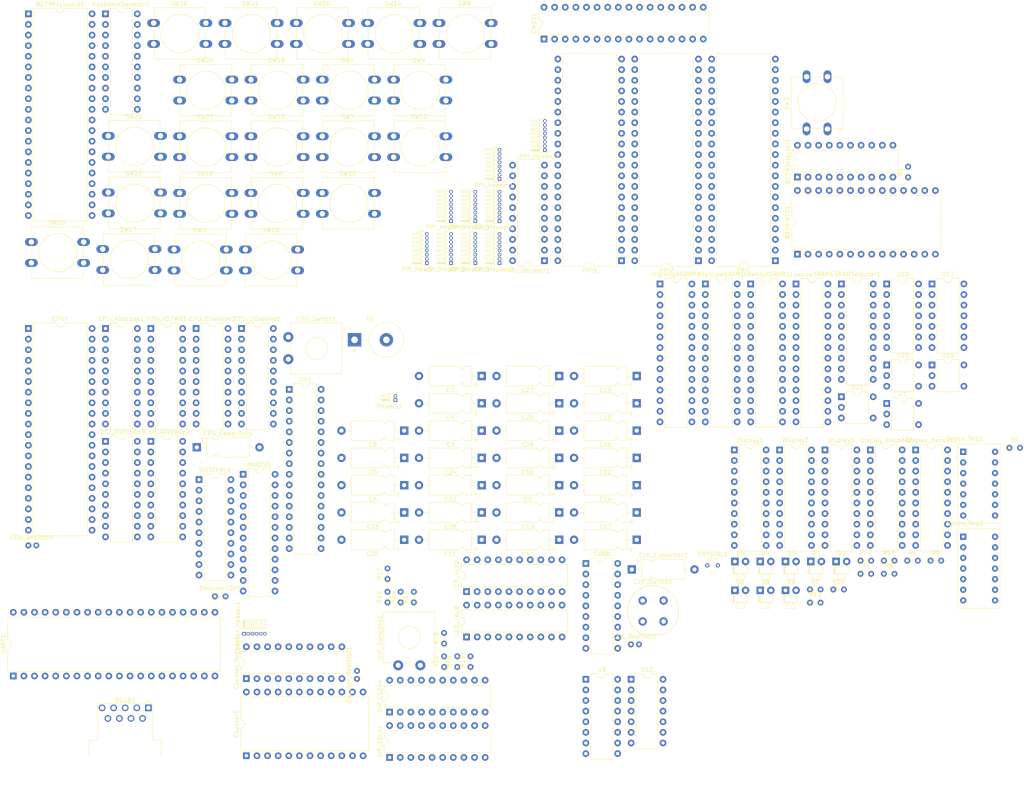
<source format=kicad_pcb>
(kicad_pcb (version 20171130) (host pcbnew "(5.1.9)-1")
  (layers (0 F.Cu signal) (31 B.Cu signal) (34 B.Paste user) (35 F.Paste user) (36 B.SilkS user) (37 F.SilkS user) (38 B.Mask user) (39 F.Mask user) (44 Edge.Cuts user))
  (net 0 "")
  (net 1 GND)
  (net 2 /RESET)
  (net 3 /8086/AD14)
  (net 4 /8086/READY)
  (net 5 /8086/AD13)
  (net 6 /8086/AD12)
  (net 7 /~INTA)
  (net 8 /8086/AD11)
  (net 9 /8086/ALE)
  (net 10 /8086/AD10)
  (net 11 /8086/~DEN)
  (net 12 /8086/AD9)
  (net 13 /8086/DT~R)
  (net 14 /8086/AD8)
  (net 15 /8086/IO)
  (net 16 /8086/AD7)
  (net 17 /8086/Write)
  (net 18 /8086/AD6)
  (net 19 /8086/AD5)
  (net 20 /8086/AD4)
  (net 21 /8086/Read)
  (net 22 /8086/AD3)
  (net 23 /8086/AD2)
  (net 24 /~BHE~S7)
  (net 25 /8086/AD1)
  (net 26 /A19)
  (net 27 /8086/AD0)
  (net 28 /A18)
  (net 29 /A17)
  (net 30 /INTR)
  (net 31 /A16)
  (net 32 /CLK)
  (net 33 /8086/AD15)
  (net 34 VCC)
  (net 35 /PCLK)
  (net 36 +5V)
  (net 37 /8255/P4)
  (net 38 /8255/P10)
  (net 39 /8255/P5)
  (net 40 /8255/P9)
  (net 41 /8255/P6)
  (net 42 /8255/P8)
  (net 43 /8255/P7)
  (net 44 /8255/P19)
  (net 45 /~WR)
  (net 46 /8255/P18)
  (net 47 /8255/P17)
  (net 48 /D0)
  (net 49 /8255/P16)
  (net 50 /D1)
  (net 51 /8255/P20)
  (net 52 /D2)
  (net 53 /8255/P21)
  (net 54 /D3)
  (net 55 /8255/P22)
  (net 56 /D4)
  (net 57 /8255/P23)
  (net 58 /D5)
  (net 59 /A1)
  (net 60 /D6)
  (net 61 /A2)
  (net 62 /D7)
  (net 63 /8255/P15)
  (net 64 /~RD)
  (net 65 /8255/P14)
  (net 66 /8255/P0)
  (net 67 /8255/P13)
  (net 68 /8255/P1)
  (net 69 /8255/P12)
  (net 70 /8255/P2)
  (net 71 /8255/P11)
  (net 72 /8255/P3)
  (net 73 /8259/IR0)
  (net 74 /CNTR2)
  (net 75 /IRQ)
  (net 76 /16550_INTR)
  (net 77 /8279/Col2)
  (net 78 /8279/Col3)
  (net 79 /8279/Col4)
  (net 80 /8279/CS)
  (net 81 /8279/Row0)
  (net 82 /8279/Row1)
  (net 83 /8279/Row2)
  (net 84 /8279/Row3)
  (net 85 /8279/Shift)
  (net 86 /8279/CNTRL)
  (net 87 /8279/Col0)
  (net 88 /8279/Col1)
  (net 89 /A0)
  (net 90 /16550/SIN)
  (net 91 /16550/SOUT)
  (net 92 /M~IO)
  (net 93 /16550/~CTS)
  (net 94 "Net-(R4-Pad2)")
  (net 95 "Net-(R5-Pad2)")
  (net 96 "Net-(8259INTR1-Pad1)")
  (net 97 "Net-(8259INTR1-Pad15)")
  (net 98 "Net-(8259INTR1-Pad16)")
  (net 99 "Net-(8259INTR1-Pad22)")
  (net 100 "Net-(8259INTR1-Pad23)")
  (net 101 "Net-(8259INTR1-Pad24)")
  (net 102 "Net-(8259INTR1-Pad25)")
  (net 103 "Net-(8259INTR1-Pad12)")
  (net 104 "Net-(8259INTR1-Pad13)")
  (net 105 /A11)
  (net 106 /A3)
  (net 107 "Net-(8259Selector1-Pad12)")
  (net 108 /A4)
  (net 109 /A5)
  (net 110 /A12)
  (net 111 /A6)
  (net 112 /A13)
  (net 113 /A7)
  (net 114 /A14)
  (net 115 /A8)
  (net 116 /A15)
  (net 117 /A9)
  (net 118 "Net-(8259Selector1-Pad18)")
  (net 119 /A10)
  (net 120 "Net-(8279Keyboard1-Pad23)")
  (net 121 "Net-(8279Keyboard1-Pad24)")
  (net 122 "Net-(8279Keyboard1-Pad25)")
  (net 123 "Net-(8279Keyboard1-Pad6)")
  (net 124 "Net-(8279Keyboard1-Pad26)")
  (net 125 "Net-(8279Keyboard1-Pad7)")
  (net 126 "Net-(8279Keyboard1-Pad27)")
  (net 127 "Net-(8279Keyboard1-Pad8)")
  (net 128 "Net-(8279Keyboard1-Pad28)")
  (net 129 "Net-(8279Keyboard1-Pad29)")
  (net 130 "Net-(8279Keyboard1-Pad30)")
  (net 131 "Net-(8279Keyboard1-Pad31)")
  (net 132 "Net-(C10-Pad1)")
  (net 133 "Net-(CLK1-Pad11)")
  (net 134 "Net-(CLK1-Pad3)")
  (net 135 "Net-(CLK1-Pad12)")
  (net 136 "Net-(CLK1-Pad4)")
  (net 137 "Net-(CLK1-Pad14)")
  (net 138 "Net-(CLK1-Pad6)")
  (net 139 "Net-(CLK1-Pad15)")
  (net 140 "Net-(CLK1-Pad7)")
  (net 141 "Net-(CLK1-Pad16)")
  (net 142 "Net-(CLK1-Pad17)")
  (net 143 "Net-(CMOS1-Pad30)")
  (net 144 "/CMOS Flash/CMOSHierarchal1/CS")
  (net 145 +12V)
  (net 146 "Net-(Counter1-Pad14)")
  (net 147 "Net-(Counter1-Pad16)")
  (net 148 "Net-(Counter1-Pad17)")
  (net 149 "Net-(Counter1-Pad18)")
  (net 150 "Net-(Counter1-Pad9)")
  (net 151 "Net-(Counter1-Pad21)")
  (net 152 "Net-(Counter1-Pad10)")
  (net 153 "Net-(Counter1-Pad11)")
  (net 154 "Net-(Counter_Decode1-Pad12)")
  (net 155 /8086/S3)
  (net 156 /8086/S4)
  (net 157 "Net-(CPU1-Pad17)")
  (net 158 /8086/S5)
  (net 159 /8086/S6)
  (net 160 "Net-(CPU1-Pad31)")
  (net 161 "Net-(CPU1-Pad30)")
  (net 162 "Net-(CPU1-Pad23)")
  (net 163 "Net-(CPU_ADecode3-Pad12)")
  (net 164 "Net-(CPU_ADecode3-Pad13)")
  (net 165 "Net-(CPU_ADecode3-Pad14)")
  (net 166 "Net-(CPU_ADecode3-Pad15)")
  (net 167 "Net-(CPU_ADecode3-Pad16)")
  (net 168 "Net-(CPU_ADecode3-Pad17)")
  (net 169 "Net-(CPU_ADecode3-Pad18)")
  (net 170 "Net-(CPU_ADecode3-Pad19)")
  (net 171 /D15)
  (net 172 /D14)
  (net 173 /D13)
  (net 174 /D12)
  (net 175 /D11)
  (net 176 /D10)
  (net 177 /D9)
  (net 178 /D8)
  (net 179 "Net-(CPU_IO/WR1-Pad9)")
  (net 180 "Net-(CPU_IO/WR1-Pad8)")
  (net 181 "Net-(CPU_IO/WR1-Pad17)")
  (net 182 "Net-(CPU_IO/WR1-Pad7)")
  (net 183 "Net-(CPU_IO/WR1-Pad15)")
  (net 184 "Net-(CPU_IO/WR1-Pad5)")
  (net 185 "Net-(CPU_IO/WR1-Pad13)")
  (net 186 "Net-(CPU_IO/WR1-Pad3)")
  (net 187 "Net-(CPU_IO/WR1-Pad12)")
  (net 188 "Net-(CPU_IO/WR1-Pad11)")
  (net 189 "Net-(D2-Pad2)")
  (net 190 "Net-(D2-Pad1)")
  (net 191 "Net-(D3-Pad1)")
  (net 192 "Net-(D3-Pad2)")
  (net 193 "Net-(D4-Pad1)")
  (net 194 "Net-(D4-Pad2)")
  (net 195 "Net-(D5-Pad2)")
  (net 196 "Net-(D5-Pad1)")
  (net 197 "Net-(D6-Pad1)")
  (net 198 "Net-(D6-Pad2)")
  (net 199 "Net-(D7-Pad1)")
  (net 200 "Net-(D7-Pad2)")
  (net 201 "Net-(D8-Pad2)")
  (net 202 "Net-(D8-Pad1)")
  (net 203 "Net-(D9-Pad2)")
  (net 204 "Net-(D9-Pad1)")
  (net 205 "Net-(DIP_16LA1-Pad12)")
  (net 206 "Net-(DIP_16LA1-Pad13)")
  (net 207 "Net-(DIP_16LA1-Pad19)")
  (net 208 "Net-(DIP_LS244-Pad8)")
  (net 209 "Net-(DIP_LS244-Pad17)")
  (net 210 "Net-(DIP_LS244-Pad6)")
  (net 211 "Net-(DIP_LS244-Pad15)")
  (net 212 "Net-(DIP_LS244-Pad4)")
  (net 213 "Net-(DIP_LS244-Pad13)")
  (net 214 "Net-(DIP_LS244-Pad2)")
  (net 215 "Net-(DIP_LS244-Pad11)")
  (net 216 "Net-(Display1-Pad19)")
  (net 217 "Net-(Display1-Pad9)")
  (net 218 "Net-(Display1-Pad16)")
  (net 219 "Net-(Display1-Pad6)")
  (net 220 "Net-(Display1-Pad15)")
  (net 221 "Net-(Display1-Pad5)")
  (net 222 "Net-(Display1-Pad12)")
  (net 223 "Net-(Display1-Pad2)")
  (net 224 "Net-(Display1-Pad11)")
  (net 225 "Net-(Display2-Pad11)")
  (net 226 "Net-(Display2-Pad2)")
  (net 227 "Net-(Display2-Pad12)")
  (net 228 "Net-(Display2-Pad5)")
  (net 229 "Net-(Display2-Pad15)")
  (net 230 "Net-(Display2-Pad6)")
  (net 231 "Net-(Display2-Pad16)")
  (net 232 "Net-(Display2-Pad9)")
  (net 233 "Net-(Display2-Pad19)")
  (net 234 "Net-(Display3-Pad11)")
  (net 235 "Net-(Display_Decode1-Pad18)")
  (net 236 "Net-(Display_Decode1-Pad17)")
  (net 237 "Net-(Display_Decode1-Pad16)")
  (net 238 "Net-(Display_Decode1-Pad15)")
  (net 239 "Net-(Display_Decode1-Pad14)")
  (net 240 "Net-(Display_Decode1-Pad13)")
  (net 241 "Net-(Display_Decode1-Pad12)")
  (net 242 "Net-(Display_Decode1-Pad1)")
  (net 243 "Net-(Display_Decode2-Pad1)")
  (net 244 "Net-(Display_Decode2-Pad12)")
  (net 245 "Net-(Display_Decode2-Pad13)")
  (net 246 "Net-(Display_Decode2-Pad14)")
  (net 247 "Net-(Display_Decode2-Pad15)")
  (net 248 "Net-(Display_Decode2-Pad16)")
  (net 249 "Net-(Display_Decode2-Pad17)")
  (net 250 /16550/DCD9)
  (net 251 /16550/DSR9)
  (net 252 /16550/RXD)
  (net 253 /16550/RTS9)
  (net 254 /16550/TXD)
  (net 255 /16550/CTS)
  (net 256 /16550/RI9)
  (net 257 /SRAM/CE11)
  (net 258 /SRAM/CE01)
  (net 259 "Net-(KeyboardSelector1-Pad12)")
  (net 260 "Net-(KeyboardSelector1-Pad18)")
  (net 261 "Net-(LCD_16L8-Pad19)")
  (net 262 "Net-(LCD_16L8-Pad12)")
  (net 263 +3V3)
  (net 264 /SRAM/CE10)
  (net 265 /SRAM/CE00)
  (net 266 "Net-(MAX235-Pad1)")
  (net 267 /16550/RI)
  (net 268 /16550/RTS)
  (net 269 /16550/DTR9)
  (net 270 "Net-(MAX235-Pad16)")
  (net 271 /16550/DTR)
  (net 272 "Net-(MAX235-Pad19)")
  (net 273 /16550/DCD)
  (net 274 "Net-(MAX235-Pad22)")
  (net 275 /16550/DSR)
  (net 276 "Net-(PPI1-Pad6)")
  (net 277 /8255/P28)
  (net 278 /8255/P34)
  (net 279 /8255/P29)
  (net 280 /8255/P33)
  (net 281 /8255/P30)
  (net 282 /8255/P32)
  (net 283 /8255/P31)
  (net 284 /8255/P43)
  (net 285 /8255/P42)
  (net 286 /8255/P41)
  (net 287 /8255/P40)
  (net 288 /8255/P44)
  (net 289 /8255/P45)
  (net 290 /8255/P46)
  (net 291 /8255/P47)
  (net 292 "Net-(PPI2-Pad6)")
  (net 293 /8255/P39)
  (net 294 /8255/P38)
  (net 295 /8255/P24)
  (net 296 /8255/P37)
  (net 297 /8255/P25)
  (net 298 /8255/P36)
  (net 299 /8255/P26)
  (net 300 /8255/P35)
  (net 301 /8255/P27)
  (net 302 /8255/P51)
  (net 303 /8255/P59)
  (net 304 /8255/P50)
  (net 305 /8255/P60)
  (net 306 /8255/P49)
  (net 307 /8255/P61)
  (net 308 /8255/P48)
  (net 309 /8255/P62)
  (net 310 /8255/P63)
  (net 311 "Net-(PPI3-Pad6)")
  (net 312 /8255/P71)
  (net 313 /8255/P70)
  (net 314 /8255/P69)
  (net 315 /8255/P68)
  (net 316 /8255/P64)
  (net 317 /8255/P65)
  (net 318 /8255/P66)
  (net 319 /8255/P67)
  (net 320 /8255/P55)
  (net 321 /8255/P56)
  (net 322 /8255/P54)
  (net 323 /8255/P57)
  (net 324 /8255/P53)
  (net 325 /8255/P58)
  (net 326 /8255/P52)
  (net 327 "Net-(Resistor10K1-Pad2)")
  (net 328 "Net-(Seven_Seg1-Pad12)")
  (net 329 "Net-(Seven_Seg1-Pad6)")
  (net 330 "Net-(Seven_Seg1-Pad5)")
  (net 331 "Net-(Seven_Seg1-Pad4)")
  (net 332 "Net-(Seven_Seg1-Pad3)")
  (net 333 "Net-(Seven_Seg2-Pad3)")
  (net 334 "Net-(Seven_Seg2-Pad4)")
  (net 335 "Net-(Seven_Seg2-Pad5)")
  (net 336 "Net-(Seven_Seg2-Pad6)")
  (net 337 "Net-(Seven_Seg2-Pad12)")
  (net 338 "Net-(SIXTEENL8-Pad12)")
  (net 339 "Net-(SIXTEENL8-Pad13)")
  (net 340 "Net-(SIXTEENL8-Pad19)")
  (net 341 "Net-(SRAMSelector1-Pad19)")
  (net 342 "Net-(SRAMSelector1-Pad18)")
  (net 343 "Net-(SRAMSelector1-Pad15)")
  (net 344 "Net-(SRAMSelector1-Pad14)")
  (net 345 "Net-(SRAMSelector1-Pad13)")
  (net 346 "Net-(SRAMSelector1-Pad12)")
  (net 347 "Net-(U1-Pad2)")
  (net 348 "Net-(U1-Pad1)")
  (net 349 "Net-(U9-Pad9)")
  (net 350 "Net-(U9-Pad10)")
  (net 351 "Net-(U9-Pad11)")
  (net 352 "Net-(U9-Pad12)")
  (net 353 "Net-(U9-Pad13)")
  (net 354 "Net-(U9-Pad14)")
  (net 355 "Net-(U9-Pad7)")
  (net 356 "/CMOS Flash/CMOSHierarchal/CS")
  (net 357 "Net-(U41-Pad30)")
  (net 358 "Net-(UART1-Pad17)")
  (net 359 "Net-(UART1-Pad15)")
  (net 360 "Net-(UART1-Pad34)")
  (net 361 "Net-(UART1-Pad31)")
  (net 362 "Net-(UART1-Pad29)")
  (net 363 "Net-(UART1-Pad24)")
  (net 364 "Net-(UART1-Pad23)")
  (module Package_DIP:DIP-28_W15.24mm (layer F.Cu) (at 201.605001 75.604999 90)
    (fp_text reference 8259INTR1 (at 7.62 -2.33 90) (layer F.SilkS))
    (fp_text value 8259)
    (pad 1 thru_hole rect (at 0 0 90) (size 1.6 1.6) (drill 0.8) (layers *.Cu *.Mask) (net 96 "Net-(8259INTR1-Pad1)"))
    (pad 15 thru_hole oval (at 15.24 33.02 90) (size 1.6 1.6) (drill 0.8) (layers *.Cu *.Mask) (net 97 "Net-(8259INTR1-Pad15)"))
    (pad 2 thru_hole oval (at 0 2.54 90) (size 1.6 1.6) (drill 0.8) (layers *.Cu *.Mask) (net 45 /~WR))
    (pad 16 thru_hole oval (at 15.24 30.48 90) (size 1.6 1.6) (drill 0.8) (layers *.Cu *.Mask) (net 98 "Net-(8259INTR1-Pad16)"))
    (pad 3 thru_hole oval (at 0 5.08 90) (size 1.6 1.6) (drill 0.8) (layers *.Cu *.Mask) (net 64 /~RD))
    (pad 17 thru_hole oval (at 15.24 27.94 90) (size 1.6 1.6) (drill 0.8) (layers *.Cu *.Mask) (net 30 /INTR))
    (pad 4 thru_hole oval (at 0 7.62 90) (size 1.6 1.6) (drill 0.8) (layers *.Cu *.Mask) (net 62 /D7))
    (pad 18 thru_hole oval (at 15.24 25.4 90) (size 1.6 1.6) (drill 0.8) (layers *.Cu *.Mask) (net 73 /8259/IR0))
    (pad 5 thru_hole oval (at 0 10.16 90) (size 1.6 1.6) (drill 0.8) (layers *.Cu *.Mask) (net 60 /D6))
    (pad 19 thru_hole oval (at 15.24 22.86 90) (size 1.6 1.6) (drill 0.8) (layers *.Cu *.Mask) (net 74 /CNTR2))
    (pad 6 thru_hole oval (at 0 12.7 90) (size 1.6 1.6) (drill 0.8) (layers *.Cu *.Mask) (net 58 /D5))
    (pad 20 thru_hole oval (at 15.24 20.32 90) (size 1.6 1.6) (drill 0.8) (layers *.Cu *.Mask) (net 75 /IRQ))
    (pad 7 thru_hole oval (at 0 15.24 90) (size 1.6 1.6) (drill 0.8) (layers *.Cu *.Mask) (net 56 /D4))
    (pad 21 thru_hole oval (at 15.24 17.78 90) (size 1.6 1.6) (drill 0.8) (layers *.Cu *.Mask) (net 76 /16550_INTR))
    (pad 8 thru_hole oval (at 0 17.78 90) (size 1.6 1.6) (drill 0.8) (layers *.Cu *.Mask) (net 54 /D3))
    (pad 22 thru_hole oval (at 15.24 15.24 90) (size 1.6 1.6) (drill 0.8) (layers *.Cu *.Mask) (net 99 "Net-(8259INTR1-Pad22)"))
    (pad 9 thru_hole oval (at 0 20.32 90) (size 1.6 1.6) (drill 0.8) (layers *.Cu *.Mask) (net 52 /D2))
    (pad 23 thru_hole oval (at 15.24 12.7 90) (size 1.6 1.6) (drill 0.8) (layers *.Cu *.Mask) (net 100 "Net-(8259INTR1-Pad23)"))
    (pad 10 thru_hole oval (at 0 22.86 90) (size 1.6 1.6) (drill 0.8) (layers *.Cu *.Mask) (net 50 /D1))
    (pad 24 thru_hole oval (at 15.24 10.16 90) (size 1.6 1.6) (drill 0.8) (layers *.Cu *.Mask) (net 101 "Net-(8259INTR1-Pad24)"))
    (pad 11 thru_hole oval (at 0 25.4 90) (size 1.6 1.6) (drill 0.8) (layers *.Cu *.Mask) (net 48 /D0))
    (pad 25 thru_hole oval (at 15.24 7.62 90) (size 1.6 1.6) (drill 0.8) (layers *.Cu *.Mask) (net 102 "Net-(8259INTR1-Pad25)"))
    (pad 12 thru_hole oval (at 0 27.94 90) (size 1.6 1.6) (drill 0.8) (layers *.Cu *.Mask) (net 103 "Net-(8259INTR1-Pad12)"))
    (pad 26 thru_hole oval (at 15.24 5.08 90) (size 1.6 1.6) (drill 0.8) (layers *.Cu *.Mask) (net 7 /~INTA))
    (pad 13 thru_hole oval (at 0 30.48 90) (size 1.6 1.6) (drill 0.8) (layers *.Cu *.Mask) (net 104 "Net-(8259INTR1-Pad13)"))
    (pad 27 thru_hole oval (at 15.24 2.54 90) (size 1.6 1.6) (drill 0.8) (layers *.Cu *.Mask) (net 59 /A1))
    (pad 14 thru_hole oval (at 0 33.02 90) (size 1.6 1.6) (drill 0.8) (layers *.Cu *.Mask) (net 1 GND))
    (pad 28 thru_hole oval (at 15.24 0 90) (size 1.6 1.6) (drill 0.8) (layers *.Cu *.Mask) (net 34 VCC))
  )
  (module Package_DIP:DIP-20_W7.62mm (layer F.Cu) (at 201.605001 57.154999 90)
    (fp_text reference 8259Selector1 (at 3.81 -2.33 90) (layer F.SilkS))
    (fp_text value PAL16L8)
    (pad 20 thru_hole oval (at 7.62 0 90) (size 1.6 1.6) (drill 0.8) (layers *.Cu *.Mask) (net 34 VCC))
    (pad 10 thru_hole oval (at 0 22.86 90) (size 1.6 1.6) (drill 0.8) (layers *.Cu *.Mask) (net 1 GND))
    (pad 19 thru_hole oval (at 7.62 2.54 90) (size 1.6 1.6) (drill 0.8) (layers *.Cu *.Mask) (net 96 "Net-(8259INTR1-Pad1)"))
    (pad 9 thru_hole oval (at 0 20.32 90) (size 1.6 1.6) (drill 0.8) (layers *.Cu *.Mask) (net 119 /A10))
    (pad 18 thru_hole oval (at 7.62 5.08 90) (size 1.6 1.6) (drill 0.8) (layers *.Cu *.Mask) (net 118 "Net-(8259Selector1-Pad18)"))
    (pad 8 thru_hole oval (at 0 17.78 90) (size 1.6 1.6) (drill 0.8) (layers *.Cu *.Mask) (net 117 /A9))
    (pad 17 thru_hole oval (at 7.62 7.62 90) (size 1.6 1.6) (drill 0.8) (layers *.Cu *.Mask) (net 116 /A15))
    (pad 7 thru_hole oval (at 0 15.24 90) (size 1.6 1.6) (drill 0.8) (layers *.Cu *.Mask) (net 115 /A8))
    (pad 16 thru_hole oval (at 7.62 10.16 90) (size 1.6 1.6) (drill 0.8) (layers *.Cu *.Mask) (net 114 /A14))
    (pad 6 thru_hole oval (at 0 12.7 90) (size 1.6 1.6) (drill 0.8) (layers *.Cu *.Mask) (net 113 /A7))
    (pad 15 thru_hole oval (at 7.62 12.7 90) (size 1.6 1.6) (drill 0.8) (layers *.Cu *.Mask) (net 112 /A13))
    (pad 5 thru_hole oval (at 0 10.16 90) (size 1.6 1.6) (drill 0.8) (layers *.Cu *.Mask) (net 111 /A6))
    (pad 14 thru_hole oval (at 7.62 15.24 90) (size 1.6 1.6) (drill 0.8) (layers *.Cu *.Mask) (net 110 /A12))
    (pad 4 thru_hole oval (at 0 7.62 90) (size 1.6 1.6) (drill 0.8) (layers *.Cu *.Mask) (net 109 /A5))
    (pad 13 thru_hole oval (at 7.62 17.78 90) (size 1.6 1.6) (drill 0.8) (layers *.Cu *.Mask) (net 92 /M~IO))
    (pad 3 thru_hole oval (at 0 5.08 90) (size 1.6 1.6) (drill 0.8) (layers *.Cu *.Mask) (net 108 /A4))
    (pad 12 thru_hole oval (at 7.62 20.32 90) (size 1.6 1.6) (drill 0.8) (layers *.Cu *.Mask) (net 107 "Net-(8259Selector1-Pad12)"))
    (pad 2 thru_hole oval (at 0 2.54 90) (size 1.6 1.6) (drill 0.8) (layers *.Cu *.Mask) (net 106 /A3))
    (pad 11 thru_hole oval (at 7.62 22.86 90) (size 1.6 1.6) (drill 0.8) (layers *.Cu *.Mask) (net 105 /A11))
    (pad 1 thru_hole rect (at 0 0 90) (size 1.6 1.6) (drill 0.8) (layers *.Cu *.Mask) (net 61 /A2))
  )
  (module Package_DIP:DIP-40_W15.24mm (layer F.Cu) (at 17.585001 18.085001)
    (fp_text reference 8279Keyboard1 (at 7.62 -2.33) (layer F.SilkS))
    (fp_text value pkd8279)
    (pad 40 thru_hole oval (at 15.24 0) (size 1.6 1.6) (drill 0.8) (layers *.Cu *.Mask) (net 36 +5V))
    (pad 20 thru_hole oval (at 0 48.26) (size 1.6 1.6) (drill 0.8) (layers *.Cu *.Mask) (net 1 GND))
    (pad 39 thru_hole oval (at 15.24 2.54) (size 1.6 1.6) (drill 0.8) (layers *.Cu *.Mask) (net 88 /8279/Col1))
    (pad 19 thru_hole oval (at 0 45.72) (size 1.6 1.6) (drill 0.8) (layers *.Cu *.Mask) (net 62 /D7))
    (pad 38 thru_hole oval (at 15.24 5.08) (size 1.6 1.6) (drill 0.8) (layers *.Cu *.Mask) (net 87 /8279/Col0))
    (pad 18 thru_hole oval (at 0 43.18) (size 1.6 1.6) (drill 0.8) (layers *.Cu *.Mask) (net 60 /D6))
    (pad 37 thru_hole oval (at 15.24 7.62) (size 1.6 1.6) (drill 0.8) (layers *.Cu *.Mask) (net 86 /8279/CNTRL))
    (pad 17 thru_hole oval (at 0 40.64) (size 1.6 1.6) (drill 0.8) (layers *.Cu *.Mask) (net 58 /D5))
    (pad 36 thru_hole oval (at 15.24 10.16) (size 1.6 1.6) (drill 0.8) (layers *.Cu *.Mask) (net 85 /8279/Shift))
    (pad 16 thru_hole oval (at 0 38.1) (size 1.6 1.6) (drill 0.8) (layers *.Cu *.Mask) (net 56 /D4))
    (pad 35 thru_hole oval (at 15.24 12.7) (size 1.6 1.6) (drill 0.8) (layers *.Cu *.Mask) (net 84 /8279/Row3))
    (pad 15 thru_hole oval (at 0 35.56) (size 1.6 1.6) (drill 0.8) (layers *.Cu *.Mask) (net 54 /D3))
    (pad 34 thru_hole oval (at 15.24 15.24) (size 1.6 1.6) (drill 0.8) (layers *.Cu *.Mask) (net 83 /8279/Row2))
    (pad 14 thru_hole oval (at 0 33.02) (size 1.6 1.6) (drill 0.8) (layers *.Cu *.Mask) (net 52 /D2))
    (pad 33 thru_hole oval (at 15.24 17.78) (size 1.6 1.6) (drill 0.8) (layers *.Cu *.Mask) (net 82 /8279/Row1))
    (pad 13 thru_hole oval (at 0 30.48) (size 1.6 1.6) (drill 0.8) (layers *.Cu *.Mask) (net 50 /D1))
    (pad 32 thru_hole oval (at 15.24 20.32) (size 1.6 1.6) (drill 0.8) (layers *.Cu *.Mask) (net 81 /8279/Row0))
    (pad 12 thru_hole oval (at 0 27.94) (size 1.6 1.6) (drill 0.8) (layers *.Cu *.Mask) (net 48 /D0))
    (pad 31 thru_hole oval (at 15.24 22.86) (size 1.6 1.6) (drill 0.8) (layers *.Cu *.Mask) (net 131 "Net-(8279Keyboard1-Pad31)"))
    (pad 11 thru_hole oval (at 0 25.4) (size 1.6 1.6) (drill 0.8) (layers *.Cu *.Mask) (net 45 /~WR))
    (pad 30 thru_hole oval (at 15.24 25.4) (size 1.6 1.6) (drill 0.8) (layers *.Cu *.Mask) (net 130 "Net-(8279Keyboard1-Pad30)"))
    (pad 10 thru_hole oval (at 0 22.86) (size 1.6 1.6) (drill 0.8) (layers *.Cu *.Mask) (net 64 /~RD))
    (pad 29 thru_hole oval (at 15.24 27.94) (size 1.6 1.6) (drill 0.8) (layers *.Cu *.Mask) (net 129 "Net-(8279Keyboard1-Pad29)"))
    (pad 9 thru_hole oval (at 0 20.32) (size 1.6 1.6) (drill 0.8) (layers *.Cu *.Mask) (net 2 /RESET))
    (pad 28 thru_hole oval (at 15.24 30.48) (size 1.6 1.6) (drill 0.8) (layers *.Cu *.Mask) (net 128 "Net-(8279Keyboard1-Pad28)"))
    (pad 8 thru_hole oval (at 0 17.78) (size 1.6 1.6) (drill 0.8) (layers *.Cu *.Mask) (net 127 "Net-(8279Keyboard1-Pad8)"))
    (pad 27 thru_hole oval (at 15.24 33.02) (size 1.6 1.6) (drill 0.8) (layers *.Cu *.Mask) (net 126 "Net-(8279Keyboard1-Pad27)"))
    (pad 7 thru_hole oval (at 0 15.24) (size 1.6 1.6) (drill 0.8) (layers *.Cu *.Mask) (net 125 "Net-(8279Keyboard1-Pad7)"))
    (pad 26 thru_hole oval (at 15.24 35.56) (size 1.6 1.6) (drill 0.8) (layers *.Cu *.Mask) (net 124 "Net-(8279Keyboard1-Pad26)"))
    (pad 6 thru_hole oval (at 0 12.7) (size 1.6 1.6) (drill 0.8) (layers *.Cu *.Mask) (net 123 "Net-(8279Keyboard1-Pad6)"))
    (pad 25 thru_hole oval (at 15.24 38.1) (size 1.6 1.6) (drill 0.8) (layers *.Cu *.Mask) (net 122 "Net-(8279Keyboard1-Pad25)"))
    (pad 5 thru_hole oval (at 0 10.16) (size 1.6 1.6) (drill 0.8) (layers *.Cu *.Mask) (net 79 /8279/Col4))
    (pad 24 thru_hole oval (at 15.24 40.64) (size 1.6 1.6) (drill 0.8) (layers *.Cu *.Mask) (net 121 "Net-(8279Keyboard1-Pad24)"))
    (pad 4 thru_hole oval (at 0 7.62) (size 1.6 1.6) (drill 0.8) (layers *.Cu *.Mask) (net 75 /IRQ))
    (pad 23 thru_hole oval (at 15.24 43.18) (size 1.6 1.6) (drill 0.8) (layers *.Cu *.Mask) (net 120 "Net-(8279Keyboard1-Pad23)"))
    (pad 3 thru_hole oval (at 0 5.08) (size 1.6 1.6) (drill 0.8) (layers *.Cu *.Mask) (net 35 /PCLK))
    (pad 22 thru_hole oval (at 15.24 45.72) (size 1.6 1.6) (drill 0.8) (layers *.Cu *.Mask) (net 80 /8279/CS))
    (pad 2 thru_hole oval (at 0 2.54) (size 1.6 1.6) (drill 0.8) (layers *.Cu *.Mask) (net 78 /8279/Col3))
    (pad 21 thru_hole oval (at 15.24 48.26) (size 1.6 1.6) (drill 0.8) (layers *.Cu *.Mask) (net 59 /A1))
    (pad 1 thru_hole rect (at 0 0) (size 1.6 1.6) (drill 0.8) (layers *.Cu *.Mask) (net 77 /8279/Col2))
  )
  (module Capacitor_THT:CP_Axial_L10.0mm_D4.5mm_P15.00mm_Horizontal (layer F.Cu) (at 126.054999 117.819999 180)
    (fp_text reference C3 (at 7.5 -3.37) (layer F.SilkS))
    (fp_text value CP1_Small)
    (pad 2 thru_hole oval (at 15 0 180) (size 2 2) (drill 1) (layers *.Cu *.Mask) (net 34 VCC))
    (pad 1 thru_hole rect (at 0 0 180) (size 2 2) (drill 1) (layers *.Cu *.Mask) (net 132 "Net-(C10-Pad1)"))
  )
  (module Capacitor_THT:CP_Axial_L10.0mm_D4.5mm_P15.00mm_Horizontal (layer F.Cu) (at 126.054999 111.289999 180)
    (fp_text reference C4 (at 7.5 -3.37) (layer F.SilkS))
    (fp_text value CP1_Small)
    (pad 2 thru_hole oval (at 15 0 180) (size 2 2) (drill 1) (layers *.Cu *.Mask) (net 34 VCC))
    (pad 1 thru_hole rect (at 0 0 180) (size 2 2) (drill 1) (layers *.Cu *.Mask) (net 132 "Net-(C10-Pad1)"))
  )
  (module Capacitor_THT:CP_Axial_L10.0mm_D4.5mm_P15.00mm_Horizontal (layer F.Cu) (at 107.504999 130.879999 180)
    (fp_text reference C5 (at 7.5 -3.37) (layer F.SilkS))
    (fp_text value CP1_Small)
    (pad 1 thru_hole rect (at 0 0 180) (size 2 2) (drill 1) (layers *.Cu *.Mask) (net 132 "Net-(C10-Pad1)"))
    (pad 2 thru_hole oval (at 15 0 180) (size 2 2) (drill 1) (layers *.Cu *.Mask) (net 34 VCC))
  )
  (module Capacitor_THT:CP_Axial_L10.0mm_D4.5mm_P15.00mm_Horizontal (layer F.Cu) (at 107.504999 124.349999 180)
    (fp_text reference C6 (at 7.5 -3.37) (layer F.SilkS))
    (fp_text value CP1_Small)
    (pad 1 thru_hole rect (at 0 0 180) (size 2 2) (drill 1) (layers *.Cu *.Mask) (net 132 "Net-(C10-Pad1)"))
    (pad 2 thru_hole oval (at 15 0 180) (size 2 2) (drill 1) (layers *.Cu *.Mask) (net 34 VCC))
  )
  (module Capacitor_THT:CP_Axial_L10.0mm_D4.5mm_P15.00mm_Horizontal (layer F.Cu) (at 126.054999 104.759999 180)
    (fp_text reference C7 (at 7.5 -3.37) (layer F.SilkS))
    (fp_text value CP1_Small)
    (pad 1 thru_hole rect (at 0 0 180) (size 2 2) (drill 1) (layers *.Cu *.Mask) (net 132 "Net-(C10-Pad1)"))
    (pad 2 thru_hole oval (at 15 0 180) (size 2 2) (drill 1) (layers *.Cu *.Mask) (net 34 VCC))
  )
  (module Capacitor_THT:CP_Axial_L10.0mm_D4.5mm_P15.00mm_Horizontal (layer F.Cu) (at 107.504999 117.819999 180)
    (fp_text reference C8 (at 7.5 -3.37) (layer F.SilkS))
    (fp_text value CP1_Small)
    (pad 2 thru_hole oval (at 15 0 180) (size 2 2) (drill 1) (layers *.Cu *.Mask) (net 34 VCC))
    (pad 1 thru_hole rect (at 0 0 180) (size 2 2) (drill 1) (layers *.Cu *.Mask) (net 132 "Net-(C10-Pad1)"))
  )
  (module Capacitor_THT:CP_Axial_L10.0mm_D4.5mm_P15.00mm_Horizontal (layer F.Cu) (at 144.604999 130.879999 180)
    (fp_text reference C9 (at 7.5 -3.37) (layer F.SilkS))
    (fp_text value CP1_Small)
    (pad 2 thru_hole oval (at 15 0 180) (size 2 2) (drill 1) (layers *.Cu *.Mask) (net 34 VCC))
    (pad 1 thru_hole rect (at 0 0 180) (size 2 2) (drill 1) (layers *.Cu *.Mask) (net 132 "Net-(C10-Pad1)"))
  )
  (module Capacitor_THT:CP_Axial_L10.0mm_D4.5mm_P15.00mm_Horizontal (layer F.Cu) (at 163.154999 117.819999 180)
    (fp_text reference C10 (at 7.5 -3.37) (layer F.SilkS))
    (fp_text value CP1_Small)
    (pad 1 thru_hole rect (at 0 0 180) (size 2 2) (drill 1) (layers *.Cu *.Mask) (net 132 "Net-(C10-Pad1)"))
    (pad 2 thru_hole oval (at 15 0 180) (size 2 2) (drill 1) (layers *.Cu *.Mask) (net 34 VCC))
  )
  (module Capacitor_THT:CP_Axial_L10.0mm_D4.5mm_P15.00mm_Horizontal (layer F.Cu) (at 126.054999 143.939999 180)
    (fp_text reference C11 (at 7.5 -3.37) (layer F.SilkS))
    (fp_text value CP1_Small)
    (pad 1 thru_hole rect (at 0 0 180) (size 2 2) (drill 1) (layers *.Cu *.Mask) (net 132 "Net-(C10-Pad1)"))
    (pad 2 thru_hole oval (at 15 0 180) (size 2 2) (drill 1) (layers *.Cu *.Mask) (net 34 VCC))
  )
  (module Capacitor_THT:CP_Axial_L10.0mm_D4.5mm_P15.00mm_Horizontal (layer F.Cu) (at 163.154999 124.349999 180)
    (fp_text reference C12 (at 7.5 -3.37) (layer F.SilkS))
    (fp_text value CP1_Small)
    (pad 1 thru_hole rect (at 0 0 180) (size 2 2) (drill 1) (layers *.Cu *.Mask) (net 132 "Net-(C10-Pad1)"))
    (pad 2 thru_hole oval (at 15 0 180) (size 2 2) (drill 1) (layers *.Cu *.Mask) (net 34 VCC))
  )
  (module Capacitor_THT:CP_Axial_L10.0mm_D4.5mm_P15.00mm_Horizontal (layer F.Cu) (at 144.604999 137.409999 180)
    (fp_text reference C13 (at 7.5 -3.37) (layer F.SilkS))
    (fp_text value CP1_Small)
    (pad 2 thru_hole oval (at 15 0 180) (size 2 2) (drill 1) (layers *.Cu *.Mask) (net 34 VCC))
    (pad 1 thru_hole rect (at 0 0 180) (size 2 2) (drill 1) (layers *.Cu *.Mask) (net 132 "Net-(C10-Pad1)"))
  )
  (module Capacitor_THT:CP_Axial_L10.0mm_D4.5mm_P15.00mm_Horizontal (layer F.Cu) (at 163.154999 130.879999 180)
    (fp_text reference C14 (at 7.5 -3.37) (layer F.SilkS))
    (fp_text value CP1_Small)
    (pad 2 thru_hole oval (at 15 0 180) (size 2 2) (drill 1) (layers *.Cu *.Mask) (net 34 VCC))
    (pad 1 thru_hole rect (at 0 0 180) (size 2 2) (drill 1) (layers *.Cu *.Mask) (net 132 "Net-(C10-Pad1)"))
  )
  (module Capacitor_THT:CP_Axial_L10.0mm_D4.5mm_P15.00mm_Horizontal (layer F.Cu) (at 144.604999 143.939999 180)
    (fp_text reference C15 (at 7.5 -3.37) (layer F.SilkS))
    (fp_text value CP1_Small)
    (pad 1 thru_hole rect (at 0 0 180) (size 2 2) (drill 1) (layers *.Cu *.Mask) (net 132 "Net-(C10-Pad1)"))
    (pad 2 thru_hole oval (at 15 0 180) (size 2 2) (drill 1) (layers *.Cu *.Mask) (net 34 VCC))
  )
  (module Capacitor_THT:CP_Axial_L10.0mm_D4.5mm_P15.00mm_Horizontal (layer F.Cu) (at 144.604999 124.349999 180)
    (fp_text reference C16 (at 7.5 -3.37) (layer F.SilkS))
    (fp_text value CP1_Small)
    (pad 1 thru_hole rect (at 0 0 180) (size 2 2) (drill 1) (layers *.Cu *.Mask) (net 132 "Net-(C10-Pad1)"))
    (pad 2 thru_hole oval (at 15 0 180) (size 2 2) (drill 1) (layers *.Cu *.Mask) (net 34 VCC))
  )
  (module Capacitor_THT:CP_Axial_L10.0mm_D4.5mm_P15.00mm_Horizontal (layer F.Cu) (at 163.154999 137.409999 180)
    (fp_text reference C17 (at 7.5 -3.37) (layer F.SilkS))
    (fp_text value CP1_Small)
    (pad 2 thru_hole oval (at 15 0 180) (size 2 2) (drill 1) (layers *.Cu *.Mask) (net 34 VCC))
    (pad 1 thru_hole rect (at 0 0 180) (size 2 2) (drill 1) (layers *.Cu *.Mask) (net 132 "Net-(C10-Pad1)"))
  )
  (module Capacitor_THT:CP_Axial_L10.0mm_D4.5mm_P15.00mm_Horizontal (layer F.Cu) (at 163.154999 111.289999 180)
    (fp_text reference C18 (at 7.5 -3.37) (layer F.SilkS))
    (fp_text value CP1_Small)
    (pad 2 thru_hole oval (at 15 0 180) (size 2 2) (drill 1) (layers *.Cu *.Mask) (net 34 VCC))
    (pad 1 thru_hole rect (at 0 0 180) (size 2 2) (drill 1) (layers *.Cu *.Mask) (net 132 "Net-(C10-Pad1)"))
  )
  (module Capacitor_THT:CP_Axial_L10.0mm_D4.5mm_P15.00mm_Horizontal (layer F.Cu) (at 163.154999 104.759999 180)
    (fp_text reference C19 (at 7.5 -3.37) (layer F.SilkS))
    (fp_text value CP1_Small)
    (pad 1 thru_hole rect (at 0 0 180) (size 2 2) (drill 1) (layers *.Cu *.Mask) (net 132 "Net-(C10-Pad1)"))
    (pad 2 thru_hole oval (at 15 0 180) (size 2 2) (drill 1) (layers *.Cu *.Mask) (net 34 VCC))
  )
  (module Capacitor_THT:CP_Axial_L10.0mm_D4.5mm_P15.00mm_Horizontal (layer F.Cu) (at 107.504999 143.939999 180)
    (fp_text reference C20 (at 7.5 -3.37) (layer F.SilkS))
    (fp_text value CP1_Small)
    (pad 2 thru_hole oval (at 15 0 180) (size 2 2) (drill 1) (layers *.Cu *.Mask) (net 34 VCC))
    (pad 1 thru_hole rect (at 0 0 180) (size 2 2) (drill 1) (layers *.Cu *.Mask) (net 132 "Net-(C10-Pad1)"))
  )
  (module Capacitor_THT:CP_Axial_L10.0mm_D4.5mm_P15.00mm_Horizontal (layer F.Cu) (at 163.154999 143.939999 180)
    (fp_text reference C21 (at 7.5 -3.37) (layer F.SilkS))
    (fp_text value CP1_Small)
    (pad 2 thru_hole oval (at 15 0 180) (size 2 2) (drill 1) (layers *.Cu *.Mask) (net 34 VCC))
    (pad 1 thru_hole rect (at 0 0 180) (size 2 2) (drill 1) (layers *.Cu *.Mask) (net 132 "Net-(C10-Pad1)"))
  )
  (module Capacitor_THT:CP_Axial_L10.0mm_D4.5mm_P15.00mm_Horizontal (layer F.Cu) (at 126.054999 130.879999 180)
    (fp_text reference C22 (at 7.5 -3.37) (layer F.SilkS))
    (fp_text value CP1_Small)
    (pad 1 thru_hole rect (at 0 0 180) (size 2 2) (drill 1) (layers *.Cu *.Mask) (net 132 "Net-(C10-Pad1)"))
    (pad 2 thru_hole oval (at 15 0 180) (size 2 2) (drill 1) (layers *.Cu *.Mask) (net 34 VCC))
  )
  (module Capacitor_THT:CP_Axial_L10.0mm_D4.5mm_P15.00mm_Horizontal (layer F.Cu) (at 107.504999 137.409999 180)
    (fp_text reference C23 (at 7.5 -3.37) (layer F.SilkS))
    (fp_text value CP1_Small)
    (pad 1 thru_hole rect (at 0 0 180) (size 2 2) (drill 1) (layers *.Cu *.Mask) (net 132 "Net-(C10-Pad1)"))
    (pad 2 thru_hole oval (at 15 0 180) (size 2 2) (drill 1) (layers *.Cu *.Mask) (net 34 VCC))
  )
  (module Capacitor_THT:CP_Axial_L10.0mm_D4.5mm_P15.00mm_Horizontal (layer F.Cu) (at 126.054999 124.349999 180)
    (fp_text reference C24 (at 7.5 -3.37) (layer F.SilkS))
    (fp_text value CP1_Small)
    (pad 1 thru_hole rect (at 0 0 180) (size 2 2) (drill 1) (layers *.Cu *.Mask) (net 132 "Net-(C10-Pad1)"))
    (pad 2 thru_hole oval (at 15 0 180) (size 2 2) (drill 1) (layers *.Cu *.Mask) (net 34 VCC))
  )
  (module Capacitor_THT:CP_Axial_L10.0mm_D4.5mm_P15.00mm_Horizontal (layer F.Cu) (at 144.604999 111.289999 180)
    (fp_text reference C25 (at 7.5 -3.37) (layer F.SilkS))
    (fp_text value CP1_Small)
    (pad 2 thru_hole oval (at 15 0 180) (size 2 2) (drill 1) (layers *.Cu *.Mask) (net 34 VCC))
    (pad 1 thru_hole rect (at 0 0 180) (size 2 2) (drill 1) (layers *.Cu *.Mask) (net 132 "Net-(C10-Pad1)"))
  )
  (module Capacitor_THT:CP_Axial_L10.0mm_D4.5mm_P15.00mm_Horizontal (layer F.Cu) (at 144.604999 117.819999 180)
    (fp_text reference C26 (at 7.5 -3.37) (layer F.SilkS))
    (fp_text value CP1_Small)
    (pad 2 thru_hole oval (at 15 0 180) (size 2 2) (drill 1) (layers *.Cu *.Mask) (net 34 VCC))
    (pad 1 thru_hole rect (at 0 0 180) (size 2 2) (drill 1) (layers *.Cu *.Mask) (net 132 "Net-(C10-Pad1)"))
  )
  (module Capacitor_THT:CP_Axial_L10.0mm_D4.5mm_P15.00mm_Horizontal (layer F.Cu) (at 144.604999 104.759999 180)
    (fp_text reference C27 (at 7.5 -3.37) (layer F.SilkS))
    (fp_text value CP1_Small)
    (pad 1 thru_hole rect (at 0 0 180) (size 2 2) (drill 1) (layers *.Cu *.Mask) (net 132 "Net-(C10-Pad1)"))
    (pad 2 thru_hole oval (at 15 0 180) (size 2 2) (drill 1) (layers *.Cu *.Mask) (net 34 VCC))
  )
  (module Capacitor_THT:CP_Axial_L10.0mm_D4.5mm_P15.00mm_Horizontal (layer F.Cu) (at 126.054999 137.409999 180)
    (fp_text reference C28 (at 7.5 -3.37) (layer F.SilkS))
    (fp_text value CP1_Small)
    (pad 1 thru_hole rect (at 0 0 180) (size 2 2) (drill 1) (layers *.Cu *.Mask) (net 132 "Net-(C10-Pad1)"))
    (pad 2 thru_hole oval (at 15 0 180) (size 2 2) (drill 1) (layers *.Cu *.Mask) (net 34 VCC))
  )
  (module Package_DIP:DIP-18_W7.62mm (layer F.Cu) (at 150.975001 149.605001)
    (fp_text reference CLK1 (at 3.81 -2.33) (layer F.SilkS))
    (fp_text value 8284)
    (pad 1 thru_hole rect (at 0 0) (size 1.6 1.6) (drill 0.8) (layers *.Cu *.Mask) (net 1 GND))
    (pad 10 thru_hole oval (at 7.62 20.32) (size 1.6 1.6) (drill 0.8) (layers *.Cu *.Mask) (net 2 /RESET))
    (pad 2 thru_hole oval (at 0 2.54) (size 1.6 1.6) (drill 0.8) (layers *.Cu *.Mask) (net 35 /PCLK))
    (pad 11 thru_hole oval (at 7.62 17.78) (size 1.6 1.6) (drill 0.8) (layers *.Cu *.Mask) (net 133 "Net-(CLK1-Pad11)"))
    (pad 3 thru_hole oval (at 0 5.08) (size 1.6 1.6) (drill 0.8) (layers *.Cu *.Mask) (net 134 "Net-(CLK1-Pad3)"))
    (pad 12 thru_hole oval (at 7.62 15.24) (size 1.6 1.6) (drill 0.8) (layers *.Cu *.Mask) (net 135 "Net-(CLK1-Pad12)"))
    (pad 4 thru_hole oval (at 0 7.62) (size 1.6 1.6) (drill 0.8) (layers *.Cu *.Mask) (net 136 "Net-(CLK1-Pad4)"))
    (pad 13 thru_hole oval (at 7.62 12.7) (size 1.6 1.6) (drill 0.8) (layers *.Cu *.Mask) (net 1 GND))
    (pad 5 thru_hole oval (at 0 10.16) (size 1.6 1.6) (drill 0.8) (layers *.Cu *.Mask) (net 4 /8086/READY))
    (pad 14 thru_hole oval (at 7.62 10.16) (size 1.6 1.6) (drill 0.8) (layers *.Cu *.Mask) (net 137 "Net-(CLK1-Pad14)"))
    (pad 6 thru_hole oval (at 0 12.7) (size 1.6 1.6) (drill 0.8) (layers *.Cu *.Mask) (net 138 "Net-(CLK1-Pad6)"))
    (pad 15 thru_hole oval (at 7.62 7.62) (size 1.6 1.6) (drill 0.8) (layers *.Cu *.Mask) (net 139 "Net-(CLK1-Pad15)"))
    (pad 7 thru_hole oval (at 0 15.24) (size 1.6 1.6) (drill 0.8) (layers *.Cu *.Mask) (net 140 "Net-(CLK1-Pad7)"))
    (pad 16 thru_hole oval (at 7.62 5.08) (size 1.6 1.6) (drill 0.8) (layers *.Cu *.Mask) (net 141 "Net-(CLK1-Pad16)"))
    (pad 8 thru_hole oval (at 0 17.78) (size 1.6 1.6) (drill 0.8) (layers *.Cu *.Mask) (net 32 /CLK))
    (pad 17 thru_hole oval (at 7.62 2.54) (size 1.6 1.6) (drill 0.8) (layers *.Cu *.Mask) (net 142 "Net-(CLK1-Pad17)"))
    (pad 9 thru_hole oval (at 0 20.32) (size 1.6 1.6) (drill 0.8) (layers *.Cu *.Mask) (net 1 GND))
    (pad 18 thru_hole oval (at 7.62 0) (size 1.6 1.6) (drill 0.8) (layers *.Cu *.Mask) (net 34 VCC))
  )
  (module Capacitor_THT:CP_Axial_L10.0mm_D4.5mm_P15.00mm_Horizontal (layer F.Cu) (at 161.975001 151.040001)
    (fp_text reference CLK_Capacitor1 (at 7.5 -3.37) (layer F.SilkS))
    (fp_text value 10uF)
    (pad 2 thru_hole oval (at 15 0) (size 2 2) (drill 1) (layers *.Cu *.Mask) (net 1 GND))
    (pad 1 thru_hole rect (at 0 0) (size 2 2) (drill 1) (layers *.Cu *.Mask) (net 133 "Net-(CLK1-Pad11)"))
  )
  (module Resistor_THT:R_Axial_DIN0204_L3.6mm_D1.6mm_P1.90mm_Vertical (layer F.Cu) (at 161.775001 168.975001)
    (fp_text reference CLK_Resistor1 (at 0.95 -1.92) (layer F.SilkS))
    (fp_text value 10k)
    (pad 1 thru_hole circle (at 0 0) (size 1.4 1.4) (drill 0.7) (layers *.Cu *.Mask) (net 34 VCC))
    (pad 2 thru_hole oval (at 1.9 0) (size 1.4 1.4) (drill 0.7) (layers *.Cu *.Mask) (net 133 "Net-(CLK1-Pad11)"))
  )
  (module Button_Switch_THT:Push_E-Switch_KS01Q01 (layer F.Cu) (at 164.577516 158.487516)
    (fp_text reference CLK_Switch1 (at 2.5 -4.5) (layer F.SilkS))
    (fp_text value SW_DPST_x2)
    (pad 1 thru_hole circle (at 0 0) (size 2 2) (drill 1.1) (layers *.Cu *.Mask) (net 133 "Net-(CLK1-Pad11)"))
    (pad 2 thru_hole circle (at 5 0) (size 2 2) (drill 1.1) (layers *.Cu *.Mask) (net 1 GND))
    (pad 4 thru_hole circle (at 5 5) (size 2 2) (drill 1.1) (layers *.Cu *.Mask))
    (pad 3 thru_hole circle (at 0 5) (size 2 2) (drill 1.1) (layers *.Cu *.Mask))
  )
  (module Package_DIP:DIP-32_W7.62mm (layer F.Cu) (at 140.97 24.13 90)
    (fp_text reference CMOS1 (at 3.81 -2.39 90) (layer F.SilkS))
    (fp_text value 28F010)
    (pad 32 thru_hole oval (at 7.62 0 90) (size 1.6 1.6) (drill 0.8) (layers *.Cu *.Mask) (net 34 VCC))
    (pad 16 thru_hole oval (at 0 38.1 90) (size 1.6 1.6) (drill 0.8) (layers *.Cu *.Mask) (net 1 GND))
    (pad 31 thru_hole oval (at 7.62 2.54 90) (size 1.6 1.6) (drill 0.8) (layers *.Cu *.Mask) (net 45 /~WR))
    (pad 15 thru_hole oval (at 0 35.56 90) (size 1.6 1.6) (drill 0.8) (layers *.Cu *.Mask) (net 52 /D2))
    (pad 30 thru_hole oval (at 7.62 5.08 90) (size 1.6 1.6) (drill 0.8) (layers *.Cu *.Mask) (net 143 "Net-(CMOS1-Pad30)"))
    (pad 14 thru_hole oval (at 0 33.02 90) (size 1.6 1.6) (drill 0.8) (layers *.Cu *.Mask) (net 50 /D1))
    (pad 29 thru_hole oval (at 7.62 7.62 90) (size 1.6 1.6) (drill 0.8) (layers *.Cu *.Mask) (net 114 /A14))
    (pad 13 thru_hole oval (at 0 30.48 90) (size 1.6 1.6) (drill 0.8) (layers *.Cu *.Mask) (net 48 /D0))
    (pad 28 thru_hole oval (at 7.62 10.16 90) (size 1.6 1.6) (drill 0.8) (layers *.Cu *.Mask) (net 112 /A13))
    (pad 12 thru_hole oval (at 0 27.94 90) (size 1.6 1.6) (drill 0.8) (layers *.Cu *.Mask) (net 89 /A0))
    (pad 27 thru_hole oval (at 7.62 12.7 90) (size 1.6 1.6) (drill 0.8) (layers *.Cu *.Mask) (net 115 /A8))
    (pad 11 thru_hole oval (at 0 25.4 90) (size 1.6 1.6) (drill 0.8) (layers *.Cu *.Mask) (net 59 /A1))
    (pad 26 thru_hole oval (at 7.62 15.24 90) (size 1.6 1.6) (drill 0.8) (layers *.Cu *.Mask) (net 117 /A9))
    (pad 10 thru_hole oval (at 0 22.86 90) (size 1.6 1.6) (drill 0.8) (layers *.Cu *.Mask) (net 61 /A2))
    (pad 25 thru_hole oval (at 7.62 17.78 90) (size 1.6 1.6) (drill 0.8) (layers *.Cu *.Mask) (net 105 /A11))
    (pad 9 thru_hole oval (at 0 20.32 90) (size 1.6 1.6) (drill 0.8) (layers *.Cu *.Mask) (net 106 /A3))
    (pad 24 thru_hole oval (at 7.62 20.32 90) (size 1.6 1.6) (drill 0.8) (layers *.Cu *.Mask) (net 64 /~RD))
    (pad 8 thru_hole oval (at 0 17.78 90) (size 1.6 1.6) (drill 0.8) (layers *.Cu *.Mask) (net 108 /A4))
    (pad 23 thru_hole oval (at 7.62 22.86 90) (size 1.6 1.6) (drill 0.8) (layers *.Cu *.Mask) (net 119 /A10))
    (pad 7 thru_hole oval (at 0 15.24 90) (size 1.6 1.6) (drill 0.8) (layers *.Cu *.Mask) (net 109 /A5))
    (pad 22 thru_hole oval (at 7.62 25.4 90) (size 1.6 1.6) (drill 0.8) (layers *.Cu *.Mask) (net 144 "/CMOS Flash/CMOSHierarchal1/CS"))
    (pad 6 thru_hole oval (at 0 12.7 90) (size 1.6 1.6) (drill 0.8) (layers *.Cu *.Mask) (net 111 /A6))
    (pad 21 thru_hole oval (at 7.62 27.94 90) (size 1.6 1.6) (drill 0.8) (layers *.Cu *.Mask) (net 62 /D7))
    (pad 5 thru_hole oval (at 0 10.16 90) (size 1.6 1.6) (drill 0.8) (layers *.Cu *.Mask) (net 113 /A7))
    (pad 20 thru_hole oval (at 7.62 30.48 90) (size 1.6 1.6) (drill 0.8) (layers *.Cu *.Mask) (net 60 /D6))
    (pad 4 thru_hole oval (at 0 7.62 90) (size 1.6 1.6) (drill 0.8) (layers *.Cu *.Mask) (net 110 /A12))
    (pad 19 thru_hole oval (at 7.62 33.02 90) (size 1.6 1.6) (drill 0.8) (layers *.Cu *.Mask) (net 58 /D5))
    (pad 3 thru_hole oval (at 0 5.08 90) (size 1.6 1.6) (drill 0.8) (layers *.Cu *.Mask) (net 116 /A15))
    (pad 18 thru_hole oval (at 7.62 35.56 90) (size 1.6 1.6) (drill 0.8) (layers *.Cu *.Mask) (net 56 /D4))
    (pad 2 thru_hole oval (at 0 2.54 90) (size 1.6 1.6) (drill 0.8) (layers *.Cu *.Mask) (net 31 /A16))
    (pad 17 thru_hole oval (at 7.62 38.1 90) (size 1.6 1.6) (drill 0.8) (layers *.Cu *.Mask) (net 54 /D3))
    (pad 1 thru_hole rect (at 0 0 90) (size 1.6 1.6) (drill 0.8) (layers *.Cu *.Mask) (net 145 +12V))
  )
  (module Package_DIP:DIP-24_W15.24mm (layer F.Cu) (at 69.735001 195.614999 90)
    (fp_text reference Counter1 (at 7.62 -2.33 90) (layer F.SilkS))
    (fp_text value 8254)
    (pad 1 thru_hole rect (at 0 0 90) (size 1.6 1.6) (drill 0.8) (layers *.Cu *.Mask) (net 62 /D7))
    (pad 13 thru_hole oval (at 15.24 27.94 90) (size 1.6 1.6) (drill 0.8) (layers *.Cu *.Mask) (net 74 /CNTR2))
    (pad 2 thru_hole oval (at 0 2.54 90) (size 1.6 1.6) (drill 0.8) (layers *.Cu *.Mask) (net 60 /D6))
    (pad 14 thru_hole oval (at 15.24 25.4 90) (size 1.6 1.6) (drill 0.8) (layers *.Cu *.Mask) (net 146 "Net-(Counter1-Pad14)"))
    (pad 3 thru_hole oval (at 0 5.08 90) (size 1.6 1.6) (drill 0.8) (layers *.Cu *.Mask) (net 58 /D5))
    (pad 15 thru_hole oval (at 15.24 22.86 90) (size 1.6 1.6) (drill 0.8) (layers *.Cu *.Mask) (net 32 /CLK))
    (pad 4 thru_hole oval (at 0 7.62 90) (size 1.6 1.6) (drill 0.8) (layers *.Cu *.Mask) (net 56 /D4))
    (pad 16 thru_hole oval (at 15.24 20.32 90) (size 1.6 1.6) (drill 0.8) (layers *.Cu *.Mask) (net 147 "Net-(Counter1-Pad16)"))
    (pad 5 thru_hole oval (at 0 10.16 90) (size 1.6 1.6) (drill 0.8) (layers *.Cu *.Mask) (net 54 /D3))
    (pad 17 thru_hole oval (at 15.24 17.78 90) (size 1.6 1.6) (drill 0.8) (layers *.Cu *.Mask) (net 148 "Net-(Counter1-Pad17)"))
    (pad 6 thru_hole oval (at 0 12.7 90) (size 1.6 1.6) (drill 0.8) (layers *.Cu *.Mask) (net 52 /D2))
    (pad 18 thru_hole oval (at 15.24 15.24 90) (size 1.6 1.6) (drill 0.8) (layers *.Cu *.Mask) (net 149 "Net-(Counter1-Pad18)"))
    (pad 7 thru_hole oval (at 0 15.24 90) (size 1.6 1.6) (drill 0.8) (layers *.Cu *.Mask) (net 50 /D1))
    (pad 19 thru_hole oval (at 15.24 12.7 90) (size 1.6 1.6) (drill 0.8) (layers *.Cu *.Mask) (net 59 /A1))
    (pad 8 thru_hole oval (at 0 17.78 90) (size 1.6 1.6) (drill 0.8) (layers *.Cu *.Mask) (net 48 /D0))
    (pad 20 thru_hole oval (at 15.24 10.16 90) (size 1.6 1.6) (drill 0.8) (layers *.Cu *.Mask) (net 61 /A2))
    (pad 9 thru_hole oval (at 0 20.32 90) (size 1.6 1.6) (drill 0.8) (layers *.Cu *.Mask) (net 150 "Net-(Counter1-Pad9)"))
    (pad 21 thru_hole oval (at 15.24 7.62 90) (size 1.6 1.6) (drill 0.8) (layers *.Cu *.Mask) (net 151 "Net-(Counter1-Pad21)"))
    (pad 10 thru_hole oval (at 0 22.86 90) (size 1.6 1.6) (drill 0.8) (layers *.Cu *.Mask) (net 152 "Net-(Counter1-Pad10)"))
    (pad 22 thru_hole oval (at 15.24 5.08 90) (size 1.6 1.6) (drill 0.8) (layers *.Cu *.Mask) (net 64 /~RD))
    (pad 11 thru_hole oval (at 0 25.4 90) (size 1.6 1.6) (drill 0.8) (layers *.Cu *.Mask) (net 153 "Net-(Counter1-Pad11)"))
    (pad 23 thru_hole oval (at 15.24 2.54 90) (size 1.6 1.6) (drill 0.8) (layers *.Cu *.Mask) (net 45 /~WR))
    (pad 12 thru_hole oval (at 0 27.94 90) (size 1.6 1.6) (drill 0.8) (layers *.Cu *.Mask) (net 1 GND))
    (pad 24 thru_hole oval (at 15.24 0 90) (size 1.6 1.6) (drill 0.8) (layers *.Cu *.Mask) (net 34 VCC))
  )
  (module Package_DIP:DIP-20_W7.62mm (layer F.Cu) (at 69.735001 177.164999 90)
    (fp_text reference Counter_Decode1 (at 3.81 -2.33 90) (layer F.SilkS))
    (fp_text value PAL16L8)
    (pad 1 thru_hole rect (at 0 0 90) (size 1.6 1.6) (drill 0.8) (layers *.Cu *.Mask) (net 92 /M~IO))
    (pad 11 thru_hole oval (at 7.62 22.86 90) (size 1.6 1.6) (drill 0.8) (layers *.Cu *.Mask) (net 119 /A10))
    (pad 2 thru_hole oval (at 0 2.54 90) (size 1.6 1.6) (drill 0.8) (layers *.Cu *.Mask) (net 89 /A0))
    (pad 12 thru_hole oval (at 7.62 20.32 90) (size 1.6 1.6) (drill 0.8) (layers *.Cu *.Mask) (net 154 "Net-(Counter_Decode1-Pad12)"))
    (pad 3 thru_hole oval (at 0 5.08 90) (size 1.6 1.6) (drill 0.8) (layers *.Cu *.Mask) (net 106 /A3))
    (pad 13 thru_hole oval (at 7.62 17.78 90) (size 1.6 1.6) (drill 0.8) (layers *.Cu *.Mask) (net 105 /A11))
    (pad 4 thru_hole oval (at 0 7.62 90) (size 1.6 1.6) (drill 0.8) (layers *.Cu *.Mask) (net 108 /A4))
    (pad 14 thru_hole oval (at 7.62 15.24 90) (size 1.6 1.6) (drill 0.8) (layers *.Cu *.Mask) (net 110 /A12))
    (pad 5 thru_hole oval (at 0 10.16 90) (size 1.6 1.6) (drill 0.8) (layers *.Cu *.Mask) (net 109 /A5))
    (pad 15 thru_hole oval (at 7.62 12.7 90) (size 1.6 1.6) (drill 0.8) (layers *.Cu *.Mask) (net 112 /A13))
    (pad 6 thru_hole oval (at 0 12.7 90) (size 1.6 1.6) (drill 0.8) (layers *.Cu *.Mask) (net 111 /A6))
    (pad 16 thru_hole oval (at 7.62 10.16 90) (size 1.6 1.6) (drill 0.8) (layers *.Cu *.Mask) (net 114 /A14))
    (pad 7 thru_hole oval (at 0 15.24 90) (size 1.6 1.6) (drill 0.8) (layers *.Cu *.Mask) (net 113 /A7))
    (pad 17 thru_hole oval (at 7.62 7.62 90) (size 1.6 1.6) (drill 0.8) (layers *.Cu *.Mask) (net 116 /A15))
    (pad 8 thru_hole oval (at 0 17.78 90) (size 1.6 1.6) (drill 0.8) (layers *.Cu *.Mask) (net 115 /A8))
    (pad 18 thru_hole oval (at 7.62 5.08 90) (size 1.6 1.6) (drill 0.8) (layers *.Cu *.Mask) (net 151 "Net-(Counter1-Pad21)"))
    (pad 9 thru_hole oval (at 0 20.32 90) (size 1.6 1.6) (drill 0.8) (layers *.Cu *.Mask) (net 117 /A9))
    (pad 19 thru_hole oval (at 7.62 2.54 90) (size 1.6 1.6) (drill 0.8) (layers *.Cu *.Mask) (net 151 "Net-(Counter1-Pad21)"))
    (pad 10 thru_hole oval (at 0 22.86 90) (size 1.6 1.6) (drill 0.8) (layers *.Cu *.Mask) (net 1 GND))
    (pad 20 thru_hole oval (at 7.62 0 90) (size 1.6 1.6) (drill 0.8) (layers *.Cu *.Mask) (net 34 VCC))
  )
  (module Connector_PinHeader_1.00mm:PinHeader_1x06_P1.00mm_Horizontal (layer F.Cu) (at 69.185001 166.414999 90)
    (fp_text reference Counter_Header1 (at 1.375 -1.5 90) (layer F.SilkS))
    (fp_text value Conn_01x06_Female)
    (pad 1 thru_hole rect (at 0 0 90) (size 0.85 0.85) (drill 0.5) (layers *.Cu *.Mask) (net 150 "Net-(Counter1-Pad9)"))
    (pad 2 thru_hole oval (at 0 1 90) (size 0.85 0.85) (drill 0.5) (layers *.Cu *.Mask) (net 153 "Net-(Counter1-Pad11)"))
    (pad 3 thru_hole oval (at 0 2 90) (size 0.85 0.85) (drill 0.5) (layers *.Cu *.Mask) (net 152 "Net-(Counter1-Pad10)"))
    (pad 4 thru_hole oval (at 0 3 90) (size 0.85 0.85) (drill 0.5) (layers *.Cu *.Mask) (net 149 "Net-(Counter1-Pad18)"))
    (pad 5 thru_hole oval (at 0 4 90) (size 0.85 0.85) (drill 0.5) (layers *.Cu *.Mask) (net 147 "Net-(Counter1-Pad16)"))
    (pad 6 thru_hole oval (at 0 5 90) (size 0.85 0.85) (drill 0.5) (layers *.Cu *.Mask) (net 148 "Net-(Counter1-Pad17)"))
  )
  (module Resistor_THT:R_Axial_DIN0204_L3.6mm_D1.6mm_P1.90mm_Vertical (layer F.Cu) (at 96.235001 177.214999 90)
    (fp_text reference Counter_Resistor1 (at 0.95 -1.92 90) (layer F.SilkS))
    (fp_text value 10000)
    (pad 2 thru_hole oval (at 1.9 0 90) (size 1.4 1.4) (drill 0.7) (layers *.Cu *.Mask) (net 146 "Net-(Counter1-Pad14)"))
    (pad 1 thru_hole circle (at 0 0 90) (size 1.4 1.4) (drill 0.7) (layers *.Cu *.Mask) (net 36 +5V))
  )
  (module Package_DIP:DIP-40_W15.24mm (layer F.Cu) (at 17.585001 93.385001)
    (fp_text reference CPU1 (at 7.62 -2.33) (layer F.SilkS))
    (fp_text value 8086_Min_Mode)
    (pad 40 thru_hole oval (at 15.24 0) (size 1.6 1.6) (drill 0.8) (layers *.Cu *.Mask) (net 34 VCC))
    (pad 20 thru_hole oval (at 0 48.26) (size 1.6 1.6) (drill 0.8) (layers *.Cu *.Mask) (net 1 GND))
    (pad 39 thru_hole oval (at 15.24 2.54) (size 1.6 1.6) (drill 0.8) (layers *.Cu *.Mask) (net 33 /8086/AD15))
    (pad 19 thru_hole oval (at 0 45.72) (size 1.6 1.6) (drill 0.8) (layers *.Cu *.Mask) (net 32 /CLK))
    (pad 38 thru_hole oval (at 15.24 5.08) (size 1.6 1.6) (drill 0.8) (layers *.Cu *.Mask) (net 155 /8086/S3))
    (pad 18 thru_hole oval (at 0 43.18) (size 1.6 1.6) (drill 0.8) (layers *.Cu *.Mask) (net 30 /INTR))
    (pad 37 thru_hole oval (at 15.24 7.62) (size 1.6 1.6) (drill 0.8) (layers *.Cu *.Mask) (net 156 /8086/S4))
    (pad 17 thru_hole oval (at 0 40.64) (size 1.6 1.6) (drill 0.8) (layers *.Cu *.Mask) (net 157 "Net-(CPU1-Pad17)"))
    (pad 36 thru_hole oval (at 15.24 10.16) (size 1.6 1.6) (drill 0.8) (layers *.Cu *.Mask) (net 158 /8086/S5))
    (pad 16 thru_hole oval (at 0 38.1) (size 1.6 1.6) (drill 0.8) (layers *.Cu *.Mask) (net 27 /8086/AD0))
    (pad 35 thru_hole oval (at 15.24 12.7) (size 1.6 1.6) (drill 0.8) (layers *.Cu *.Mask) (net 159 /8086/S6))
    (pad 15 thru_hole oval (at 0 35.56) (size 1.6 1.6) (drill 0.8) (layers *.Cu *.Mask) (net 25 /8086/AD1))
    (pad 34 thru_hole oval (at 15.24 15.24) (size 1.6 1.6) (drill 0.8) (layers *.Cu *.Mask) (net 24 /~BHE~S7))
    (pad 14 thru_hole oval (at 0 33.02) (size 1.6 1.6) (drill 0.8) (layers *.Cu *.Mask) (net 23 /8086/AD2))
    (pad 33 thru_hole oval (at 15.24 17.78) (size 1.6 1.6) (drill 0.8) (layers *.Cu *.Mask) (net 34 VCC))
    (pad 13 thru_hole oval (at 0 30.48) (size 1.6 1.6) (drill 0.8) (layers *.Cu *.Mask) (net 22 /8086/AD3))
    (pad 32 thru_hole oval (at 15.24 20.32) (size 1.6 1.6) (drill 0.8) (layers *.Cu *.Mask) (net 21 /8086/Read))
    (pad 12 thru_hole oval (at 0 27.94) (size 1.6 1.6) (drill 0.8) (layers *.Cu *.Mask) (net 20 /8086/AD4))
    (pad 31 thru_hole oval (at 15.24 22.86) (size 1.6 1.6) (drill 0.8) (layers *.Cu *.Mask) (net 160 "Net-(CPU1-Pad31)"))
    (pad 11 thru_hole oval (at 0 25.4) (size 1.6 1.6) (drill 0.8) (layers *.Cu *.Mask) (net 19 /8086/AD5))
    (pad 30 thru_hole oval (at 15.24 25.4) (size 1.6 1.6) (drill 0.8) (layers *.Cu *.Mask) (net 161 "Net-(CPU1-Pad30)"))
    (pad 10 thru_hole oval (at 0 22.86) (size 1.6 1.6) (drill 0.8) (layers *.Cu *.Mask) (net 18 /8086/AD6))
    (pad 29 thru_hole oval (at 15.24 27.94) (size 1.6 1.6) (drill 0.8) (layers *.Cu *.Mask) (net 17 /8086/Write))
    (pad 9 thru_hole oval (at 0 20.32) (size 1.6 1.6) (drill 0.8) (layers *.Cu *.Mask) (net 16 /8086/AD7))
    (pad 28 thru_hole oval (at 15.24 30.48) (size 1.6 1.6) (drill 0.8) (layers *.Cu *.Mask) (net 15 /8086/IO))
    (pad 8 thru_hole oval (at 0 17.78) (size 1.6 1.6) (drill 0.8) (layers *.Cu *.Mask) (net 14 /8086/AD8))
    (pad 27 thru_hole oval (at 15.24 33.02) (size 1.6 1.6) (drill 0.8) (layers *.Cu *.Mask) (net 13 /8086/DT~R))
    (pad 7 thru_hole oval (at 0 15.24) (size 1.6 1.6) (drill 0.8) (layers *.Cu *.Mask) (net 12 /8086/AD9))
    (pad 26 thru_hole oval (at 15.24 35.56) (size 1.6 1.6) (drill 0.8) (layers *.Cu *.Mask) (net 11 /8086/~DEN))
    (pad 6 thru_hole oval (at 0 12.7) (size 1.6 1.6) (drill 0.8) (layers *.Cu *.Mask) (net 10 /8086/AD10))
    (pad 25 thru_hole oval (at 15.24 38.1) (size 1.6 1.6) (drill 0.8) (layers *.Cu *.Mask) (net 9 /8086/ALE))
    (pad 5 thru_hole oval (at 0 10.16) (size 1.6 1.6) (drill 0.8) (layers *.Cu *.Mask) (net 8 /8086/AD11))
    (pad 24 thru_hole oval (at 15.24 40.64) (size 1.6 1.6) (drill 0.8) (layers *.Cu *.Mask) (net 7 /~INTA))
    (pad 4 thru_hole oval (at 0 7.62) (size 1.6 1.6) (drill 0.8) (layers *.Cu *.Mask) (net 6 /8086/AD12))
    (pad 23 thru_hole oval (at 15.24 43.18) (size 1.6 1.6) (drill 0.8) (layers *.Cu *.Mask) (net 162 "Net-(CPU1-Pad23)"))
    (pad 3 thru_hole oval (at 0 5.08) (size 1.6 1.6) (drill 0.8) (layers *.Cu *.Mask) (net 5 /8086/AD13))
    (pad 22 thru_hole oval (at 15.24 45.72) (size 1.6 1.6) (drill 0.8) (layers *.Cu *.Mask) (net 4 /8086/READY))
    (pad 2 thru_hole oval (at 0 2.54) (size 1.6 1.6) (drill 0.8) (layers *.Cu *.Mask) (net 3 /8086/AD14))
    (pad 21 thru_hole oval (at 15.24 48.26) (size 1.6 1.6) (drill 0.8) (layers *.Cu *.Mask) (net 2 /RESET))
    (pad 1 thru_hole rect (at 0 0) (size 1.6 1.6) (drill 0.8) (layers *.Cu *.Mask) (net 1 GND))
  )
  (module Package_DIP:DIP-20_W7.62mm (layer F.Cu) (at 36.035001 93.385001)
    (fp_text reference CPU_ADecode1 (at 3.81 -2.33) (layer F.SilkS))
    (fp_text value 74LS373)
    (pad 20 thru_hole oval (at 7.62 0) (size 1.6 1.6) (drill 0.8) (layers *.Cu *.Mask) (net 34 VCC))
    (pad 10 thru_hole oval (at 0 22.86) (size 1.6 1.6) (drill 0.8) (layers *.Cu *.Mask) (net 1 GND))
    (pad 19 thru_hole oval (at 7.62 2.54) (size 1.6 1.6) (drill 0.8) (layers *.Cu *.Mask) (net 113 /A7))
    (pad 9 thru_hole oval (at 0 20.32) (size 1.6 1.6) (drill 0.8) (layers *.Cu *.Mask) (net 106 /A3))
    (pad 18 thru_hole oval (at 7.62 5.08) (size 1.6 1.6) (drill 0.8) (layers *.Cu *.Mask) (net 16 /8086/AD7))
    (pad 8 thru_hole oval (at 0 17.78) (size 1.6 1.6) (drill 0.8) (layers *.Cu *.Mask) (net 22 /8086/AD3))
    (pad 17 thru_hole oval (at 7.62 7.62) (size 1.6 1.6) (drill 0.8) (layers *.Cu *.Mask) (net 18 /8086/AD6))
    (pad 7 thru_hole oval (at 0 15.24) (size 1.6 1.6) (drill 0.8) (layers *.Cu *.Mask) (net 23 /8086/AD2))
    (pad 16 thru_hole oval (at 7.62 10.16) (size 1.6 1.6) (drill 0.8) (layers *.Cu *.Mask) (net 111 /A6))
    (pad 6 thru_hole oval (at 0 12.7) (size 1.6 1.6) (drill 0.8) (layers *.Cu *.Mask) (net 61 /A2))
    (pad 15 thru_hole oval (at 7.62 12.7) (size 1.6 1.6) (drill 0.8) (layers *.Cu *.Mask) (net 109 /A5))
    (pad 5 thru_hole oval (at 0 10.16) (size 1.6 1.6) (drill 0.8) (layers *.Cu *.Mask) (net 59 /A1))
    (pad 14 thru_hole oval (at 7.62 15.24) (size 1.6 1.6) (drill 0.8) (layers *.Cu *.Mask) (net 19 /8086/AD5))
    (pad 4 thru_hole oval (at 0 7.62) (size 1.6 1.6) (drill 0.8) (layers *.Cu *.Mask) (net 25 /8086/AD1))
    (pad 13 thru_hole oval (at 7.62 17.78) (size 1.6 1.6) (drill 0.8) (layers *.Cu *.Mask) (net 20 /8086/AD4))
    (pad 3 thru_hole oval (at 0 5.08) (size 1.6 1.6) (drill 0.8) (layers *.Cu *.Mask) (net 27 /8086/AD0))
    (pad 12 thru_hole oval (at 7.62 20.32) (size 1.6 1.6) (drill 0.8) (layers *.Cu *.Mask) (net 108 /A4))
    (pad 2 thru_hole oval (at 0 2.54) (size 1.6 1.6) (drill 0.8) (layers *.Cu *.Mask) (net 89 /A0))
    (pad 11 thru_hole oval (at 7.62 22.86) (size 1.6 1.6) (drill 0.8) (layers *.Cu *.Mask) (net 9 /8086/ALE))
    (pad 1 thru_hole rect (at 0 0) (size 1.6 1.6) (drill 0.8) (layers *.Cu *.Mask) (net 1 GND))
  )
  (module Package_DIP:DIP-20_W7.62mm (layer F.Cu) (at 46.885001 120.385001)
    (fp_text reference CPU_ADecode2 (at 3.81 -2.33) (layer F.SilkS))
    (fp_text value 74LS373)
    (pad 1 thru_hole rect (at 0 0) (size 1.6 1.6) (drill 0.8) (layers *.Cu *.Mask) (net 1 GND))
    (pad 11 thru_hole oval (at 7.62 22.86) (size 1.6 1.6) (drill 0.8) (layers *.Cu *.Mask) (net 9 /8086/ALE))
    (pad 2 thru_hole oval (at 0 2.54) (size 1.6 1.6) (drill 0.8) (layers *.Cu *.Mask) (net 115 /A8))
    (pad 12 thru_hole oval (at 7.62 20.32) (size 1.6 1.6) (drill 0.8) (layers *.Cu *.Mask) (net 110 /A12))
    (pad 3 thru_hole oval (at 0 5.08) (size 1.6 1.6) (drill 0.8) (layers *.Cu *.Mask) (net 14 /8086/AD8))
    (pad 13 thru_hole oval (at 7.62 17.78) (size 1.6 1.6) (drill 0.8) (layers *.Cu *.Mask) (net 6 /8086/AD12))
    (pad 4 thru_hole oval (at 0 7.62) (size 1.6 1.6) (drill 0.8) (layers *.Cu *.Mask) (net 12 /8086/AD9))
    (pad 14 thru_hole oval (at 7.62 15.24) (size 1.6 1.6) (drill 0.8) (layers *.Cu *.Mask) (net 5 /8086/AD13))
    (pad 5 thru_hole oval (at 0 10.16) (size 1.6 1.6) (drill 0.8) (layers *.Cu *.Mask) (net 117 /A9))
    (pad 15 thru_hole oval (at 7.62 12.7) (size 1.6 1.6) (drill 0.8) (layers *.Cu *.Mask) (net 112 /A13))
    (pad 6 thru_hole oval (at 0 12.7) (size 1.6 1.6) (drill 0.8) (layers *.Cu *.Mask) (net 119 /A10))
    (pad 16 thru_hole oval (at 7.62 10.16) (size 1.6 1.6) (drill 0.8) (layers *.Cu *.Mask) (net 114 /A14))
    (pad 7 thru_hole oval (at 0 15.24) (size 1.6 1.6) (drill 0.8) (layers *.Cu *.Mask) (net 10 /8086/AD10))
    (pad 17 thru_hole oval (at 7.62 7.62) (size 1.6 1.6) (drill 0.8) (layers *.Cu *.Mask) (net 3 /8086/AD14))
    (pad 8 thru_hole oval (at 0 17.78) (size 1.6 1.6) (drill 0.8) (layers *.Cu *.Mask) (net 8 /8086/AD11))
    (pad 18 thru_hole oval (at 7.62 5.08) (size 1.6 1.6) (drill 0.8) (layers *.Cu *.Mask) (net 33 /8086/AD15))
    (pad 9 thru_hole oval (at 0 20.32) (size 1.6 1.6) (drill 0.8) (layers *.Cu *.Mask) (net 105 /A11))
    (pad 19 thru_hole oval (at 7.62 2.54) (size 1.6 1.6) (drill 0.8) (layers *.Cu *.Mask) (net 116 /A15))
    (pad 10 thru_hole oval (at 0 22.86) (size 1.6 1.6) (drill 0.8) (layers *.Cu *.Mask) (net 1 GND))
    (pad 20 thru_hole oval (at 7.62 0) (size 1.6 1.6) (drill 0.8) (layers *.Cu *.Mask) (net 34 VCC))
  )
  (module Package_DIP:DIP-20_W7.62mm (layer F.Cu) (at 36.035001 120.385001)
    (fp_text reference CPU_ADecode3 (at 3.81 -2.33) (layer F.SilkS))
    (fp_text value 74LS373)
    (pad 20 thru_hole oval (at 7.62 0) (size 1.6 1.6) (drill 0.8) (layers *.Cu *.Mask) (net 34 VCC))
    (pad 10 thru_hole oval (at 0 22.86) (size 1.6 1.6) (drill 0.8) (layers *.Cu *.Mask) (net 1 GND))
    (pad 19 thru_hole oval (at 7.62 2.54) (size 1.6 1.6) (drill 0.8) (layers *.Cu *.Mask) (net 170 "Net-(CPU_ADecode3-Pad19)"))
    (pad 9 thru_hole oval (at 0 20.32) (size 1.6 1.6) (drill 0.8) (layers *.Cu *.Mask) (net 26 /A19))
    (pad 18 thru_hole oval (at 7.62 5.08) (size 1.6 1.6) (drill 0.8) (layers *.Cu *.Mask) (net 169 "Net-(CPU_ADecode3-Pad18)"))
    (pad 8 thru_hole oval (at 0 17.78) (size 1.6 1.6) (drill 0.8) (layers *.Cu *.Mask) (net 159 /8086/S6))
    (pad 17 thru_hole oval (at 7.62 7.62) (size 1.6 1.6) (drill 0.8) (layers *.Cu *.Mask) (net 168 "Net-(CPU_ADecode3-Pad17)"))
    (pad 7 thru_hole oval (at 0 15.24) (size 1.6 1.6) (drill 0.8) (layers *.Cu *.Mask) (net 158 /8086/S5))
    (pad 16 thru_hole oval (at 7.62 10.16) (size 1.6 1.6) (drill 0.8) (layers *.Cu *.Mask) (net 167 "Net-(CPU_ADecode3-Pad16)"))
    (pad 6 thru_hole oval (at 0 12.7) (size 1.6 1.6) (drill 0.8) (layers *.Cu *.Mask) (net 28 /A18))
    (pad 15 thru_hole oval (at 7.62 12.7) (size 1.6 1.6) (drill 0.8) (layers *.Cu *.Mask) (net 166 "Net-(CPU_ADecode3-Pad15)"))
    (pad 5 thru_hole oval (at 0 10.16) (size 1.6 1.6) (drill 0.8) (layers *.Cu *.Mask) (net 29 /A17))
    (pad 14 thru_hole oval (at 7.62 15.24) (size 1.6 1.6) (drill 0.8) (layers *.Cu *.Mask) (net 165 "Net-(CPU_ADecode3-Pad14)"))
    (pad 4 thru_hole oval (at 0 7.62) (size 1.6 1.6) (drill 0.8) (layers *.Cu *.Mask) (net 156 /8086/S4))
    (pad 13 thru_hole oval (at 7.62 17.78) (size 1.6 1.6) (drill 0.8) (layers *.Cu *.Mask) (net 164 "Net-(CPU_ADecode3-Pad13)"))
    (pad 3 thru_hole oval (at 0 5.08) (size 1.6 1.6) (drill 0.8) (layers *.Cu *.Mask) (net 155 /8086/S3))
    (pad 12 thru_hole oval (at 7.62 20.32) (size 1.6 1.6) (drill 0.8) (layers *.Cu *.Mask) (net 163 "Net-(CPU_ADecode3-Pad12)"))
    (pad 2 thru_hole oval (at 0 2.54) (size 1.6 1.6) (drill 0.8) (layers *.Cu *.Mask) (net 31 /A16))
    (pad 11 thru_hole oval (at 7.62 22.86) (size 1.6 1.6) (drill 0.8) (layers *.Cu *.Mask) (net 9 /8086/ALE))
    (pad 1 thru_hole rect (at 0 0) (size 1.6 1.6) (drill 0.8) (layers *.Cu *.Mask) (net 1 GND))
  )
  (module Capacitor_THT:CP_Axial_L10.0mm_D4.5mm_P15.00mm_Horizontal (layer F.Cu) (at 57.885001 121.820001)
    (fp_text reference CPU_Capacitor1 (at 7.5 -3.37) (layer F.SilkS))
    (fp_text value CP1_Small)
    (pad 2 thru_hole oval (at 15 0) (size 2 2) (drill 1) (layers *.Cu *.Mask) (net 1 GND))
    (pad 1 thru_hole rect (at 0 0) (size 2 2) (drill 1) (layers *.Cu *.Mask) (net 34 VCC))
  )
  (module Package_DIP:DIP-20_W7.62mm (layer F.Cu) (at 68.585001 93.385001)
    (fp_text reference CPU_DDecode1 (at 3.81 -2.33) (layer F.SilkS))
    (fp_text value 74LS245)
    (pad 1 thru_hole rect (at 0 0) (size 1.6 1.6) (drill 0.8) (layers *.Cu *.Mask) (net 13 /8086/DT~R))
    (pad 11 thru_hole oval (at 7.62 22.86) (size 1.6 1.6) (drill 0.8) (layers *.Cu *.Mask) (net 62 /D7))
    (pad 2 thru_hole oval (at 0 2.54) (size 1.6 1.6) (drill 0.8) (layers *.Cu *.Mask) (net 27 /8086/AD0))
    (pad 12 thru_hole oval (at 7.62 20.32) (size 1.6 1.6) (drill 0.8) (layers *.Cu *.Mask) (net 60 /D6))
    (pad 3 thru_hole oval (at 0 5.08) (size 1.6 1.6) (drill 0.8) (layers *.Cu *.Mask) (net 25 /8086/AD1))
    (pad 13 thru_hole oval (at 7.62 17.78) (size 1.6 1.6) (drill 0.8) (layers *.Cu *.Mask) (net 58 /D5))
    (pad 4 thru_hole oval (at 0 7.62) (size 1.6 1.6) (drill 0.8) (layers *.Cu *.Mask) (net 23 /8086/AD2))
    (pad 14 thru_hole oval (at 7.62 15.24) (size 1.6 1.6) (drill 0.8) (layers *.Cu *.Mask) (net 56 /D4))
    (pad 5 thru_hole oval (at 0 10.16) (size 1.6 1.6) (drill 0.8) (layers *.Cu *.Mask) (net 22 /8086/AD3))
    (pad 15 thru_hole oval (at 7.62 12.7) (size 1.6 1.6) (drill 0.8) (layers *.Cu *.Mask) (net 54 /D3))
    (pad 6 thru_hole oval (at 0 12.7) (size 1.6 1.6) (drill 0.8) (layers *.Cu *.Mask) (net 20 /8086/AD4))
    (pad 16 thru_hole oval (at 7.62 10.16) (size 1.6 1.6) (drill 0.8) (layers *.Cu *.Mask) (net 52 /D2))
    (pad 7 thru_hole oval (at 0 15.24) (size 1.6 1.6) (drill 0.8) (layers *.Cu *.Mask) (net 19 /8086/AD5))
    (pad 17 thru_hole oval (at 7.62 7.62) (size 1.6 1.6) (drill 0.8) (layers *.Cu *.Mask) (net 50 /D1))
    (pad 8 thru_hole oval (at 0 17.78) (size 1.6 1.6) (drill 0.8) (layers *.Cu *.Mask) (net 18 /8086/AD6))
    (pad 18 thru_hole oval (at 7.62 5.08) (size 1.6 1.6) (drill 0.8) (layers *.Cu *.Mask) (net 48 /D0))
    (pad 9 thru_hole oval (at 0 20.32) (size 1.6 1.6) (drill 0.8) (layers *.Cu *.Mask) (net 16 /8086/AD7))
    (pad 19 thru_hole oval (at 7.62 2.54) (size 1.6 1.6) (drill 0.8) (layers *.Cu *.Mask) (net 11 /8086/~DEN))
    (pad 10 thru_hole oval (at 0 22.86) (size 1.6 1.6) (drill 0.8) (layers *.Cu *.Mask) (net 1 GND))
    (pad 20 thru_hole oval (at 7.62 0) (size 1.6 1.6) (drill 0.8) (layers *.Cu *.Mask) (net 34 VCC))
  )
  (module Package_DIP:DIP-20_W7.62mm (layer F.Cu) (at 57.735001 93.385001)
    (fp_text reference CPU_DDecode2 (at 3.81 -2.33) (layer F.SilkS))
    (fp_text value 74LS245)
    (pad 20 thru_hole oval (at 7.62 0) (size 1.6 1.6) (drill 0.8) (layers *.Cu *.Mask) (net 34 VCC))
    (pad 10 thru_hole oval (at 0 22.86) (size 1.6 1.6) (drill 0.8) (layers *.Cu *.Mask) (net 1 GND))
    (pad 19 thru_hole oval (at 7.62 2.54) (size 1.6 1.6) (drill 0.8) (layers *.Cu *.Mask) (net 11 /8086/~DEN))
    (pad 9 thru_hole oval (at 0 20.32) (size 1.6 1.6) (drill 0.8) (layers *.Cu *.Mask) (net 33 /8086/AD15))
    (pad 18 thru_hole oval (at 7.62 5.08) (size 1.6 1.6) (drill 0.8) (layers *.Cu *.Mask) (net 178 /D8))
    (pad 8 thru_hole oval (at 0 17.78) (size 1.6 1.6) (drill 0.8) (layers *.Cu *.Mask) (net 3 /8086/AD14))
    (pad 17 thru_hole oval (at 7.62 7.62) (size 1.6 1.6) (drill 0.8) (layers *.Cu *.Mask) (net 177 /D9))
    (pad 7 thru_hole oval (at 0 15.24) (size 1.6 1.6) (drill 0.8) (layers *.Cu *.Mask) (net 5 /8086/AD13))
    (pad 16 thru_hole oval (at 7.62 10.16) (size 1.6 1.6) (drill 0.8) (layers *.Cu *.Mask) (net 176 /D10))
    (pad 6 thru_hole oval (at 0 12.7) (size 1.6 1.6) (drill 0.8) (layers *.Cu *.Mask) (net 6 /8086/AD12))
    (pad 15 thru_hole oval (at 7.62 12.7) (size 1.6 1.6) (drill 0.8) (layers *.Cu *.Mask) (net 175 /D11))
    (pad 5 thru_hole oval (at 0 10.16) (size 1.6 1.6) (drill 0.8) (layers *.Cu *.Mask) (net 8 /8086/AD11))
    (pad 14 thru_hole oval (at 7.62 15.24) (size 1.6 1.6) (drill 0.8) (layers *.Cu *.Mask) (net 174 /D12))
    (pad 4 thru_hole oval (at 0 7.62) (size 1.6 1.6) (drill 0.8) (layers *.Cu *.Mask) (net 10 /8086/AD10))
    (pad 13 thru_hole oval (at 7.62 17.78) (size 1.6 1.6) (drill 0.8) (layers *.Cu *.Mask) (net 173 /D13))
    (pad 3 thru_hole oval (at 0 5.08) (size 1.6 1.6) (drill 0.8) (layers *.Cu *.Mask) (net 12 /8086/AD9))
    (pad 12 thru_hole oval (at 7.62 20.32) (size 1.6 1.6) (drill 0.8) (layers *.Cu *.Mask) (net 172 /D14))
    (pad 2 thru_hole oval (at 0 2.54) (size 1.6 1.6) (drill 0.8) (layers *.Cu *.Mask) (net 14 /8086/AD8))
    (pad 11 thru_hole oval (at 7.62 22.86) (size 1.6 1.6) (drill 0.8) (layers *.Cu *.Mask) (net 171 /D15))
    (pad 1 thru_hole rect (at 0 0) (size 1.6 1.6) (drill 0.8) (layers *.Cu *.Mask) (net 13 /8086/DT~R))
  )
  (module Package_DIP:DIP-20_W7.62mm (layer F.Cu) (at 46.885001 93.385001)
    (fp_text reference CPU_IO/WR1 (at 3.81 -2.33) (layer F.SilkS))
    (fp_text value 74LS244)
    (pad 1 thru_hole rect (at 0 0) (size 1.6 1.6) (drill 0.8) (layers *.Cu *.Mask) (net 1 GND))
    (pad 11 thru_hole oval (at 7.62 22.86) (size 1.6 1.6) (drill 0.8) (layers *.Cu *.Mask) (net 188 "Net-(CPU_IO/WR1-Pad11)"))
    (pad 2 thru_hole oval (at 0 2.54) (size 1.6 1.6) (drill 0.8) (layers *.Cu *.Mask) (net 15 /8086/IO))
    (pad 12 thru_hole oval (at 7.62 20.32) (size 1.6 1.6) (drill 0.8) (layers *.Cu *.Mask) (net 187 "Net-(CPU_IO/WR1-Pad12)"))
    (pad 3 thru_hole oval (at 0 5.08) (size 1.6 1.6) (drill 0.8) (layers *.Cu *.Mask) (net 186 "Net-(CPU_IO/WR1-Pad3)"))
    (pad 13 thru_hole oval (at 7.62 17.78) (size 1.6 1.6) (drill 0.8) (layers *.Cu *.Mask) (net 185 "Net-(CPU_IO/WR1-Pad13)"))
    (pad 4 thru_hole oval (at 0 7.62) (size 1.6 1.6) (drill 0.8) (layers *.Cu *.Mask) (net 17 /8086/Write))
    (pad 14 thru_hole oval (at 7.62 15.24) (size 1.6 1.6) (drill 0.8) (layers *.Cu *.Mask) (net 64 /~RD))
    (pad 5 thru_hole oval (at 0 10.16) (size 1.6 1.6) (drill 0.8) (layers *.Cu *.Mask) (net 184 "Net-(CPU_IO/WR1-Pad5)"))
    (pad 15 thru_hole oval (at 7.62 12.7) (size 1.6 1.6) (drill 0.8) (layers *.Cu *.Mask) (net 183 "Net-(CPU_IO/WR1-Pad15)"))
    (pad 6 thru_hole oval (at 0 12.7) (size 1.6 1.6) (drill 0.8) (layers *.Cu *.Mask) (net 21 /8086/Read))
    (pad 16 thru_hole oval (at 7.62 10.16) (size 1.6 1.6) (drill 0.8) (layers *.Cu *.Mask) (net 45 /~WR))
    (pad 7 thru_hole oval (at 0 15.24) (size 1.6 1.6) (drill 0.8) (layers *.Cu *.Mask) (net 182 "Net-(CPU_IO/WR1-Pad7)"))
    (pad 17 thru_hole oval (at 7.62 7.62) (size 1.6 1.6) (drill 0.8) (layers *.Cu *.Mask) (net 181 "Net-(CPU_IO/WR1-Pad17)"))
    (pad 8 thru_hole oval (at 0 17.78) (size 1.6 1.6) (drill 0.8) (layers *.Cu *.Mask) (net 180 "Net-(CPU_IO/WR1-Pad8)"))
    (pad 18 thru_hole oval (at 7.62 5.08) (size 1.6 1.6) (drill 0.8) (layers *.Cu *.Mask) (net 92 /M~IO))
    (pad 9 thru_hole oval (at 0 20.32) (size 1.6 1.6) (drill 0.8) (layers *.Cu *.Mask) (net 179 "Net-(CPU_IO/WR1-Pad9)"))
    (pad 19 thru_hole oval (at 7.62 2.54) (size 1.6 1.6) (drill 0.8) (layers *.Cu *.Mask) (net 1 GND))
    (pad 10 thru_hole oval (at 0 22.86) (size 1.6 1.6) (drill 0.8) (layers *.Cu *.Mask) (net 1 GND))
    (pad 20 thru_hole oval (at 7.62 0) (size 1.6 1.6) (drill 0.8) (layers *.Cu *.Mask) (net 34 VCC))
  )
  (module Resistor_THT:R_Axial_DIN0204_L3.6mm_D1.6mm_P1.90mm_Vertical (layer F.Cu) (at 17.585001 145.285001)
    (fp_text reference CPU_Resistor1 (at 0.95 -1.92) (layer F.SilkS))
    (fp_text value R_US)
    (pad 1 thru_hole circle (at 0 0) (size 1.4 1.4) (drill 0.7) (layers *.Cu *.Mask) (net 157 "Net-(CPU1-Pad17)"))
    (pad 2 thru_hole oval (at 1.9 0) (size 1.4 1.4) (drill 0.7) (layers *.Cu *.Mask) (net 34 VCC))
  )
  (module Button_Switch_THT:SW_CW_GPTS203211B (layer F.Cu) (at 79.785001 95.435001)
    (fp_text reference CPU_Switch1 (at 6.7 -4.35) (layer F.SilkS))
    (fp_text value SW_Push)
    (pad 2 thru_hole circle (at 0 5.3) (size 2.4 2.4) (drill 1.2) (layers *.Cu *.Mask) (net 34 VCC))
    (pad 1 thru_hole circle (at 0 0) (size 2.4 2.4) (drill 1.2) (layers *.Cu *.Mask) (net 1 GND))
  )
  (module Crystal:Crystal_AT310_D3.0mm_L10.0mm_Vertical (layer F.Cu) (at 180.025001 150.075001)
    (fp_text reference CRYSTAL1 (at 1.27 -2.7) (layer F.SilkS))
    (fp_text value Crystal)
    (pad 1 thru_hole circle (at 0 0) (size 1 1) (drill 0.5) (layers *.Cu *.Mask) (net 141 "Net-(CLK1-Pad16)"))
    (pad 2 thru_hole circle (at 2.54 0) (size 1 1) (drill 0.5) (layers *.Cu *.Mask) (net 142 "Net-(CLK1-Pad17)"))
  )
  (module Diode_THT:D_5KPW_P7.62mm_Vertical_KathodeUp (layer F.Cu) (at 95.635001 96.085001)
    (fp_text reference D1 (at 3.81 -5.12) (layer F.SilkS))
    (fp_text value CPU_Diode)
    (fp_text user K (at 0 2.6) (layer F.SilkS))
    (pad 1 thru_hole rect (at 0 0) (size 3.2 3.2) (drill 1.6) (layers *.Cu *.Mask) (net 157 "Net-(CPU1-Pad17)"))
    (pad 2 thru_hole oval (at 7.62 0) (size 3.2 3.2) (drill 1.6) (layers *.Cu *.Mask) (net 34 VCC))
  )
  (module LED_THT:LED_D1.8mm_W1.8mm_H2.4mm_Horizontal_O1.27mm_Z4.9mm (layer F.Cu) (at 210.855001 149.135001)
    (fp_text reference D2 (at 1.27 -1.96) (layer F.SilkS))
    (fp_text value LED)
    (pad 2 thru_hole circle (at 2.54 0) (size 1.8 1.8) (drill 0.9) (layers *.Cu *.Mask) (net 189 "Net-(D2-Pad2)"))
    (pad 1 thru_hole rect (at 0 0) (size 1.8 1.8) (drill 0.9) (layers *.Cu *.Mask) (net 190 "Net-(D2-Pad1)"))
  )
  (module LED_THT:LED_D1.8mm_W1.8mm_H2.4mm_Horizontal_O1.27mm_Z4.9mm (layer F.Cu) (at 204.805001 149.135001)
    (fp_text reference D3 (at 1.27 -1.96) (layer F.SilkS))
    (fp_text value LED)
    (pad 2 thru_hole circle (at 2.54 0) (size 1.8 1.8) (drill 0.9) (layers *.Cu *.Mask) (net 192 "Net-(D3-Pad2)"))
    (pad 1 thru_hole rect (at 0 0) (size 1.8 1.8) (drill 0.9) (layers *.Cu *.Mask) (net 191 "Net-(D3-Pad1)"))
  )
  (module LED_THT:LED_D1.8mm_W1.8mm_H2.4mm_Horizontal_O1.27mm_Z4.9mm (layer F.Cu) (at 192.705001 149.135001)
    (fp_text reference D4 (at 1.27 -1.96) (layer F.SilkS))
    (fp_text value LED)
    (pad 1 thru_hole rect (at 0 0) (size 1.8 1.8) (drill 0.9) (layers *.Cu *.Mask) (net 193 "Net-(D4-Pad1)"))
    (pad 2 thru_hole circle (at 2.54 0) (size 1.8 1.8) (drill 0.9) (layers *.Cu *.Mask) (net 194 "Net-(D4-Pad2)"))
  )
  (module LED_THT:LED_D1.8mm_W1.8mm_H2.4mm_Horizontal_O1.27mm_Z4.9mm (layer F.Cu) (at 186.655001 149.135001)
    (fp_text reference D5 (at 1.27 -1.96) (layer F.SilkS))
    (fp_text value LED)
    (pad 1 thru_hole rect (at 0 0) (size 1.8 1.8) (drill 0.9) (layers *.Cu *.Mask) (net 196 "Net-(D5-Pad1)"))
    (pad 2 thru_hole circle (at 2.54 0) (size 1.8 1.8) (drill 0.9) (layers *.Cu *.Mask) (net 195 "Net-(D5-Pad2)"))
  )
  (module LED_THT:LED_D1.8mm_W1.8mm_H2.4mm_Horizontal_O1.27mm_Z4.9mm (layer F.Cu) (at 186.655001 156.035001)
    (fp_text reference D6 (at 1.27 -1.96) (layer F.SilkS))
    (fp_text value LED)
    (pad 1 thru_hole rect (at 0 0) (size 1.8 1.8) (drill 0.9) (layers *.Cu *.Mask) (net 197 "Net-(D6-Pad1)"))
    (pad 2 thru_hole circle (at 2.54 0) (size 1.8 1.8) (drill 0.9) (layers *.Cu *.Mask) (net 198 "Net-(D6-Pad2)"))
  )
  (module LED_THT:LED_D1.8mm_W1.8mm_H2.4mm_Horizontal_O1.27mm_Z4.9mm (layer F.Cu) (at 198.755001 149.135001)
    (fp_text reference D7 (at 1.27 -1.96) (layer F.SilkS))
    (fp_text value LED)
    (pad 1 thru_hole rect (at 0 0) (size 1.8 1.8) (drill 0.9) (layers *.Cu *.Mask) (net 199 "Net-(D7-Pad1)"))
    (pad 2 thru_hole circle (at 2.54 0) (size 1.8 1.8) (drill 0.9) (layers *.Cu *.Mask) (net 200 "Net-(D7-Pad2)"))
  )
  (module LED_THT:LED_D1.8mm_W1.8mm_H2.4mm_Horizontal_O1.27mm_Z4.9mm (layer F.Cu) (at 192.705001 156.035001)
    (fp_text reference D8 (at 1.27 -1.96) (layer F.SilkS))
    (fp_text value LED)
    (pad 2 thru_hole circle (at 2.54 0) (size 1.8 1.8) (drill 0.9) (layers *.Cu *.Mask) (net 201 "Net-(D8-Pad2)"))
    (pad 1 thru_hole rect (at 0 0) (size 1.8 1.8) (drill 0.9) (layers *.Cu *.Mask) (net 202 "Net-(D8-Pad1)"))
  )
  (module LED_THT:LED_D1.8mm_W1.8mm_H2.4mm_Horizontal_O1.27mm_Z4.9mm (layer F.Cu) (at 198.755001 156.035001)
    (fp_text reference D9 (at 1.27 -1.96) (layer F.SilkS))
    (fp_text value LED)
    (pad 2 thru_hole circle (at 2.54 0) (size 1.8 1.8) (drill 0.9) (layers *.Cu *.Mask) (net 203 "Net-(D9-Pad2)"))
    (pad 1 thru_hole rect (at 0 0) (size 1.8 1.8) (drill 0.9) (layers *.Cu *.Mask) (net 204 "Net-(D9-Pad1)"))
  )
  (module Package_DIP:DIP-20_W7.62mm (layer F.Cu) (at 104.025001 196.024999 90)
    (fp_text reference DIP_16LA1 (at 3.81 -2.33 90) (layer F.SilkS))
    (fp_text value PAL16L8)
    (pad 20 thru_hole oval (at 7.62 0 90) (size 1.6 1.6) (drill 0.8) (layers *.Cu *.Mask) (net 34 VCC))
    (pad 10 thru_hole oval (at 0 22.86 90) (size 1.6 1.6) (drill 0.8) (layers *.Cu *.Mask) (net 1 GND))
    (pad 19 thru_hole oval (at 7.62 2.54 90) (size 1.6 1.6) (drill 0.8) (layers *.Cu *.Mask) (net 207 "Net-(DIP_16LA1-Pad19)"))
    (pad 9 thru_hole oval (at 0 20.32 90) (size 1.6 1.6) (drill 0.8) (layers *.Cu *.Mask) (net 115 /A8))
    (pad 18 thru_hole oval (at 7.62 5.08 90) (size 1.6 1.6) (drill 0.8) (layers *.Cu *.Mask) (net 105 /A11))
    (pad 8 thru_hole oval (at 0 17.78 90) (size 1.6 1.6) (drill 0.8) (layers *.Cu *.Mask) (net 113 /A7))
    (pad 17 thru_hole oval (at 7.62 7.62 90) (size 1.6 1.6) (drill 0.8) (layers *.Cu *.Mask) (net 110 /A12))
    (pad 7 thru_hole oval (at 0 15.24 90) (size 1.6 1.6) (drill 0.8) (layers *.Cu *.Mask) (net 111 /A6))
    (pad 16 thru_hole oval (at 7.62 10.16 90) (size 1.6 1.6) (drill 0.8) (layers *.Cu *.Mask) (net 112 /A13))
    (pad 6 thru_hole oval (at 0 12.7 90) (size 1.6 1.6) (drill 0.8) (layers *.Cu *.Mask) (net 109 /A5))
    (pad 15 thru_hole oval (at 7.62 12.7 90) (size 1.6 1.6) (drill 0.8) (layers *.Cu *.Mask) (net 114 /A14))
    (pad 5 thru_hole oval (at 0 10.16 90) (size 1.6 1.6) (drill 0.8) (layers *.Cu *.Mask) (net 108 /A4))
    (pad 14 thru_hole oval (at 7.62 15.24 90) (size 1.6 1.6) (drill 0.8) (layers *.Cu *.Mask) (net 116 /A15))
    (pad 4 thru_hole oval (at 0 7.62 90) (size 1.6 1.6) (drill 0.8) (layers *.Cu *.Mask) (net 106 /A3))
    (pad 13 thru_hole oval (at 7.62 17.78 90) (size 1.6 1.6) (drill 0.8) (layers *.Cu *.Mask) (net 206 "Net-(DIP_16LA1-Pad13)"))
    (pad 3 thru_hole oval (at 0 5.08 90) (size 1.6 1.6) (drill 0.8) (layers *.Cu *.Mask) (net 61 /A2))
    (pad 12 thru_hole oval (at 7.62 20.32 90) (size 1.6 1.6) (drill 0.8) (layers *.Cu *.Mask) (net 205 "Net-(DIP_16LA1-Pad12)"))
    (pad 2 thru_hole oval (at 0 2.54 90) (size 1.6 1.6) (drill 0.8) (layers *.Cu *.Mask) (net 59 /A1))
    (pad 11 thru_hole oval (at 7.62 22.86 90) (size 1.6 1.6) (drill 0.8) (layers *.Cu *.Mask) (net 117 /A9))
    (pad 1 thru_hole rect (at 0 0 90) (size 1.6 1.6) (drill 0.8) (layers *.Cu *.Mask) (net 89 /A0))
  )
  (module Package_DIP:DIP-20_W7.62mm (layer F.Cu) (at 104.025001 185.174999 90)
    (fp_text reference DIP_LS244 (at 3.81 -2.33 90) (layer F.SilkS))
    (fp_text value 74LS244)
    (pad 1 thru_hole rect (at 0 0 90) (size 1.6 1.6) (drill 0.8) (layers *.Cu *.Mask) (net 1 GND))
    (pad 11 thru_hole oval (at 7.62 22.86 90) (size 1.6 1.6) (drill 0.8) (layers *.Cu *.Mask) (net 215 "Net-(DIP_LS244-Pad11)"))
    (pad 2 thru_hole oval (at 0 2.54 90) (size 1.6 1.6) (drill 0.8) (layers *.Cu *.Mask) (net 214 "Net-(DIP_LS244-Pad2)"))
    (pad 12 thru_hole oval (at 7.62 20.32 90) (size 1.6 1.6) (drill 0.8) (layers *.Cu *.Mask) (net 54 /D3))
    (pad 3 thru_hole oval (at 0 5.08 90) (size 1.6 1.6) (drill 0.8) (layers *.Cu *.Mask) (net 62 /D7))
    (pad 13 thru_hole oval (at 7.62 17.78 90) (size 1.6 1.6) (drill 0.8) (layers *.Cu *.Mask) (net 213 "Net-(DIP_LS244-Pad13)"))
    (pad 4 thru_hole oval (at 0 7.62 90) (size 1.6 1.6) (drill 0.8) (layers *.Cu *.Mask) (net 212 "Net-(DIP_LS244-Pad4)"))
    (pad 14 thru_hole oval (at 7.62 15.24 90) (size 1.6 1.6) (drill 0.8) (layers *.Cu *.Mask) (net 52 /D2))
    (pad 5 thru_hole oval (at 0 10.16 90) (size 1.6 1.6) (drill 0.8) (layers *.Cu *.Mask) (net 60 /D6))
    (pad 15 thru_hole oval (at 7.62 12.7 90) (size 1.6 1.6) (drill 0.8) (layers *.Cu *.Mask) (net 211 "Net-(DIP_LS244-Pad15)"))
    (pad 6 thru_hole oval (at 0 12.7 90) (size 1.6 1.6) (drill 0.8) (layers *.Cu *.Mask) (net 210 "Net-(DIP_LS244-Pad6)"))
    (pad 16 thru_hole oval (at 7.62 10.16 90) (size 1.6 1.6) (drill 0.8) (layers *.Cu *.Mask) (net 50 /D1))
    (pad 7 thru_hole oval (at 0 15.24 90) (size 1.6 1.6) (drill 0.8) (layers *.Cu *.Mask) (net 58 /D5))
    (pad 17 thru_hole oval (at 7.62 7.62 90) (size 1.6 1.6) (drill 0.8) (layers *.Cu *.Mask) (net 209 "Net-(DIP_LS244-Pad17)"))
    (pad 8 thru_hole oval (at 0 17.78 90) (size 1.6 1.6) (drill 0.8) (layers *.Cu *.Mask) (net 208 "Net-(DIP_LS244-Pad8)"))
    (pad 18 thru_hole oval (at 7.62 5.08 90) (size 1.6 1.6) (drill 0.8) (layers *.Cu *.Mask) (net 48 /D0))
    (pad 9 thru_hole oval (at 0 20.32 90) (size 1.6 1.6) (drill 0.8) (layers *.Cu *.Mask) (net 56 /D4))
    (pad 19 thru_hole oval (at 7.62 2.54 90) (size 1.6 1.6) (drill 0.8) (layers *.Cu *.Mask) (net 207 "Net-(DIP_16LA1-Pad19)"))
    (pad 10 thru_hole oval (at 0 22.86 90) (size 1.6 1.6) (drill 0.8) (layers *.Cu *.Mask) (net 1 GND))
    (pad 20 thru_hole oval (at 7.62 0 90) (size 1.6 1.6) (drill 0.8) (layers *.Cu *.Mask) (net 34 VCC))
  )
  (module Button_Switch_THT:SW_CW_GPTS203211B (layer F.Cu) (at 106.075001 173.974999 90)
    (fp_text reference DIP_Switches1 (at 6.7 -4.35 90) (layer F.SilkS))
    (fp_text value SW_DIP_x08)
    (pad 1 thru_hole circle (at 0 0 90) (size 2.4 2.4) (drill 1.2) (layers *.Cu *.Mask) (net 209 "Net-(DIP_LS244-Pad17)"))
    (pad 2 thru_hole circle (at 0 5.3 90) (size 2.4 2.4) (drill 1.2) (layers *.Cu *.Mask) (net 211 "Net-(DIP_LS244-Pad15)"))
  )
  (module Package_DIP:DIP-20_W7.62mm (layer F.Cu) (at 186.505001 122.435001)
    (fp_text reference Display1 (at 3.81 -2.33) (layer F.SilkS))
    (fp_text value 74LS374)
    (pad 1 thru_hole rect (at 0 0) (size 1.6 1.6) (drill 0.8) (layers *.Cu *.Mask) (net 1 GND))
    (pad 11 thru_hole oval (at 7.62 22.86) (size 1.6 1.6) (drill 0.8) (layers *.Cu *.Mask) (net 224 "Net-(Display1-Pad11)"))
    (pad 2 thru_hole oval (at 0 2.54) (size 1.6 1.6) (drill 0.8) (layers *.Cu *.Mask) (net 223 "Net-(Display1-Pad2)"))
    (pad 12 thru_hole oval (at 7.62 20.32) (size 1.6 1.6) (drill 0.8) (layers *.Cu *.Mask) (net 222 "Net-(Display1-Pad12)"))
    (pad 3 thru_hole oval (at 0 5.08) (size 1.6 1.6) (drill 0.8) (layers *.Cu *.Mask) (net 171 /D15))
    (pad 13 thru_hole oval (at 7.62 17.78) (size 1.6 1.6) (drill 0.8) (layers *.Cu *.Mask) (net 175 /D11))
    (pad 4 thru_hole oval (at 0 7.62) (size 1.6 1.6) (drill 0.8) (layers *.Cu *.Mask) (net 172 /D14))
    (pad 14 thru_hole oval (at 7.62 15.24) (size 1.6 1.6) (drill 0.8) (layers *.Cu *.Mask) (net 176 /D10))
    (pad 5 thru_hole oval (at 0 10.16) (size 1.6 1.6) (drill 0.8) (layers *.Cu *.Mask) (net 221 "Net-(Display1-Pad5)"))
    (pad 15 thru_hole oval (at 7.62 12.7) (size 1.6 1.6) (drill 0.8) (layers *.Cu *.Mask) (net 220 "Net-(Display1-Pad15)"))
    (pad 6 thru_hole oval (at 0 12.7) (size 1.6 1.6) (drill 0.8) (layers *.Cu *.Mask) (net 219 "Net-(Display1-Pad6)"))
    (pad 16 thru_hole oval (at 7.62 10.16) (size 1.6 1.6) (drill 0.8) (layers *.Cu *.Mask) (net 218 "Net-(Display1-Pad16)"))
    (pad 7 thru_hole oval (at 0 15.24) (size 1.6 1.6) (drill 0.8) (layers *.Cu *.Mask) (net 173 /D13))
    (pad 17 thru_hole oval (at 7.62 7.62) (size 1.6 1.6) (drill 0.8) (layers *.Cu *.Mask) (net 177 /D9))
    (pad 8 thru_hole oval (at 0 17.78) (size 1.6 1.6) (drill 0.8) (layers *.Cu *.Mask) (net 174 /D12))
    (pad 18 thru_hole oval (at 7.62 5.08) (size 1.6 1.6) (drill 0.8) (layers *.Cu *.Mask) (net 178 /D8))
    (pad 9 thru_hole oval (at 0 20.32) (size 1.6 1.6) (drill 0.8) (layers *.Cu *.Mask) (net 217 "Net-(Display1-Pad9)"))
    (pad 19 thru_hole oval (at 7.62 2.54) (size 1.6 1.6) (drill 0.8) (layers *.Cu *.Mask) (net 216 "Net-(Display1-Pad19)"))
    (pad 10 thru_hole oval (at 0 22.86) (size 1.6 1.6) (drill 0.8) (layers *.Cu *.Mask) (net 1 GND))
    (pad 20 thru_hole oval (at 7.62 0) (size 1.6 1.6) (drill 0.8) (layers *.Cu *.Mask) (net 34 VCC))
  )
  (module Package_DIP:DIP-20_W7.62mm (layer F.Cu) (at 197.355001 122.435001)
    (fp_text reference Display2 (at 3.81 -2.33) (layer F.SilkS))
    (fp_text value 74LS374)
    (pad 20 thru_hole oval (at 7.62 0) (size 1.6 1.6) (drill 0.8) (layers *.Cu *.Mask) (net 34 VCC))
    (pad 10 thru_hole oval (at 0 22.86) (size 1.6 1.6) (drill 0.8) (layers *.Cu *.Mask) (net 1 GND))
    (pad 19 thru_hole oval (at 7.62 2.54) (size 1.6 1.6) (drill 0.8) (layers *.Cu *.Mask) (net 233 "Net-(Display2-Pad19)"))
    (pad 9 thru_hole oval (at 0 20.32) (size 1.6 1.6) (drill 0.8) (layers *.Cu *.Mask) (net 232 "Net-(Display2-Pad9)"))
    (pad 18 thru_hole oval (at 7.62 5.08) (size 1.6 1.6) (drill 0.8) (layers *.Cu *.Mask) (net 48 /D0))
    (pad 8 thru_hole oval (at 0 17.78) (size 1.6 1.6) (drill 0.8) (layers *.Cu *.Mask) (net 56 /D4))
    (pad 17 thru_hole oval (at 7.62 7.62) (size 1.6 1.6) (drill 0.8) (layers *.Cu *.Mask) (net 50 /D1))
    (pad 7 thru_hole oval (at 0 15.24) (size 1.6 1.6) (drill 0.8) (layers *.Cu *.Mask) (net 58 /D5))
    (pad 16 thru_hole oval (at 7.62 10.16) (size 1.6 1.6) (drill 0.8) (layers *.Cu *.Mask) (net 231 "Net-(Display2-Pad16)"))
    (pad 6 thru_hole oval (at 0 12.7) (size 1.6 1.6) (drill 0.8) (layers *.Cu *.Mask) (net 230 "Net-(Display2-Pad6)"))
    (pad 15 thru_hole oval (at 7.62 12.7) (size 1.6 1.6) (drill 0.8) (layers *.Cu *.Mask) (net 229 "Net-(Display2-Pad15)"))
    (pad 5 thru_hole oval (at 0 10.16) (size 1.6 1.6) (drill 0.8) (layers *.Cu *.Mask) (net 228 "Net-(Display2-Pad5)"))
    (pad 14 thru_hole oval (at 7.62 15.24) (size 1.6 1.6) (drill 0.8) (layers *.Cu *.Mask) (net 52 /D2))
    (pad 4 thru_hole oval (at 0 7.62) (size 1.6 1.6) (drill 0.8) (layers *.Cu *.Mask) (net 60 /D6))
    (pad 13 thru_hole oval (at 7.62 17.78) (size 1.6 1.6) (drill 0.8) (layers *.Cu *.Mask) (net 54 /D3))
    (pad 3 thru_hole oval (at 0 5.08) (size 1.6 1.6) (drill 0.8) (layers *.Cu *.Mask) (net 62 /D7))
    (pad 12 thru_hole oval (at 7.62 20.32) (size 1.6 1.6) (drill 0.8) (layers *.Cu *.Mask) (net 227 "Net-(Display2-Pad12)"))
    (pad 2 thru_hole oval (at 0 2.54) (size 1.6 1.6) (drill 0.8) (layers *.Cu *.Mask) (net 226 "Net-(Display2-Pad2)"))
    (pad 11 thru_hole oval (at 7.62 22.86) (size 1.6 1.6) (drill 0.8) (layers *.Cu *.Mask) (net 225 "Net-(Display2-Pad11)"))
    (pad 1 thru_hole rect (at 0 0) (size 1.6 1.6) (drill 0.8) (layers *.Cu *.Mask) (net 1 GND))
  )
  (module Package_DIP:DIP-20_W7.62mm (layer F.Cu) (at 208.205001 122.435001)
    (fp_text reference Display3 (at 3.81 -2.33) (layer F.SilkS))
    (fp_text value 74LS374)
    (pad 1 thru_hole rect (at 0 0) (size 1.6 1.6) (drill 0.8) (layers *.Cu *.Mask) (net 1 GND))
    (pad 11 thru_hole oval (at 7.62 22.86) (size 1.6 1.6) (drill 0.8) (layers *.Cu *.Mask) (net 234 "Net-(Display3-Pad11)"))
    (pad 2 thru_hole oval (at 0 2.54) (size 1.6 1.6) (drill 0.8) (layers *.Cu *.Mask) (net 191 "Net-(D3-Pad1)"))
    (pad 12 thru_hole oval (at 7.62 20.32) (size 1.6 1.6) (drill 0.8) (layers *.Cu *.Mask) (net 190 "Net-(D2-Pad1)"))
    (pad 3 thru_hole oval (at 0 5.08) (size 1.6 1.6) (drill 0.8) (layers *.Cu *.Mask) (net 62 /D7))
    (pad 13 thru_hole oval (at 7.62 17.78) (size 1.6 1.6) (drill 0.8) (layers *.Cu *.Mask) (net 54 /D3))
    (pad 4 thru_hole oval (at 0 7.62) (size 1.6 1.6) (drill 0.8) (layers *.Cu *.Mask) (net 60 /D6))
    (pad 14 thru_hole oval (at 7.62 15.24) (size 1.6 1.6) (drill 0.8) (layers *.Cu *.Mask) (net 52 /D2))
    (pad 5 thru_hole oval (at 0 10.16) (size 1.6 1.6) (drill 0.8) (layers *.Cu *.Mask) (net 204 "Net-(D9-Pad1)"))
    (pad 15 thru_hole oval (at 7.62 12.7) (size 1.6 1.6) (drill 0.8) (layers *.Cu *.Mask) (net 199 "Net-(D7-Pad1)"))
    (pad 6 thru_hole oval (at 0 12.7) (size 1.6 1.6) (drill 0.8) (layers *.Cu *.Mask) (net 193 "Net-(D4-Pad1)"))
    (pad 16 thru_hole oval (at 7.62 10.16) (size 1.6 1.6) (drill 0.8) (layers *.Cu *.Mask) (net 196 "Net-(D5-Pad1)"))
    (pad 7 thru_hole oval (at 0 15.24) (size 1.6 1.6) (drill 0.8) (layers *.Cu *.Mask) (net 58 /D5))
    (pad 17 thru_hole oval (at 7.62 7.62) (size 1.6 1.6) (drill 0.8) (layers *.Cu *.Mask) (net 50 /D1))
    (pad 8 thru_hole oval (at 0 17.78) (size 1.6 1.6) (drill 0.8) (layers *.Cu *.Mask) (net 56 /D4))
    (pad 18 thru_hole oval (at 7.62 5.08) (size 1.6 1.6) (drill 0.8) (layers *.Cu *.Mask) (net 48 /D0))
    (pad 9 thru_hole oval (at 0 20.32) (size 1.6 1.6) (drill 0.8) (layers *.Cu *.Mask) (net 197 "Net-(D6-Pad1)"))
    (pad 19 thru_hole oval (at 7.62 2.54) (size 1.6 1.6) (drill 0.8) (layers *.Cu *.Mask) (net 202 "Net-(D8-Pad1)"))
    (pad 10 thru_hole oval (at 0 22.86) (size 1.6 1.6) (drill 0.8) (layers *.Cu *.Mask) (net 1 GND))
    (pad 20 thru_hole oval (at 7.62 0) (size 1.6 1.6) (drill 0.8) (layers *.Cu *.Mask) (net 34 VCC))
  )
  (module Package_DIP:DIP-20_W7.62mm (layer F.Cu) (at 229.905001 122.435001)
    (fp_text reference Display_Decode1 (at 3.81 -2.33) (layer F.SilkS))
    (fp_text value PAL16L8)
    (pad 1 thru_hole rect (at 0 0) (size 1.6 1.6) (drill 0.8) (layers *.Cu *.Mask) (net 242 "Net-(Display_Decode1-Pad1)"))
    (pad 11 thru_hole oval (at 7.62 22.86) (size 1.6 1.6) (drill 0.8) (layers *.Cu *.Mask) (net 115 /A8))
    (pad 2 thru_hole oval (at 0 2.54) (size 1.6 1.6) (drill 0.8) (layers *.Cu *.Mask) (net 45 /~WR))
    (pad 12 thru_hole oval (at 7.62 20.32) (size 1.6 1.6) (drill 0.8) (layers *.Cu *.Mask) (net 241 "Net-(Display_Decode1-Pad12)"))
    (pad 3 thru_hole oval (at 0 5.08) (size 1.6 1.6) (drill 0.8) (layers *.Cu *.Mask) (net 116 /A15))
    (pad 13 thru_hole oval (at 7.62 17.78) (size 1.6 1.6) (drill 0.8) (layers *.Cu *.Mask) (net 240 "Net-(Display_Decode1-Pad13)"))
    (pad 4 thru_hole oval (at 0 7.62) (size 1.6 1.6) (drill 0.8) (layers *.Cu *.Mask) (net 114 /A14))
    (pad 14 thru_hole oval (at 7.62 15.24) (size 1.6 1.6) (drill 0.8) (layers *.Cu *.Mask) (net 239 "Net-(Display_Decode1-Pad14)"))
    (pad 5 thru_hole oval (at 0 10.16) (size 1.6 1.6) (drill 0.8) (layers *.Cu *.Mask) (net 112 /A13))
    (pad 15 thru_hole oval (at 7.62 12.7) (size 1.6 1.6) (drill 0.8) (layers *.Cu *.Mask) (net 238 "Net-(Display_Decode1-Pad15)"))
    (pad 6 thru_hole oval (at 0 12.7) (size 1.6 1.6) (drill 0.8) (layers *.Cu *.Mask) (net 110 /A12))
    (pad 16 thru_hole oval (at 7.62 10.16) (size 1.6 1.6) (drill 0.8) (layers *.Cu *.Mask) (net 237 "Net-(Display_Decode1-Pad16)"))
    (pad 7 thru_hole oval (at 0 15.24) (size 1.6 1.6) (drill 0.8) (layers *.Cu *.Mask) (net 105 /A11))
    (pad 17 thru_hole oval (at 7.62 7.62) (size 1.6 1.6) (drill 0.8) (layers *.Cu *.Mask) (net 236 "Net-(Display_Decode1-Pad17)"))
    (pad 8 thru_hole oval (at 0 17.78) (size 1.6 1.6) (drill 0.8) (layers *.Cu *.Mask) (net 119 /A10))
    (pad 18 thru_hole oval (at 7.62 5.08) (size 1.6 1.6) (drill 0.8) (layers *.Cu *.Mask) (net 235 "Net-(Display_Decode1-Pad18)"))
    (pad 9 thru_hole oval (at 0 20.32) (size 1.6 1.6) (drill 0.8) (layers *.Cu *.Mask) (net 117 /A9))
    (pad 19 thru_hole oval (at 7.62 2.54) (size 1.6 1.6) (drill 0.8) (layers *.Cu *.Mask) (net 224 "Net-(Display1-Pad11)"))
    (pad 10 thru_hole oval (at 0 22.86) (size 1.6 1.6) (drill 0.8) (layers *.Cu *.Mask) (net 1 GND))
    (pad 20 thru_hole oval (at 7.62 0) (size 1.6 1.6) (drill 0.8) (layers *.Cu *.Mask) (net 34 VCC))
  )
  (module Package_DIP:DIP-20_W7.62mm (layer F.Cu) (at 219.055001 122.435001)
    (fp_text reference Display_Decode2 (at 3.81 -2.33) (layer F.SilkS))
    (fp_text value PAL16L8)
    (pad 20 thru_hole oval (at 7.62 0) (size 1.6 1.6) (drill 0.8) (layers *.Cu *.Mask) (net 34 VCC))
    (pad 10 thru_hole oval (at 0 22.86) (size 1.6 1.6) (drill 0.8) (layers *.Cu *.Mask) (net 1 GND))
    (pad 19 thru_hole oval (at 7.62 2.54) (size 1.6 1.6) (drill 0.8) (layers *.Cu *.Mask) (net 225 "Net-(Display2-Pad11)"))
    (pad 9 thru_hole oval (at 0 20.32) (size 1.6 1.6) (drill 0.8) (layers *.Cu *.Mask) (net 59 /A1))
    (pad 18 thru_hole oval (at 7.62 5.08) (size 1.6 1.6) (drill 0.8) (layers *.Cu *.Mask) (net 234 "Net-(Display3-Pad11)"))
    (pad 8 thru_hole oval (at 0 17.78) (size 1.6 1.6) (drill 0.8) (layers *.Cu *.Mask) (net 61 /A2))
    (pad 17 thru_hole oval (at 7.62 7.62) (size 1.6 1.6) (drill 0.8) (layers *.Cu *.Mask) (net 249 "Net-(Display_Decode2-Pad17)"))
    (pad 7 thru_hole oval (at 0 15.24) (size 1.6 1.6) (drill 0.8) (layers *.Cu *.Mask) (net 106 /A3))
    (pad 16 thru_hole oval (at 7.62 10.16) (size 1.6 1.6) (drill 0.8) (layers *.Cu *.Mask) (net 248 "Net-(Display_Decode2-Pad16)"))
    (pad 6 thru_hole oval (at 0 12.7) (size 1.6 1.6) (drill 0.8) (layers *.Cu *.Mask) (net 108 /A4))
    (pad 15 thru_hole oval (at 7.62 12.7) (size 1.6 1.6) (drill 0.8) (layers *.Cu *.Mask) (net 247 "Net-(Display_Decode2-Pad15)"))
    (pad 5 thru_hole oval (at 0 10.16) (size 1.6 1.6) (drill 0.8) (layers *.Cu *.Mask) (net 109 /A5))
    (pad 14 thru_hole oval (at 7.62 15.24) (size 1.6 1.6) (drill 0.8) (layers *.Cu *.Mask) (net 246 "Net-(Display_Decode2-Pad14)"))
    (pad 4 thru_hole oval (at 0 7.62) (size 1.6 1.6) (drill 0.8) (layers *.Cu *.Mask) (net 111 /A6))
    (pad 13 thru_hole oval (at 7.62 17.78) (size 1.6 1.6) (drill 0.8) (layers *.Cu *.Mask) (net 245 "Net-(Display_Decode2-Pad13)"))
    (pad 3 thru_hole oval (at 0 5.08) (size 1.6 1.6) (drill 0.8) (layers *.Cu *.Mask) (net 113 /A7))
    (pad 12 thru_hole oval (at 7.62 20.32) (size 1.6 1.6) (drill 0.8) (layers *.Cu *.Mask) (net 244 "Net-(Display_Decode2-Pad12)"))
    (pad 2 thru_hole oval (at 0 2.54) (size 1.6 1.6) (drill 0.8) (layers *.Cu *.Mask) (net 45 /~WR))
    (pad 11 thru_hole oval (at 7.62 22.86) (size 1.6 1.6) (drill 0.8) (layers *.Cu *.Mask) (net 89 /A0))
    (pad 1 thru_hole rect (at 0 0) (size 1.6 1.6) (drill 0.8) (layers *.Cu *.Mask) (net 243 "Net-(Display_Decode2-Pad1)"))
  )
  (module Connector_Dsub:DSUB-9_Female_Horizontal_P2.77x2.54mm_EdgePinOffset9.40mm (layer F.Cu) (at 46.295 184.15)
    (fp_text reference DSUB1 (at -5.54 -1.8) (layer F.SilkS))
    (fp_text value DSUB-9)
    (pad 1 thru_hole rect (at 0 0) (size 1.6 1.6) (drill 1) (layers *.Cu *.Mask) (net 250 /16550/DCD9))
    (pad 2 thru_hole circle (at -2.77 0) (size 1.6 1.6) (drill 1) (layers *.Cu *.Mask) (net 252 /16550/RXD))
    (pad 3 thru_hole circle (at -5.54 0) (size 1.6 1.6) (drill 1) (layers *.Cu *.Mask) (net 254 /16550/TXD))
    (pad 4 thru_hole circle (at -8.31 0) (size 1.6 1.6) (drill 1) (layers *.Cu *.Mask) (net 269 /16550/DTR9))
    (pad 5 thru_hole circle (at -11.08 0) (size 1.6 1.6) (drill 1) (layers *.Cu *.Mask) (net 1 GND))
    (pad 6 thru_hole circle (at -1.385 2.54) (size 1.6 1.6) (drill 1) (layers *.Cu *.Mask) (net 251 /16550/DSR9))
    (pad 7 thru_hole circle (at -4.155 2.54) (size 1.6 1.6) (drill 1) (layers *.Cu *.Mask) (net 253 /16550/RTS9))
    (pad 8 thru_hole circle (at -6.925 2.54) (size 1.6 1.6) (drill 1) (layers *.Cu *.Mask) (net 255 /16550/CTS))
    (pad 9 thru_hole circle (at -9.695 2.54) (size 1.6 1.6) (drill 1) (layers *.Cu *.Mask) (net 256 /16550/RI9))
  )
  (module Package_DIP:DIP-28_W7.62mm (layer F.Cu) (at 168.725001 82.715001)
    (fp_text reference HighHighSRAM1 (at 3.81 -2.33) (layer F.SilkS))
    (fp_text value CY7C199)
    (pad 28 thru_hole oval (at 7.62 0) (size 1.6 1.6) (drill 0.8) (layers *.Cu *.Mask) (net 34 VCC))
    (pad 14 thru_hole oval (at 0 33.02) (size 1.6 1.6) (drill 0.8) (layers *.Cu *.Mask) (net 1 GND))
    (pad 27 thru_hole oval (at 7.62 2.54) (size 1.6 1.6) (drill 0.8) (layers *.Cu *.Mask) (net 45 /~WR))
    (pad 13 thru_hole oval (at 0 30.48) (size 1.6 1.6) (drill 0.8) (layers *.Cu *.Mask) (net 176 /D10))
    (pad 26 thru_hole oval (at 7.62 5.08) (size 1.6 1.6) (drill 0.8) (layers *.Cu *.Mask) (net 108 /A4))
    (pad 12 thru_hole oval (at 0 27.94) (size 1.6 1.6) (drill 0.8) (layers *.Cu *.Mask) (net 177 /D9))
    (pad 25 thru_hole oval (at 7.62 7.62) (size 1.6 1.6) (drill 0.8) (layers *.Cu *.Mask) (net 106 /A3))
    (pad 11 thru_hole oval (at 0 25.4) (size 1.6 1.6) (drill 0.8) (layers *.Cu *.Mask) (net 178 /D8))
    (pad 24 thru_hole oval (at 7.62 10.16) (size 1.6 1.6) (drill 0.8) (layers *.Cu *.Mask) (net 61 /A2))
    (pad 10 thru_hole oval (at 0 22.86) (size 1.6 1.6) (drill 0.8) (layers *.Cu *.Mask) (net 114 /A14))
    (pad 23 thru_hole oval (at 7.62 12.7) (size 1.6 1.6) (drill 0.8) (layers *.Cu *.Mask) (net 59 /A1))
    (pad 9 thru_hole oval (at 0 20.32) (size 1.6 1.6) (drill 0.8) (layers *.Cu *.Mask) (net 112 /A13))
    (pad 22 thru_hole oval (at 7.62 15.24) (size 1.6 1.6) (drill 0.8) (layers *.Cu *.Mask) (net 64 /~RD))
    (pad 8 thru_hole oval (at 0 17.78) (size 1.6 1.6) (drill 0.8) (layers *.Cu *.Mask) (net 110 /A12))
    (pad 21 thru_hole oval (at 7.62 17.78) (size 1.6 1.6) (drill 0.8) (layers *.Cu *.Mask) (net 89 /A0))
    (pad 7 thru_hole oval (at 0 15.24) (size 1.6 1.6) (drill 0.8) (layers *.Cu *.Mask) (net 105 /A11))
    (pad 20 thru_hole oval (at 7.62 20.32) (size 1.6 1.6) (drill 0.8) (layers *.Cu *.Mask) (net 257 /SRAM/CE11))
    (pad 6 thru_hole oval (at 0 12.7) (size 1.6 1.6) (drill 0.8) (layers *.Cu *.Mask) (net 119 /A10))
    (pad 19 thru_hole oval (at 7.62 22.86) (size 1.6 1.6) (drill 0.8) (layers *.Cu *.Mask) (net 171 /D15))
    (pad 5 thru_hole oval (at 0 10.16) (size 1.6 1.6) (drill 0.8) (layers *.Cu *.Mask) (net 117 /A9))
    (pad 18 thru_hole oval (at 7.62 25.4) (size 1.6 1.6) (drill 0.8) (layers *.Cu *.Mask) (net 172 /D14))
    (pad 4 thru_hole oval (at 0 7.62) (size 1.6 1.6) (drill 0.8) (layers *.Cu *.Mask) (net 115 /A8))
    (pad 17 thru_hole oval (at 7.62 27.94) (size 1.6 1.6) (drill 0.8) (layers *.Cu *.Mask) (net 173 /D13))
    (pad 3 thru_hole oval (at 0 5.08) (size 1.6 1.6) (drill 0.8) (layers *.Cu *.Mask) (net 113 /A7))
    (pad 16 thru_hole oval (at 7.62 30.48) (size 1.6 1.6) (drill 0.8) (layers *.Cu *.Mask) (net 174 /D12))
    (pad 2 thru_hole oval (at 0 2.54) (size 1.6 1.6) (drill 0.8) (layers *.Cu *.Mask) (net 111 /A6))
    (pad 15 thru_hole oval (at 7.62 33.02) (size 1.6 1.6) (drill 0.8) (layers *.Cu *.Mask) (net 175 /D11))
    (pad 1 thru_hole rect (at 0 0) (size 1.6 1.6) (drill 0.8) (layers *.Cu *.Mask) (net 109 /A5))
  )
  (module Package_DIP:DIP-28_W7.62mm (layer F.Cu) (at 179.575001 82.715001)
    (fp_text reference HighLowSRAM1 (at 3.81 -2.33) (layer F.SilkS))
    (fp_text value CY7C199)
    (pad 28 thru_hole oval (at 7.62 0) (size 1.6 1.6) (drill 0.8) (layers *.Cu *.Mask) (net 34 VCC))
    (pad 14 thru_hole oval (at 0 33.02) (size 1.6 1.6) (drill 0.8) (layers *.Cu *.Mask) (net 1 GND))
    (pad 27 thru_hole oval (at 7.62 2.54) (size 1.6 1.6) (drill 0.8) (layers *.Cu *.Mask) (net 45 /~WR))
    (pad 13 thru_hole oval (at 0 30.48) (size 1.6 1.6) (drill 0.8) (layers *.Cu *.Mask) (net 176 /D10))
    (pad 26 thru_hole oval (at 7.62 5.08) (size 1.6 1.6) (drill 0.8) (layers *.Cu *.Mask) (net 108 /A4))
    (pad 12 thru_hole oval (at 0 27.94) (size 1.6 1.6) (drill 0.8) (layers *.Cu *.Mask) (net 177 /D9))
    (pad 25 thru_hole oval (at 7.62 7.62) (size 1.6 1.6) (drill 0.8) (layers *.Cu *.Mask) (net 106 /A3))
    (pad 11 thru_hole oval (at 0 25.4) (size 1.6 1.6) (drill 0.8) (layers *.Cu *.Mask) (net 178 /D8))
    (pad 24 thru_hole oval (at 7.62 10.16) (size 1.6 1.6) (drill 0.8) (layers *.Cu *.Mask) (net 61 /A2))
    (pad 10 thru_hole oval (at 0 22.86) (size 1.6 1.6) (drill 0.8) (layers *.Cu *.Mask) (net 114 /A14))
    (pad 23 thru_hole oval (at 7.62 12.7) (size 1.6 1.6) (drill 0.8) (layers *.Cu *.Mask) (net 59 /A1))
    (pad 9 thru_hole oval (at 0 20.32) (size 1.6 1.6) (drill 0.8) (layers *.Cu *.Mask) (net 112 /A13))
    (pad 22 thru_hole oval (at 7.62 15.24) (size 1.6 1.6) (drill 0.8) (layers *.Cu *.Mask) (net 64 /~RD))
    (pad 8 thru_hole oval (at 0 17.78) (size 1.6 1.6) (drill 0.8) (layers *.Cu *.Mask) (net 110 /A12))
    (pad 21 thru_hole oval (at 7.62 17.78) (size 1.6 1.6) (drill 0.8) (layers *.Cu *.Mask) (net 89 /A0))
    (pad 7 thru_hole oval (at 0 15.24) (size 1.6 1.6) (drill 0.8) (layers *.Cu *.Mask) (net 105 /A11))
    (pad 20 thru_hole oval (at 7.62 20.32) (size 1.6 1.6) (drill 0.8) (layers *.Cu *.Mask) (net 258 /SRAM/CE01))
    (pad 6 thru_hole oval (at 0 12.7) (size 1.6 1.6) (drill 0.8) (layers *.Cu *.Mask) (net 119 /A10))
    (pad 19 thru_hole oval (at 7.62 22.86) (size 1.6 1.6) (drill 0.8) (layers *.Cu *.Mask) (net 171 /D15))
    (pad 5 thru_hole oval (at 0 10.16) (size 1.6 1.6) (drill 0.8) (layers *.Cu *.Mask) (net 117 /A9))
    (pad 18 thru_hole oval (at 7.62 25.4) (size 1.6 1.6) (drill 0.8) (layers *.Cu *.Mask) (net 172 /D14))
    (pad 4 thru_hole oval (at 0 7.62) (size 1.6 1.6) (drill 0.8) (layers *.Cu *.Mask) (net 115 /A8))
    (pad 17 thru_hole oval (at 7.62 27.94) (size 1.6 1.6) (drill 0.8) (layers *.Cu *.Mask) (net 173 /D13))
    (pad 3 thru_hole oval (at 0 5.08) (size 1.6 1.6) (drill 0.8) (layers *.Cu *.Mask) (net 113 /A7))
    (pad 16 thru_hole oval (at 7.62 30.48) (size 1.6 1.6) (drill 0.8) (layers *.Cu *.Mask) (net 174 /D12))
    (pad 2 thru_hole oval (at 0 2.54) (size 1.6 1.6) (drill 0.8) (layers *.Cu *.Mask) (net 111 /A6))
    (pad 15 thru_hole oval (at 7.62 33.02) (size 1.6 1.6) (drill 0.8) (layers *.Cu *.Mask) (net 175 /D11))
    (pad 1 thru_hole rect (at 0 0) (size 1.6 1.6) (drill 0.8) (layers *.Cu *.Mask) (net 109 /A5))
  )
  (module Package_DIP:DIP-20_W7.62mm (layer F.Cu) (at 36.035001 18.085001)
    (fp_text reference KeyboardSelector1 (at 3.81 -2.33) (layer F.SilkS))
    (fp_text value PAL16L8)
    (pad 1 thru_hole rect (at 0 0) (size 1.6 1.6) (drill 0.8) (layers *.Cu *.Mask) (net 61 /A2))
    (pad 11 thru_hole oval (at 7.62 22.86) (size 1.6 1.6) (drill 0.8) (layers *.Cu *.Mask) (net 105 /A11))
    (pad 2 thru_hole oval (at 0 2.54) (size 1.6 1.6) (drill 0.8) (layers *.Cu *.Mask) (net 106 /A3))
    (pad 12 thru_hole oval (at 7.62 20.32) (size 1.6 1.6) (drill 0.8) (layers *.Cu *.Mask) (net 259 "Net-(KeyboardSelector1-Pad12)"))
    (pad 3 thru_hole oval (at 0 5.08) (size 1.6 1.6) (drill 0.8) (layers *.Cu *.Mask) (net 108 /A4))
    (pad 13 thru_hole oval (at 7.62 17.78) (size 1.6 1.6) (drill 0.8) (layers *.Cu *.Mask) (net 92 /M~IO))
    (pad 4 thru_hole oval (at 0 7.62) (size 1.6 1.6) (drill 0.8) (layers *.Cu *.Mask) (net 109 /A5))
    (pad 14 thru_hole oval (at 7.62 15.24) (size 1.6 1.6) (drill 0.8) (layers *.Cu *.Mask) (net 110 /A12))
    (pad 5 thru_hole oval (at 0 10.16) (size 1.6 1.6) (drill 0.8) (layers *.Cu *.Mask) (net 111 /A6))
    (pad 15 thru_hole oval (at 7.62 12.7) (size 1.6 1.6) (drill 0.8) (layers *.Cu *.Mask) (net 112 /A13))
    (pad 6 thru_hole oval (at 0 12.7) (size 1.6 1.6) (drill 0.8) (layers *.Cu *.Mask) (net 113 /A7))
    (pad 16 thru_hole oval (at 7.62 10.16) (size 1.6 1.6) (drill 0.8) (layers *.Cu *.Mask) (net 114 /A14))
    (pad 7 thru_hole oval (at 0 15.24) (size 1.6 1.6) (drill 0.8) (layers *.Cu *.Mask) (net 115 /A8))
    (pad 17 thru_hole oval (at 7.62 7.62) (size 1.6 1.6) (drill 0.8) (layers *.Cu *.Mask) (net 116 /A15))
    (pad 8 thru_hole oval (at 0 17.78) (size 1.6 1.6) (drill 0.8) (layers *.Cu *.Mask) (net 117 /A9))
    (pad 18 thru_hole oval (at 7.62 5.08) (size 1.6 1.6) (drill 0.8) (layers *.Cu *.Mask) (net 260 "Net-(KeyboardSelector1-Pad18)"))
    (pad 9 thru_hole oval (at 0 20.32) (size 1.6 1.6) (drill 0.8) (layers *.Cu *.Mask) (net 119 /A10))
    (pad 19 thru_hole oval (at 7.62 2.54) (size 1.6 1.6) (drill 0.8) (layers *.Cu *.Mask) (net 80 /8279/CS))
    (pad 10 thru_hole oval (at 0 22.86) (size 1.6 1.6) (drill 0.8) (layers *.Cu *.Mask) (net 1 GND))
    (pad 20 thru_hole oval (at 7.62 0) (size 1.6 1.6) (drill 0.8) (layers *.Cu *.Mask) (net 36 +5V))
  )
  (module Package_DIP:DIP-20_W7.62mm (layer F.Cu) (at 122.435001 167.194999 90)
    (fp_text reference LCD_16L8 (at 3.81 -2.33 90) (layer F.SilkS))
    (fp_text value PAL16L8)
    (pad 1 thru_hole rect (at 0 0 90) (size 1.6 1.6) (drill 0.8) (layers *.Cu *.Mask) (net 89 /A0))
    (pad 11 thru_hole oval (at 7.62 22.86 90) (size 1.6 1.6) (drill 0.8) (layers *.Cu *.Mask) (net 117 /A9))
    (pad 2 thru_hole oval (at 0 2.54 90) (size 1.6 1.6) (drill 0.8) (layers *.Cu *.Mask) (net 59 /A1))
    (pad 12 thru_hole oval (at 7.62 20.32 90) (size 1.6 1.6) (drill 0.8) (layers *.Cu *.Mask) (net 262 "Net-(LCD_16L8-Pad12)"))
    (pad 3 thru_hole oval (at 0 5.08 90) (size 1.6 1.6) (drill 0.8) (layers *.Cu *.Mask) (net 61 /A2))
    (pad 13 thru_hole oval (at 7.62 17.78 90) (size 1.6 1.6) (drill 0.8) (layers *.Cu *.Mask) (net 119 /A10))
    (pad 4 thru_hole oval (at 0 7.62 90) (size 1.6 1.6) (drill 0.8) (layers *.Cu *.Mask) (net 106 /A3))
    (pad 14 thru_hole oval (at 7.62 15.24 90) (size 1.6 1.6) (drill 0.8) (layers *.Cu *.Mask) (net 105 /A11))
    (pad 5 thru_hole oval (at 0 10.16 90) (size 1.6 1.6) (drill 0.8) (layers *.Cu *.Mask) (net 108 /A4))
    (pad 15 thru_hole oval (at 7.62 12.7 90) (size 1.6 1.6) (drill 0.8) (layers *.Cu *.Mask) (net 110 /A12))
    (pad 6 thru_hole oval (at 0 12.7 90) (size 1.6 1.6) (drill 0.8) (layers *.Cu *.Mask) (net 109 /A5))
    (pad 16 thru_hole oval (at 7.62 10.16 90) (size 1.6 1.6) (drill 0.8) (layers *.Cu *.Mask) (net 112 /A13))
    (pad 7 thru_hole oval (at 0 15.24 90) (size 1.6 1.6) (drill 0.8) (layers *.Cu *.Mask) (net 111 /A6))
    (pad 17 thru_hole oval (at 7.62 7.62 90) (size 1.6 1.6) (drill 0.8) (layers *.Cu *.Mask) (net 114 /A14))
    (pad 8 thru_hole oval (at 0 17.78 90) (size 1.6 1.6) (drill 0.8) (layers *.Cu *.Mask) (net 113 /A7))
    (pad 18 thru_hole oval (at 7.62 5.08 90) (size 1.6 1.6) (drill 0.8) (layers *.Cu *.Mask) (net 116 /A15))
    (pad 9 thru_hole oval (at 0 20.32 90) (size 1.6 1.6) (drill 0.8) (layers *.Cu *.Mask) (net 115 /A8))
    (pad 19 thru_hole oval (at 7.62 2.54 90) (size 1.6 1.6) (drill 0.8) (layers *.Cu *.Mask) (net 261 "Net-(LCD_16L8-Pad19)"))
    (pad 10 thru_hole oval (at 0 22.86 90) (size 1.6 1.6) (drill 0.8) (layers *.Cu *.Mask) (net 1 GND))
    (pad 20 thru_hole oval (at 7.62 0 90) (size 1.6 1.6) (drill 0.8) (layers *.Cu *.Mask) (net 34 VCC))
  )
  (module Package_DIP:DIP-20_W7.62mm (layer F.Cu) (at 122.435001 156.344999 90)
    (fp_text reference LCD_4x20 (at 3.81 -2.33 90) (layer F.SilkS))
    (fp_text value LCD4x20)
    (pad 20 thru_hole oval (at 7.62 0 90) (size 1.6 1.6) (drill 0.8) (layers *.Cu *.Mask))
    (pad 10 thru_hole oval (at 0 22.86 90) (size 1.6 1.6) (drill 0.8) (layers *.Cu *.Mask) (net 54 /D3))
    (pad 19 thru_hole oval (at 7.62 2.54 90) (size 1.6 1.6) (drill 0.8) (layers *.Cu *.Mask))
    (pad 9 thru_hole oval (at 0 20.32 90) (size 1.6 1.6) (drill 0.8) (layers *.Cu *.Mask) (net 52 /D2))
    (pad 18 thru_hole oval (at 7.62 5.08 90) (size 1.6 1.6) (drill 0.8) (layers *.Cu *.Mask))
    (pad 8 thru_hole oval (at 0 17.78 90) (size 1.6 1.6) (drill 0.8) (layers *.Cu *.Mask) (net 50 /D1))
    (pad 17 thru_hole oval (at 7.62 7.62 90) (size 1.6 1.6) (drill 0.8) (layers *.Cu *.Mask))
    (pad 7 thru_hole oval (at 0 15.24 90) (size 1.6 1.6) (drill 0.8) (layers *.Cu *.Mask) (net 48 /D0))
    (pad 16 thru_hole oval (at 7.62 10.16 90) (size 1.6 1.6) (drill 0.8) (layers *.Cu *.Mask) (net 1 GND))
    (pad 6 thru_hole oval (at 0 12.7 90) (size 1.6 1.6) (drill 0.8) (layers *.Cu *.Mask) (net 261 "Net-(LCD_16L8-Pad19)"))
    (pad 15 thru_hole oval (at 7.62 12.7 90) (size 1.6 1.6) (drill 0.8) (layers *.Cu *.Mask) (net 34 VCC))
    (pad 5 thru_hole oval (at 0 10.16 90) (size 1.6 1.6) (drill 0.8) (layers *.Cu *.Mask) (net 45 /~WR))
    (pad 14 thru_hole oval (at 7.62 15.24 90) (size 1.6 1.6) (drill 0.8) (layers *.Cu *.Mask) (net 62 /D7))
    (pad 4 thru_hole oval (at 0 7.62 90) (size 1.6 1.6) (drill 0.8) (layers *.Cu *.Mask) (net 92 /M~IO))
    (pad 13 thru_hole oval (at 7.62 17.78 90) (size 1.6 1.6) (drill 0.8) (layers *.Cu *.Mask) (net 60 /D6))
    (pad 3 thru_hole oval (at 0 5.08 90) (size 1.6 1.6) (drill 0.8) (layers *.Cu *.Mask) (net 1 GND))
    (pad 12 thru_hole oval (at 7.62 20.32 90) (size 1.6 1.6) (drill 0.8) (layers *.Cu *.Mask) (net 58 /D5))
    (pad 2 thru_hole oval (at 0 2.54 90) (size 1.6 1.6) (drill 0.8) (layers *.Cu *.Mask) (net 263 +3V3))
    (pad 11 thru_hole oval (at 7.62 22.86 90) (size 1.6 1.6) (drill 0.8) (layers *.Cu *.Mask) (net 56 /D4))
    (pad 1 thru_hole rect (at 0 0 90) (size 1.6 1.6) (drill 0.8) (layers *.Cu *.Mask) (net 1 GND))
  )
  (module Package_DIP:DIP-28_W7.62mm (layer F.Cu) (at 190.425001 82.715001)
    (fp_text reference LowHighSRAM1 (at 3.81 -2.33) (layer F.SilkS))
    (fp_text value CY7C199)
    (pad 1 thru_hole rect (at 0 0) (size 1.6 1.6) (drill 0.8) (layers *.Cu *.Mask) (net 109 /A5))
    (pad 15 thru_hole oval (at 7.62 33.02) (size 1.6 1.6) (drill 0.8) (layers *.Cu *.Mask) (net 54 /D3))
    (pad 2 thru_hole oval (at 0 2.54) (size 1.6 1.6) (drill 0.8) (layers *.Cu *.Mask) (net 111 /A6))
    (pad 16 thru_hole oval (at 7.62 30.48) (size 1.6 1.6) (drill 0.8) (layers *.Cu *.Mask) (net 56 /D4))
    (pad 3 thru_hole oval (at 0 5.08) (size 1.6 1.6) (drill 0.8) (layers *.Cu *.Mask) (net 113 /A7))
    (pad 17 thru_hole oval (at 7.62 27.94) (size 1.6 1.6) (drill 0.8) (layers *.Cu *.Mask) (net 58 /D5))
    (pad 4 thru_hole oval (at 0 7.62) (size 1.6 1.6) (drill 0.8) (layers *.Cu *.Mask) (net 115 /A8))
    (pad 18 thru_hole oval (at 7.62 25.4) (size 1.6 1.6) (drill 0.8) (layers *.Cu *.Mask) (net 60 /D6))
    (pad 5 thru_hole oval (at 0 10.16) (size 1.6 1.6) (drill 0.8) (layers *.Cu *.Mask) (net 117 /A9))
    (pad 19 thru_hole oval (at 7.62 22.86) (size 1.6 1.6) (drill 0.8) (layers *.Cu *.Mask) (net 62 /D7))
    (pad 6 thru_hole oval (at 0 12.7) (size 1.6 1.6) (drill 0.8) (layers *.Cu *.Mask) (net 119 /A10))
    (pad 20 thru_hole oval (at 7.62 20.32) (size 1.6 1.6) (drill 0.8) (layers *.Cu *.Mask) (net 264 /SRAM/CE10))
    (pad 7 thru_hole oval (at 0 15.24) (size 1.6 1.6) (drill 0.8) (layers *.Cu *.Mask) (net 105 /A11))
    (pad 21 thru_hole oval (at 7.62 17.78) (size 1.6 1.6) (drill 0.8) (layers *.Cu *.Mask) (net 89 /A0))
    (pad 8 thru_hole oval (at 0 17.78) (size 1.6 1.6) (drill 0.8) (layers *.Cu *.Mask) (net 110 /A12))
    (pad 22 thru_hole oval (at 7.62 15.24) (size 1.6 1.6) (drill 0.8) (layers *.Cu *.Mask) (net 64 /~RD))
    (pad 9 thru_hole oval (at 0 20.32) (size 1.6 1.6) (drill 0.8) (layers *.Cu *.Mask) (net 112 /A13))
    (pad 23 thru_hole oval (at 7.62 12.7) (size 1.6 1.6) (drill 0.8) (layers *.Cu *.Mask) (net 59 /A1))
    (pad 10 thru_hole oval (at 0 22.86) (size 1.6 1.6) (drill 0.8) (layers *.Cu *.Mask) (net 114 /A14))
    (pad 24 thru_hole oval (at 7.62 10.16) (size 1.6 1.6) (drill 0.8) (layers *.Cu *.Mask) (net 61 /A2))
    (pad 11 thru_hole oval (at 0 25.4) (size 1.6 1.6) (drill 0.8) (layers *.Cu *.Mask) (net 48 /D0))
    (pad 25 thru_hole oval (at 7.62 7.62) (size 1.6 1.6) (drill 0.8) (layers *.Cu *.Mask) (net 106 /A3))
    (pad 12 thru_hole oval (at 0 27.94) (size 1.6 1.6) (drill 0.8) (layers *.Cu *.Mask) (net 50 /D1))
    (pad 26 thru_hole oval (at 7.62 5.08) (size 1.6 1.6) (drill 0.8) (layers *.Cu *.Mask) (net 108 /A4))
    (pad 13 thru_hole oval (at 0 30.48) (size 1.6 1.6) (drill 0.8) (layers *.Cu *.Mask) (net 52 /D2))
    (pad 27 thru_hole oval (at 7.62 2.54) (size 1.6 1.6) (drill 0.8) (layers *.Cu *.Mask) (net 45 /~WR))
    (pad 14 thru_hole oval (at 0 33.02) (size 1.6 1.6) (drill 0.8) (layers *.Cu *.Mask) (net 1 GND))
    (pad 28 thru_hole oval (at 7.62 0) (size 1.6 1.6) (drill 0.8) (layers *.Cu *.Mask) (net 34 VCC))
  )
  (module Package_DIP:DIP-28_W7.62mm (layer F.Cu) (at 201.275001 82.715001)
    (fp_text reference LowLowSRAM1 (at 3.81 -2.33) (layer F.SilkS))
    (fp_text value CY7C199)
    (pad 1 thru_hole rect (at 0 0) (size 1.6 1.6) (drill 0.8) (layers *.Cu *.Mask) (net 109 /A5))
    (pad 15 thru_hole oval (at 7.62 33.02) (size 1.6 1.6) (drill 0.8) (layers *.Cu *.Mask) (net 54 /D3))
    (pad 2 thru_hole oval (at 0 2.54) (size 1.6 1.6) (drill 0.8) (layers *.Cu *.Mask) (net 111 /A6))
    (pad 16 thru_hole oval (at 7.62 30.48) (size 1.6 1.6) (drill 0.8) (layers *.Cu *.Mask) (net 56 /D4))
    (pad 3 thru_hole oval (at 0 5.08) (size 1.6 1.6) (drill 0.8) (layers *.Cu *.Mask) (net 113 /A7))
    (pad 17 thru_hole oval (at 7.62 27.94) (size 1.6 1.6) (drill 0.8) (layers *.Cu *.Mask) (net 58 /D5))
    (pad 4 thru_hole oval (at 0 7.62) (size 1.6 1.6) (drill 0.8) (layers *.Cu *.Mask) (net 115 /A8))
    (pad 18 thru_hole oval (at 7.62 25.4) (size 1.6 1.6) (drill 0.8) (layers *.Cu *.Mask) (net 60 /D6))
    (pad 5 thru_hole oval (at 0 10.16) (size 1.6 1.6) (drill 0.8) (layers *.Cu *.Mask) (net 117 /A9))
    (pad 19 thru_hole oval (at 7.62 22.86) (size 1.6 1.6) (drill 0.8) (layers *.Cu *.Mask) (net 62 /D7))
    (pad 6 thru_hole oval (at 0 12.7) (size 1.6 1.6) (drill 0.8) (layers *.Cu *.Mask) (net 119 /A10))
    (pad 20 thru_hole oval (at 7.62 20.32) (size 1.6 1.6) (drill 0.8) (layers *.Cu *.Mask) (net 265 /SRAM/CE00))
    (pad 7 thru_hole oval (at 0 15.24) (size 1.6 1.6) (drill 0.8) (layers *.Cu *.Mask) (net 105 /A11))
    (pad 21 thru_hole oval (at 7.62 17.78) (size 1.6 1.6) (drill 0.8) (layers *.Cu *.Mask) (net 89 /A0))
    (pad 8 thru_hole oval (at 0 17.78) (size 1.6 1.6) (drill 0.8) (layers *.Cu *.Mask) (net 110 /A12))
    (pad 22 thru_hole oval (at 7.62 15.24) (size 1.6 1.6) (drill 0.8) (layers *.Cu *.Mask) (net 64 /~RD))
    (pad 9 thru_hole oval (at 0 20.32) (size 1.6 1.6) (drill 0.8) (layers *.Cu *.Mask) (net 112 /A13))
    (pad 23 thru_hole oval (at 7.62 12.7) (size 1.6 1.6) (drill 0.8) (layers *.Cu *.Mask) (net 59 /A1))
    (pad 10 thru_hole oval (at 0 22.86) (size 1.6 1.6) (drill 0.8) (layers *.Cu *.Mask) (net 114 /A14))
    (pad 24 thru_hole oval (at 7.62 10.16) (size 1.6 1.6) (drill 0.8) (layers *.Cu *.Mask) (net 61 /A2))
    (pad 11 thru_hole oval (at 0 25.4) (size 1.6 1.6) (drill 0.8) (layers *.Cu *.Mask) (net 48 /D0))
    (pad 25 thru_hole oval (at 7.62 7.62) (size 1.6 1.6) (drill 0.8) (layers *.Cu *.Mask) (net 106 /A3))
    (pad 12 thru_hole oval (at 0 27.94) (size 1.6 1.6) (drill 0.8) (layers *.Cu *.Mask) (net 50 /D1))
    (pad 26 thru_hole oval (at 7.62 5.08) (size 1.6 1.6) (drill 0.8) (layers *.Cu *.Mask) (net 108 /A4))
    (pad 13 thru_hole oval (at 0 30.48) (size 1.6 1.6) (drill 0.8) (layers *.Cu *.Mask) (net 52 /D2))
    (pad 27 thru_hole oval (at 7.62 2.54) (size 1.6 1.6) (drill 0.8) (layers *.Cu *.Mask) (net 45 /~WR))
    (pad 14 thru_hole oval (at 0 33.02) (size 1.6 1.6) (drill 0.8) (layers *.Cu *.Mask) (net 1 GND))
    (pad 28 thru_hole oval (at 7.62 0) (size 1.6 1.6) (drill 0.8) (layers *.Cu *.Mask) (net 34 VCC))
  )
  (module Package_DIP:DIP-24_W7.62mm (layer F.Cu) (at 68.985001 128.27)
    (fp_text reference MAX235 (at 3.81 -2.33) (layer F.SilkS))
    (fp_text value max235cpg)
    (pad 1 thru_hole rect (at 0 0) (size 1.6 1.6) (drill 0.8) (layers *.Cu *.Mask) (net 266 "Net-(MAX235-Pad1)"))
    (pad 13 thru_hole oval (at 7.62 27.94) (size 1.6 1.6) (drill 0.8) (layers *.Cu *.Mask) (net 256 /16550/RI9))
    (pad 2 thru_hole oval (at 0 2.54) (size 1.6 1.6) (drill 0.8) (layers *.Cu *.Mask) (net 253 /16550/RTS9))
    (pad 14 thru_hole oval (at 7.62 25.4) (size 1.6 1.6) (drill 0.8) (layers *.Cu *.Mask) (net 267 /16550/RI))
    (pad 3 thru_hole oval (at 0 5.08) (size 1.6 1.6) (drill 0.8) (layers *.Cu *.Mask) (net 254 /16550/TXD))
    (pad 15 thru_hole oval (at 7.62 22.86) (size 1.6 1.6) (drill 0.8) (layers *.Cu *.Mask) (net 268 /16550/RTS))
    (pad 4 thru_hole oval (at 0 7.62) (size 1.6 1.6) (drill 0.8) (layers *.Cu *.Mask) (net 269 /16550/DTR9))
    (pad 16 thru_hole oval (at 7.62 20.32) (size 1.6 1.6) (drill 0.8) (layers *.Cu *.Mask) (net 270 "Net-(MAX235-Pad16)"))
    (pad 5 thru_hole oval (at 0 10.16) (size 1.6 1.6) (drill 0.8) (layers *.Cu *.Mask) (net 252 /16550/RXD))
    (pad 17 thru_hole oval (at 7.62 17.78) (size 1.6 1.6) (drill 0.8) (layers *.Cu *.Mask) (net 93 /16550/~CTS))
    (pad 6 thru_hole oval (at 0 12.7) (size 1.6 1.6) (drill 0.8) (layers *.Cu *.Mask) (net 90 /16550/SIN))
    (pad 18 thru_hole oval (at 7.62 15.24) (size 1.6 1.6) (drill 0.8) (layers *.Cu *.Mask) (net 255 /16550/CTS))
    (pad 7 thru_hole oval (at 0 15.24) (size 1.6 1.6) (drill 0.8) (layers *.Cu *.Mask) (net 271 /16550/DTR))
    (pad 19 thru_hole oval (at 7.62 12.7) (size 1.6 1.6) (drill 0.8) (layers *.Cu *.Mask) (net 272 "Net-(MAX235-Pad19)"))
    (pad 8 thru_hole oval (at 0 17.78) (size 1.6 1.6) (drill 0.8) (layers *.Cu *.Mask) (net 91 /16550/SOUT))
    (pad 20 thru_hole oval (at 7.62 10.16) (size 1.6 1.6) (drill 0.8) (layers *.Cu *.Mask) (net 1 GND))
    (pad 9 thru_hole oval (at 0 20.32) (size 1.6 1.6) (drill 0.8) (layers *.Cu *.Mask) (net 273 /16550/DCD))
    (pad 21 thru_hole oval (at 7.62 7.62) (size 1.6 1.6) (drill 0.8) (layers *.Cu *.Mask) (net 1 GND))
    (pad 10 thru_hole oval (at 0 22.86) (size 1.6 1.6) (drill 0.8) (layers *.Cu *.Mask) (net 250 /16550/DCD9))
    (pad 22 thru_hole oval (at 7.62 5.08) (size 1.6 1.6) (drill 0.8) (layers *.Cu *.Mask) (net 274 "Net-(MAX235-Pad22)"))
    (pad 11 thru_hole oval (at 0 25.4) (size 1.6 1.6) (drill 0.8) (layers *.Cu *.Mask) (net 1 GND))
    (pad 23 thru_hole oval (at 7.62 2.54) (size 1.6 1.6) (drill 0.8) (layers *.Cu *.Mask) (net 275 /16550/DSR))
    (pad 12 thru_hole oval (at 0 27.94) (size 1.6 1.6) (drill 0.8) (layers *.Cu *.Mask) (net 34 VCC))
    (pad 24 thru_hole oval (at 7.62 0) (size 1.6 1.6) (drill 0.8) (layers *.Cu *.Mask) (net 251 /16550/DSR9))
  )
  (module Connector_PinHeader_1.00mm:PinHeader_1x02_P1.00mm_Horizontal (layer F.Cu) (at 105.41 110.49 180)
    (fp_text reference Power_1 (at 1.375 -1.5) (layer F.SilkS))
    (fp_text value Conn_01x02_Female)
    (pad 1 thru_hole rect (at 0 0 180) (size 0.85 0.85) (drill 0.5) (layers *.Cu *.Mask) (net 132 "Net-(C10-Pad1)"))
    (pad 2 thru_hole oval (at 0 1 180) (size 0.85 0.85) (drill 0.5) (layers *.Cu *.Mask) (net 34 VCC))
  )
  (module Package_DIP:DIP-40_W15.24mm (layer F.Cu) (at 196.324999 77.164999 180)
    (fp_text reference PPI1 (at 7.62 -2.33) (layer F.SilkS))
    (fp_text value 8255)
    (pad 1 thru_hole rect (at 0 0 180) (size 1.6 1.6) (drill 0.8) (layers *.Cu *.Mask) (net 72 /8255/P3))
    (pad 21 thru_hole oval (at 15.24 48.26 180) (size 1.6 1.6) (drill 0.8) (layers *.Cu *.Mask) (net 71 /8255/P11))
    (pad 2 thru_hole oval (at 0 2.54 180) (size 1.6 1.6) (drill 0.8) (layers *.Cu *.Mask) (net 70 /8255/P2))
    (pad 22 thru_hole oval (at 15.24 45.72 180) (size 1.6 1.6) (drill 0.8) (layers *.Cu *.Mask) (net 69 /8255/P12))
    (pad 3 thru_hole oval (at 0 5.08 180) (size 1.6 1.6) (drill 0.8) (layers *.Cu *.Mask) (net 68 /8255/P1))
    (pad 23 thru_hole oval (at 15.24 43.18 180) (size 1.6 1.6) (drill 0.8) (layers *.Cu *.Mask) (net 67 /8255/P13))
    (pad 4 thru_hole oval (at 0 7.62 180) (size 1.6 1.6) (drill 0.8) (layers *.Cu *.Mask) (net 66 /8255/P0))
    (pad 24 thru_hole oval (at 15.24 40.64 180) (size 1.6 1.6) (drill 0.8) (layers *.Cu *.Mask) (net 65 /8255/P14))
    (pad 5 thru_hole oval (at 0 10.16 180) (size 1.6 1.6) (drill 0.8) (layers *.Cu *.Mask) (net 64 /~RD))
    (pad 25 thru_hole oval (at 15.24 38.1 180) (size 1.6 1.6) (drill 0.8) (layers *.Cu *.Mask) (net 63 /8255/P15))
    (pad 6 thru_hole oval (at 0 12.7 180) (size 1.6 1.6) (drill 0.8) (layers *.Cu *.Mask) (net 276 "Net-(PPI1-Pad6)"))
    (pad 26 thru_hole oval (at 15.24 35.56 180) (size 1.6 1.6) (drill 0.8) (layers *.Cu *.Mask) (net 34 VCC))
    (pad 7 thru_hole oval (at 0 15.24 180) (size 1.6 1.6) (drill 0.8) (layers *.Cu *.Mask) (net 1 GND))
    (pad 27 thru_hole oval (at 15.24 33.02 180) (size 1.6 1.6) (drill 0.8) (layers *.Cu *.Mask) (net 62 /D7))
    (pad 8 thru_hole oval (at 0 17.78 180) (size 1.6 1.6) (drill 0.8) (layers *.Cu *.Mask) (net 61 /A2))
    (pad 28 thru_hole oval (at 15.24 30.48 180) (size 1.6 1.6) (drill 0.8) (layers *.Cu *.Mask) (net 60 /D6))
    (pad 9 thru_hole oval (at 0 20.32 180) (size 1.6 1.6) (drill 0.8) (layers *.Cu *.Mask) (net 59 /A1))
    (pad 29 thru_hole oval (at 15.24 27.94 180) (size 1.6 1.6) (drill 0.8) (layers *.Cu *.Mask) (net 58 /D5))
    (pad 10 thru_hole oval (at 0 22.86 180) (size 1.6 1.6) (drill 0.8) (layers *.Cu *.Mask) (net 57 /8255/P23))
    (pad 30 thru_hole oval (at 15.24 25.4 180) (size 1.6 1.6) (drill 0.8) (layers *.Cu *.Mask) (net 56 /D4))
    (pad 11 thru_hole oval (at 0 25.4 180) (size 1.6 1.6) (drill 0.8) (layers *.Cu *.Mask) (net 55 /8255/P22))
    (pad 31 thru_hole oval (at 15.24 22.86 180) (size 1.6 1.6) (drill 0.8) (layers *.Cu *.Mask) (net 54 /D3))
    (pad 12 thru_hole oval (at 0 27.94 180) (size 1.6 1.6) (drill 0.8) (layers *.Cu *.Mask) (net 53 /8255/P21))
    (pad 32 thru_hole oval (at 15.24 20.32 180) (size 1.6 1.6) (drill 0.8) (layers *.Cu *.Mask) (net 52 /D2))
    (pad 13 thru_hole oval (at 0 30.48 180) (size 1.6 1.6) (drill 0.8) (layers *.Cu *.Mask) (net 51 /8255/P20))
    (pad 33 thru_hole oval (at 15.24 17.78 180) (size 1.6 1.6) (drill 0.8) (layers *.Cu *.Mask) (net 50 /D1))
    (pad 14 thru_hole oval (at 0 33.02 180) (size 1.6 1.6) (drill 0.8) (layers *.Cu *.Mask) (net 49 /8255/P16))
    (pad 34 thru_hole oval (at 15.24 15.24 180) (size 1.6 1.6) (drill 0.8) (layers *.Cu *.Mask) (net 48 /D0))
    (pad 15 thru_hole oval (at 0 35.56 180) (size 1.6 1.6) (drill 0.8) (layers *.Cu *.Mask) (net 47 /8255/P17))
    (pad 35 thru_hole oval (at 15.24 12.7 180) (size 1.6 1.6) (drill 0.8) (layers *.Cu *.Mask) (net 2 /RESET))
    (pad 16 thru_hole oval (at 0 38.1 180) (size 1.6 1.6) (drill 0.8) (layers *.Cu *.Mask) (net 46 /8255/P18))
    (pad 36 thru_hole oval (at 15.24 10.16 180) (size 1.6 1.6) (drill 0.8) (layers *.Cu *.Mask) (net 45 /~WR))
    (pad 17 thru_hole oval (at 0 40.64 180) (size 1.6 1.6) (drill 0.8) (layers *.Cu *.Mask) (net 44 /8255/P19))
    (pad 37 thru_hole oval (at 15.24 7.62 180) (size 1.6 1.6) (drill 0.8) (layers *.Cu *.Mask) (net 43 /8255/P7))
    (pad 18 thru_hole oval (at 0 43.18 180) (size 1.6 1.6) (drill 0.8) (layers *.Cu *.Mask) (net 42 /8255/P8))
    (pad 38 thru_hole oval (at 15.24 5.08 180) (size 1.6 1.6) (drill 0.8) (layers *.Cu *.Mask) (net 41 /8255/P6))
    (pad 19 thru_hole oval (at 0 45.72 180) (size 1.6 1.6) (drill 0.8) (layers *.Cu *.Mask) (net 40 /8255/P9))
    (pad 39 thru_hole oval (at 15.24 2.54 180) (size 1.6 1.6) (drill 0.8) (layers *.Cu *.Mask) (net 39 /8255/P5))
    (pad 20 thru_hole oval (at 0 48.26 180) (size 1.6 1.6) (drill 0.8) (layers *.Cu *.Mask) (net 38 /8255/P10))
    (pad 40 thru_hole oval (at 15.24 0 180) (size 1.6 1.6) (drill 0.8) (layers *.Cu *.Mask) (net 37 /8255/P4))
  )
  (module Package_DIP:DIP-40_W15.24mm (layer F.Cu) (at 177.924999 77.164999 180)
    (fp_text reference PPI2 (at 7.62 -2.33) (layer F.SilkS))
    (fp_text value 8255)
    (pad 40 thru_hole oval (at 15.24 0 180) (size 1.6 1.6) (drill 0.8) (layers *.Cu *.Mask) (net 277 /8255/P28))
    (pad 20 thru_hole oval (at 0 48.26 180) (size 1.6 1.6) (drill 0.8) (layers *.Cu *.Mask) (net 278 /8255/P34))
    (pad 39 thru_hole oval (at 15.24 2.54 180) (size 1.6 1.6) (drill 0.8) (layers *.Cu *.Mask) (net 279 /8255/P29))
    (pad 19 thru_hole oval (at 0 45.72 180) (size 1.6 1.6) (drill 0.8) (layers *.Cu *.Mask) (net 280 /8255/P33))
    (pad 38 thru_hole oval (at 15.24 5.08 180) (size 1.6 1.6) (drill 0.8) (layers *.Cu *.Mask) (net 281 /8255/P30))
    (pad 18 thru_hole oval (at 0 43.18 180) (size 1.6 1.6) (drill 0.8) (layers *.Cu *.Mask) (net 282 /8255/P32))
    (pad 37 thru_hole oval (at 15.24 7.62 180) (size 1.6 1.6) (drill 0.8) (layers *.Cu *.Mask) (net 283 /8255/P31))
    (pad 17 thru_hole oval (at 0 40.64 180) (size 1.6 1.6) (drill 0.8) (layers *.Cu *.Mask) (net 284 /8255/P43))
    (pad 36 thru_hole oval (at 15.24 10.16 180) (size 1.6 1.6) (drill 0.8) (layers *.Cu *.Mask) (net 45 /~WR))
    (pad 16 thru_hole oval (at 0 38.1 180) (size 1.6 1.6) (drill 0.8) (layers *.Cu *.Mask) (net 285 /8255/P42))
    (pad 35 thru_hole oval (at 15.24 12.7 180) (size 1.6 1.6) (drill 0.8) (layers *.Cu *.Mask) (net 2 /RESET))
    (pad 15 thru_hole oval (at 0 35.56 180) (size 1.6 1.6) (drill 0.8) (layers *.Cu *.Mask) (net 286 /8255/P41))
    (pad 34 thru_hole oval (at 15.24 15.24 180) (size 1.6 1.6) (drill 0.8) (layers *.Cu *.Mask) (net 48 /D0))
    (pad 14 thru_hole oval (at 0 33.02 180) (size 1.6 1.6) (drill 0.8) (layers *.Cu *.Mask) (net 287 /8255/P40))
    (pad 33 thru_hole oval (at 15.24 17.78 180) (size 1.6 1.6) (drill 0.8) (layers *.Cu *.Mask) (net 50 /D1))
    (pad 13 thru_hole oval (at 0 30.48 180) (size 1.6 1.6) (drill 0.8) (layers *.Cu *.Mask) (net 288 /8255/P44))
    (pad 32 thru_hole oval (at 15.24 20.32 180) (size 1.6 1.6) (drill 0.8) (layers *.Cu *.Mask) (net 52 /D2))
    (pad 12 thru_hole oval (at 0 27.94 180) (size 1.6 1.6) (drill 0.8) (layers *.Cu *.Mask) (net 289 /8255/P45))
    (pad 31 thru_hole oval (at 15.24 22.86 180) (size 1.6 1.6) (drill 0.8) (layers *.Cu *.Mask) (net 54 /D3))
    (pad 11 thru_hole oval (at 0 25.4 180) (size 1.6 1.6) (drill 0.8) (layers *.Cu *.Mask) (net 290 /8255/P46))
    (pad 30 thru_hole oval (at 15.24 25.4 180) (size 1.6 1.6) (drill 0.8) (layers *.Cu *.Mask) (net 56 /D4))
    (pad 10 thru_hole oval (at 0 22.86 180) (size 1.6 1.6) (drill 0.8) (layers *.Cu *.Mask) (net 291 /8255/P47))
    (pad 29 thru_hole oval (at 15.24 27.94 180) (size 1.6 1.6) (drill 0.8) (layers *.Cu *.Mask) (net 58 /D5))
    (pad 9 thru_hole oval (at 0 20.32 180) (size 1.6 1.6) (drill 0.8) (layers *.Cu *.Mask) (net 59 /A1))
    (pad 28 thru_hole oval (at 15.24 30.48 180) (size 1.6 1.6) (drill 0.8) (layers *.Cu *.Mask) (net 60 /D6))
    (pad 8 thru_hole oval (at 0 17.78 180) (size 1.6 1.6) (drill 0.8) (layers *.Cu *.Mask) (net 61 /A2))
    (pad 27 thru_hole oval (at 15.24 33.02 180) (size 1.6 1.6) (drill 0.8) (layers *.Cu *.Mask) (net 62 /D7))
    (pad 7 thru_hole oval (at 0 15.24 180) (size 1.6 1.6) (drill 0.8) (layers *.Cu *.Mask) (net 1 GND))
    (pad 26 thru_hole oval (at 15.24 35.56 180) (size 1.6 1.6) (drill 0.8) (layers *.Cu *.Mask) (net 34 VCC))
    (pad 6 thru_hole oval (at 0 12.7 180) (size 1.6 1.6) (drill 0.8) (layers *.Cu *.Mask) (net 292 "Net-(PPI2-Pad6)"))
    (pad 25 thru_hole oval (at 15.24 38.1 180) (size 1.6 1.6) (drill 0.8) (layers *.Cu *.Mask) (net 293 /8255/P39))
    (pad 5 thru_hole oval (at 0 10.16 180) (size 1.6 1.6) (drill 0.8) (layers *.Cu *.Mask) (net 64 /~RD))
    (pad 24 thru_hole oval (at 15.24 40.64 180) (size 1.6 1.6) (drill 0.8) (layers *.Cu *.Mask) (net 294 /8255/P38))
    (pad 4 thru_hole oval (at 0 7.62 180) (size 1.6 1.6) (drill 0.8) (layers *.Cu *.Mask) (net 295 /8255/P24))
    (pad 23 thru_hole oval (at 15.24 43.18 180) (size 1.6 1.6) (drill 0.8) (layers *.Cu *.Mask) (net 296 /8255/P37))
    (pad 3 thru_hole oval (at 0 5.08 180) (size 1.6 1.6) (drill 0.8) (layers *.Cu *.Mask) (net 297 /8255/P25))
    (pad 22 thru_hole oval (at 15.24 45.72 180) (size 1.6 1.6) (drill 0.8) (layers *.Cu *.Mask) (net 298 /8255/P36))
    (pad 2 thru_hole oval (at 0 2.54 180) (size 1.6 1.6) (drill 0.8) (layers *.Cu *.Mask) (net 299 /8255/P26))
    (pad 21 thru_hole oval (at 15.24 48.26 180) (size 1.6 1.6) (drill 0.8) (layers *.Cu *.Mask) (net 300 /8255/P35))
    (pad 1 thru_hole rect (at 0 0 180) (size 1.6 1.6) (drill 0.8) (layers *.Cu *.Mask) (net 301 /8255/P27))
  )
  (module Package_DIP:DIP-40_W15.24mm (layer F.Cu) (at 159.524999 77.164999 180)
    (fp_text reference PPI3 (at 7.62 -2.33) (layer F.SilkS))
    (fp_text value 8255)
    (pad 1 thru_hole rect (at 0 0 180) (size 1.6 1.6) (drill 0.8) (layers *.Cu *.Mask) (net 302 /8255/P51))
    (pad 21 thru_hole oval (at 15.24 48.26 180) (size 1.6 1.6) (drill 0.8) (layers *.Cu *.Mask) (net 303 /8255/P59))
    (pad 2 thru_hole oval (at 0 2.54 180) (size 1.6 1.6) (drill 0.8) (layers *.Cu *.Mask) (net 304 /8255/P50))
    (pad 22 thru_hole oval (at 15.24 45.72 180) (size 1.6 1.6) (drill 0.8) (layers *.Cu *.Mask) (net 305 /8255/P60))
    (pad 3 thru_hole oval (at 0 5.08 180) (size 1.6 1.6) (drill 0.8) (layers *.Cu *.Mask) (net 306 /8255/P49))
    (pad 23 thru_hole oval (at 15.24 43.18 180) (size 1.6 1.6) (drill 0.8) (layers *.Cu *.Mask) (net 307 /8255/P61))
    (pad 4 thru_hole oval (at 0 7.62 180) (size 1.6 1.6) (drill 0.8) (layers *.Cu *.Mask) (net 308 /8255/P48))
    (pad 24 thru_hole oval (at 15.24 40.64 180) (size 1.6 1.6) (drill 0.8) (layers *.Cu *.Mask) (net 309 /8255/P62))
    (pad 5 thru_hole oval (at 0 10.16 180) (size 1.6 1.6) (drill 0.8) (layers *.Cu *.Mask) (net 64 /~RD))
    (pad 25 thru_hole oval (at 15.24 38.1 180) (size 1.6 1.6) (drill 0.8) (layers *.Cu *.Mask) (net 310 /8255/P63))
    (pad 6 thru_hole oval (at 0 12.7 180) (size 1.6 1.6) (drill 0.8) (layers *.Cu *.Mask) (net 311 "Net-(PPI3-Pad6)"))
    (pad 26 thru_hole oval (at 15.24 35.56 180) (size 1.6 1.6) (drill 0.8) (layers *.Cu *.Mask) (net 34 VCC))
    (pad 7 thru_hole oval (at 0 15.24 180) (size 1.6 1.6) (drill 0.8) (layers *.Cu *.Mask) (net 1 GND))
    (pad 27 thru_hole oval (at 15.24 33.02 180) (size 1.6 1.6) (drill 0.8) (layers *.Cu *.Mask) (net 62 /D7))
    (pad 8 thru_hole oval (at 0 17.78 180) (size 1.6 1.6) (drill 0.8) (layers *.Cu *.Mask) (net 61 /A2))
    (pad 28 thru_hole oval (at 15.24 30.48 180) (size 1.6 1.6) (drill 0.8) (layers *.Cu *.Mask) (net 60 /D6))
    (pad 9 thru_hole oval (at 0 20.32 180) (size 1.6 1.6) (drill 0.8) (layers *.Cu *.Mask) (net 59 /A1))
    (pad 29 thru_hole oval (at 15.24 27.94 180) (size 1.6 1.6) (drill 0.8) (layers *.Cu *.Mask) (net 58 /D5))
    (pad 10 thru_hole oval (at 0 22.86 180) (size 1.6 1.6) (drill 0.8) (layers *.Cu *.Mask) (net 312 /8255/P71))
    (pad 30 thru_hole oval (at 15.24 25.4 180) (size 1.6 1.6) (drill 0.8) (layers *.Cu *.Mask) (net 56 /D4))
    (pad 11 thru_hole oval (at 0 25.4 180) (size 1.6 1.6) (drill 0.8) (layers *.Cu *.Mask) (net 313 /8255/P70))
    (pad 31 thru_hole oval (at 15.24 22.86 180) (size 1.6 1.6) (drill 0.8) (layers *.Cu *.Mask) (net 54 /D3))
    (pad 12 thru_hole oval (at 0 27.94 180) (size 1.6 1.6) (drill 0.8) (layers *.Cu *.Mask) (net 314 /8255/P69))
    (pad 32 thru_hole oval (at 15.24 20.32 180) (size 1.6 1.6) (drill 0.8) (layers *.Cu *.Mask) (net 52 /D2))
    (pad 13 thru_hole oval (at 0 30.48 180) (size 1.6 1.6) (drill 0.8) (layers *.Cu *.Mask) (net 315 /8255/P68))
    (pad 33 thru_hole oval (at 15.24 17.78 180) (size 1.6 1.6) (drill 0.8) (layers *.Cu *.Mask) (net 50 /D1))
    (pad 14 thru_hole oval (at 0 33.02 180) (size 1.6 1.6) (drill 0.8) (layers *.Cu *.Mask) (net 316 /8255/P64))
    (pad 34 thru_hole oval (at 15.24 15.24 180) (size 1.6 1.6) (drill 0.8) (layers *.Cu *.Mask) (net 48 /D0))
    (pad 15 thru_hole oval (at 0 35.56 180) (size 1.6 1.6) (drill 0.8) (layers *.Cu *.Mask) (net 317 /8255/P65))
    (pad 35 thru_hole oval (at 15.24 12.7 180) (size 1.6 1.6) (drill 0.8) (layers *.Cu *.Mask) (net 2 /RESET))
    (pad 16 thru_hole oval (at 0 38.1 180) (size 1.6 1.6) (drill 0.8) (layers *.Cu *.Mask) (net 318 /8255/P66))
    (pad 36 thru_hole oval (at 15.24 10.16 180) (size 1.6 1.6) (drill 0.8) (layers *.Cu *.Mask) (net 45 /~WR))
    (pad 17 thru_hole oval (at 0 40.64 180) (size 1.6 1.6) (drill 0.8) (layers *.Cu *.Mask) (net 319 /8255/P67))
    (pad 37 thru_hole oval (at 15.24 7.62 180) (size 1.6 1.6) (drill 0.8) (layers *.Cu *.Mask) (net 320 /8255/P55))
    (pad 18 thru_hole oval (at 0 43.18 180) (size 1.6 1.6) (drill 0.8) (layers *.Cu *.Mask) (net 321 /8255/P56))
    (pad 38 thru_hole oval (at 15.24 5.08 180) (size 1.6 1.6) (drill 0.8) (layers *.Cu *.Mask) (net 322 /8255/P54))
    (pad 19 thru_hole oval (at 0 45.72 180) (size 1.6 1.6) (drill 0.8) (layers *.Cu *.Mask) (net 323 /8255/P57))
    (pad 39 thru_hole oval (at 15.24 2.54 180) (size 1.6 1.6) (drill 0.8) (layers *.Cu *.Mask) (net 324 /8255/P53))
    (pad 20 thru_hole oval (at 0 48.26 180) (size 1.6 1.6) (drill 0.8) (layers *.Cu *.Mask) (net 325 /8255/P58))
    (pad 40 thru_hole oval (at 15.24 0 180) (size 1.6 1.6) (drill 0.8) (layers *.Cu *.Mask) (net 326 /8255/P52))
  )
  (module Package_DIP:DIP-20_W7.62mm (layer F.Cu) (at 141.074999 77.164999 180)
    (fp_text reference PPI_Decoder1 (at 3.81 -2.33) (layer F.SilkS))
    (fp_text value PAL16L8)
    (pad 1 thru_hole rect (at 0 0 180) (size 1.6 1.6) (drill 0.8) (layers *.Cu *.Mask) (net 89 /A0))
    (pad 11 thru_hole oval (at 7.62 22.86 180) (size 1.6 1.6) (drill 0.8) (layers *.Cu *.Mask) (net 105 /A11))
    (pad 2 thru_hole oval (at 0 2.54 180) (size 1.6 1.6) (drill 0.8) (layers *.Cu *.Mask) (net 106 /A3))
    (pad 12 thru_hole oval (at 7.62 20.32 180) (size 1.6 1.6) (drill 0.8) (layers *.Cu *.Mask) (net 92 /M~IO))
    (pad 3 thru_hole oval (at 0 5.08 180) (size 1.6 1.6) (drill 0.8) (layers *.Cu *.Mask) (net 108 /A4))
    (pad 13 thru_hole oval (at 7.62 17.78 180) (size 1.6 1.6) (drill 0.8) (layers *.Cu *.Mask) (net 110 /A12))
    (pad 4 thru_hole oval (at 0 7.62 180) (size 1.6 1.6) (drill 0.8) (layers *.Cu *.Mask) (net 109 /A5))
    (pad 14 thru_hole oval (at 7.62 15.24 180) (size 1.6 1.6) (drill 0.8) (layers *.Cu *.Mask) (net 112 /A13))
    (pad 5 thru_hole oval (at 0 10.16 180) (size 1.6 1.6) (drill 0.8) (layers *.Cu *.Mask) (net 111 /A6))
    (pad 15 thru_hole oval (at 7.62 12.7 180) (size 1.6 1.6) (drill 0.8) (layers *.Cu *.Mask) (net 114 /A14))
    (pad 6 thru_hole oval (at 0 12.7 180) (size 1.6 1.6) (drill 0.8) (layers *.Cu *.Mask) (net 113 /A7))
    (pad 16 thru_hole oval (at 7.62 10.16 180) (size 1.6 1.6) (drill 0.8) (layers *.Cu *.Mask) (net 116 /A15))
    (pad 7 thru_hole oval (at 0 15.24 180) (size 1.6 1.6) (drill 0.8) (layers *.Cu *.Mask) (net 117 /A9))
    (pad 17 thru_hole oval (at 7.62 7.62 180) (size 1.6 1.6) (drill 0.8) (layers *.Cu *.Mask) (net 311 "Net-(PPI3-Pad6)"))
    (pad 8 thru_hole oval (at 0 17.78 180) (size 1.6 1.6) (drill 0.8) (layers *.Cu *.Mask) (net 115 /A8))
    (pad 18 thru_hole oval (at 7.62 5.08 180) (size 1.6 1.6) (drill 0.8) (layers *.Cu *.Mask) (net 292 "Net-(PPI2-Pad6)"))
    (pad 9 thru_hole oval (at 0 20.32 180) (size 1.6 1.6) (drill 0.8) (layers *.Cu *.Mask) (net 119 /A10))
    (pad 19 thru_hole oval (at 7.62 2.54 180) (size 1.6 1.6) (drill 0.8) (layers *.Cu *.Mask) (net 276 "Net-(PPI1-Pad6)"))
    (pad 10 thru_hole oval (at 0 22.86 180) (size 1.6 1.6) (drill 0.8) (layers *.Cu *.Mask) (net 1 GND))
    (pad 20 thru_hole oval (at 7.62 0 180) (size 1.6 1.6) (drill 0.8) (layers *.Cu *.Mask) (net 34 VCC))
  )
  (module Connector_PinHeader_1.00mm:PinHeader_1x08_P1.00mm_Horizontal (layer F.Cu) (at 130.324999 57.614999 180)
    (fp_text reference PPI_Header1 (at 1.375 -1.5) (layer F.SilkS))
    (fp_text value Conn_01x08_Female)
    (pad 8 thru_hole oval (at 0 7 180) (size 0.85 0.85) (drill 0.5) (layers *.Cu *.Mask) (net 43 /8255/P7))
    (pad 7 thru_hole oval (at 0 6 180) (size 0.85 0.85) (drill 0.5) (layers *.Cu *.Mask) (net 41 /8255/P6))
    (pad 6 thru_hole oval (at 0 5 180) (size 0.85 0.85) (drill 0.5) (layers *.Cu *.Mask) (net 39 /8255/P5))
    (pad 5 thru_hole oval (at 0 4 180) (size 0.85 0.85) (drill 0.5) (layers *.Cu *.Mask) (net 37 /8255/P4))
    (pad 4 thru_hole oval (at 0 3 180) (size 0.85 0.85) (drill 0.5) (layers *.Cu *.Mask) (net 72 /8255/P3))
    (pad 3 thru_hole oval (at 0 2 180) (size 0.85 0.85) (drill 0.5) (layers *.Cu *.Mask) (net 70 /8255/P2))
    (pad 2 thru_hole oval (at 0 1 180) (size 0.85 0.85) (drill 0.5) (layers *.Cu *.Mask) (net 68 /8255/P1))
    (pad 1 thru_hole rect (at 0 0 180) (size 0.85 0.85) (drill 0.5) (layers *.Cu *.Mask) (net 66 /8255/P0))
  )
  (module Connector_PinHeader_1.00mm:PinHeader_1x08_P1.00mm_Horizontal (layer F.Cu) (at 130.324999 77.714999 180)
    (fp_text reference PPI_Header2 (at 1.375 -1.5) (layer F.SilkS))
    (fp_text value Conn_01x08_Female)
    (pad 1 thru_hole rect (at 0 0 180) (size 0.85 0.85) (drill 0.5) (layers *.Cu *.Mask) (net 42 /8255/P8))
    (pad 2 thru_hole oval (at 0 1 180) (size 0.85 0.85) (drill 0.5) (layers *.Cu *.Mask) (net 40 /8255/P9))
    (pad 3 thru_hole oval (at 0 2 180) (size 0.85 0.85) (drill 0.5) (layers *.Cu *.Mask) (net 38 /8255/P10))
    (pad 4 thru_hole oval (at 0 3 180) (size 0.85 0.85) (drill 0.5) (layers *.Cu *.Mask) (net 71 /8255/P11))
    (pad 5 thru_hole oval (at 0 4 180) (size 0.85 0.85) (drill 0.5) (layers *.Cu *.Mask) (net 69 /8255/P12))
    (pad 6 thru_hole oval (at 0 5 180) (size 0.85 0.85) (drill 0.5) (layers *.Cu *.Mask) (net 67 /8255/P13))
    (pad 7 thru_hole oval (at 0 6 180) (size 0.85 0.85) (drill 0.5) (layers *.Cu *.Mask) (net 65 /8255/P14))
    (pad 8 thru_hole oval (at 0 7 180) (size 0.85 0.85) (drill 0.5) (layers *.Cu *.Mask) (net 63 /8255/P15))
  )
  (module Connector_PinHeader_1.00mm:PinHeader_1x08_P1.00mm_Horizontal (layer F.Cu) (at 141.174999 50.714999 180)
    (fp_text reference PPI_Header3 (at 1.375 -1.5) (layer F.SilkS))
    (fp_text value Conn_01x08_Female)
    (pad 8 thru_hole oval (at 0 7 180) (size 0.85 0.85) (drill 0.5) (layers *.Cu *.Mask) (net 57 /8255/P23))
    (pad 7 thru_hole oval (at 0 6 180) (size 0.85 0.85) (drill 0.5) (layers *.Cu *.Mask) (net 55 /8255/P22))
    (pad 6 thru_hole oval (at 0 5 180) (size 0.85 0.85) (drill 0.5) (layers *.Cu *.Mask) (net 53 /8255/P21))
    (pad 5 thru_hole oval (at 0 4 180) (size 0.85 0.85) (drill 0.5) (layers *.Cu *.Mask) (net 51 /8255/P20))
    (pad 4 thru_hole oval (at 0 3 180) (size 0.85 0.85) (drill 0.5) (layers *.Cu *.Mask) (net 44 /8255/P19))
    (pad 3 thru_hole oval (at 0 2 180) (size 0.85 0.85) (drill 0.5) (layers *.Cu *.Mask) (net 46 /8255/P18))
    (pad 2 thru_hole oval (at 0 1 180) (size 0.85 0.85) (drill 0.5) (layers *.Cu *.Mask) (net 47 /8255/P17))
    (pad 1 thru_hole rect (at 0 0 180) (size 0.85 0.85) (drill 0.5) (layers *.Cu *.Mask) (net 49 /8255/P16))
  )
  (module Connector_PinHeader_1.00mm:PinHeader_1x08_P1.00mm_Horizontal (layer F.Cu) (at 118.724999 67.664999 180)
    (fp_text reference PPI_Header4 (at 1.375 -1.5) (layer F.SilkS))
    (fp_text value Conn_01x08_Female)
    (pad 8 thru_hole oval (at 0 7 180) (size 0.85 0.85) (drill 0.5) (layers *.Cu *.Mask) (net 283 /8255/P31))
    (pad 7 thru_hole oval (at 0 6 180) (size 0.85 0.85) (drill 0.5) (layers *.Cu *.Mask) (net 281 /8255/P30))
    (pad 6 thru_hole oval (at 0 5 180) (size 0.85 0.85) (drill 0.5) (layers *.Cu *.Mask) (net 279 /8255/P29))
    (pad 5 thru_hole oval (at 0 4 180) (size 0.85 0.85) (drill 0.5) (layers *.Cu *.Mask) (net 277 /8255/P28))
    (pad 4 thru_hole oval (at 0 3 180) (size 0.85 0.85) (drill 0.5) (layers *.Cu *.Mask) (net 301 /8255/P27))
    (pad 3 thru_hole oval (at 0 2 180) (size 0.85 0.85) (drill 0.5) (layers *.Cu *.Mask) (net 299 /8255/P26))
    (pad 2 thru_hole oval (at 0 1 180) (size 0.85 0.85) (drill 0.5) (layers *.Cu *.Mask) (net 297 /8255/P25))
    (pad 1 thru_hole rect (at 0 0 180) (size 0.85 0.85) (drill 0.5) (layers *.Cu *.Mask) (net 295 /8255/P24))
  )
  (module Connector_PinHeader_1.00mm:PinHeader_1x08_P1.00mm_Horizontal (layer F.Cu) (at 124.524999 67.664999 180)
    (fp_text reference PPI_Header5 (at 1.375 -1.5) (layer F.SilkS))
    (fp_text value Conn_01x08_Female)
    (pad 1 thru_hole rect (at 0 0 180) (size 0.85 0.85) (drill 0.5) (layers *.Cu *.Mask) (net 282 /8255/P32))
    (pad 2 thru_hole oval (at 0 1 180) (size 0.85 0.85) (drill 0.5) (layers *.Cu *.Mask) (net 280 /8255/P33))
    (pad 3 thru_hole oval (at 0 2 180) (size 0.85 0.85) (drill 0.5) (layers *.Cu *.Mask) (net 278 /8255/P34))
    (pad 4 thru_hole oval (at 0 3 180) (size 0.85 0.85) (drill 0.5) (layers *.Cu *.Mask) (net 300 /8255/P35))
    (pad 5 thru_hole oval (at 0 4 180) (size 0.85 0.85) (drill 0.5) (layers *.Cu *.Mask) (net 298 /8255/P36))
    (pad 6 thru_hole oval (at 0 5 180) (size 0.85 0.85) (drill 0.5) (layers *.Cu *.Mask) (net 296 /8255/P37))
    (pad 7 thru_hole oval (at 0 6 180) (size 0.85 0.85) (drill 0.5) (layers *.Cu *.Mask) (net 294 /8255/P38))
    (pad 8 thru_hole oval (at 0 7 180) (size 0.85 0.85) (drill 0.5) (layers *.Cu *.Mask) (net 293 /8255/P39))
  )
  (module Connector_PinHeader_1.00mm:PinHeader_1x08_P1.00mm_Horizontal (layer F.Cu) (at 130.324999 67.664999 180)
    (fp_text reference PPI_Header6 (at 1.375 -1.5) (layer F.SilkS))
    (fp_text value Conn_01x08_Female)
    (pad 1 thru_hole rect (at 0 0 180) (size 0.85 0.85) (drill 0.5) (layers *.Cu *.Mask) (net 287 /8255/P40))
    (pad 2 thru_hole oval (at 0 1 180) (size 0.85 0.85) (drill 0.5) (layers *.Cu *.Mask) (net 286 /8255/P41))
    (pad 3 thru_hole oval (at 0 2 180) (size 0.85 0.85) (drill 0.5) (layers *.Cu *.Mask) (net 285 /8255/P42))
    (pad 4 thru_hole oval (at 0 3 180) (size 0.85 0.85) (drill 0.5) (layers *.Cu *.Mask) (net 284 /8255/P43))
    (pad 5 thru_hole oval (at 0 4 180) (size 0.85 0.85) (drill 0.5) (layers *.Cu *.Mask) (net 288 /8255/P44))
    (pad 6 thru_hole oval (at 0 5 180) (size 0.85 0.85) (drill 0.5) (layers *.Cu *.Mask) (net 289 /8255/P45))
    (pad 7 thru_hole oval (at 0 6 180) (size 0.85 0.85) (drill 0.5) (layers *.Cu *.Mask) (net 290 /8255/P46))
    (pad 8 thru_hole oval (at 0 7 180) (size 0.85 0.85) (drill 0.5) (layers *.Cu *.Mask) (net 291 /8255/P47))
  )
  (module Connector_PinHeader_1.00mm:PinHeader_1x08_P1.00mm_Horizontal (layer F.Cu) (at 112.924999 77.714999 180)
    (fp_text reference PPI_Header7 (at 1.375 -1.5) (layer F.SilkS))
    (fp_text value Conn_01x08_Female)
    (pad 1 thru_hole rect (at 0 0 180) (size 0.85 0.85) (drill 0.5) (layers *.Cu *.Mask) (net 308 /8255/P48))
    (pad 2 thru_hole oval (at 0 1 180) (size 0.85 0.85) (drill 0.5) (layers *.Cu *.Mask) (net 306 /8255/P49))
    (pad 3 thru_hole oval (at 0 2 180) (size 0.85 0.85) (drill 0.5) (layers *.Cu *.Mask) (net 304 /8255/P50))
    (pad 4 thru_hole oval (at 0 3 180) (size 0.85 0.85) (drill 0.5) (layers *.Cu *.Mask) (net 302 /8255/P51))
    (pad 5 thru_hole oval (at 0 4 180) (size 0.85 0.85) (drill 0.5) (layers *.Cu *.Mask) (net 326 /8255/P52))
    (pad 6 thru_hole oval (at 0 5 180) (size 0.85 0.85) (drill 0.5) (layers *.Cu *.Mask) (net 324 /8255/P53))
    (pad 7 thru_hole oval (at 0 6 180) (size 0.85 0.85) (drill 0.5) (layers *.Cu *.Mask) (net 322 /8255/P54))
    (pad 8 thru_hole oval (at 0 7 180) (size 0.85 0.85) (drill 0.5) (layers *.Cu *.Mask) (net 320 /8255/P55))
  )
  (module Connector_PinHeader_1.00mm:PinHeader_1x08_P1.00mm_Horizontal (layer F.Cu) (at 118.724999 77.714999 180)
    (fp_text reference PPI_Header8 (at 1.375 -1.5) (layer F.SilkS))
    (fp_text value Conn_01x08_Female)
    (pad 8 thru_hole oval (at 0 7 180) (size 0.85 0.85) (drill 0.5) (layers *.Cu *.Mask) (net 310 /8255/P63))
    (pad 7 thru_hole oval (at 0 6 180) (size 0.85 0.85) (drill 0.5) (layers *.Cu *.Mask) (net 309 /8255/P62))
    (pad 6 thru_hole oval (at 0 5 180) (size 0.85 0.85) (drill 0.5) (layers *.Cu *.Mask) (net 307 /8255/P61))
    (pad 5 thru_hole oval (at 0 4 180) (size 0.85 0.85) (drill 0.5) (layers *.Cu *.Mask) (net 305 /8255/P60))
    (pad 4 thru_hole oval (at 0 3 180) (size 0.85 0.85) (drill 0.5) (layers *.Cu *.Mask) (net 303 /8255/P59))
    (pad 3 thru_hole oval (at 0 2 180) (size 0.85 0.85) (drill 0.5) (layers *.Cu *.Mask) (net 325 /8255/P58))
    (pad 2 thru_hole oval (at 0 1 180) (size 0.85 0.85) (drill 0.5) (layers *.Cu *.Mask) (net 323 /8255/P57))
    (pad 1 thru_hole rect (at 0 0 180) (size 0.85 0.85) (drill 0.5) (layers *.Cu *.Mask) (net 321 /8255/P56))
  )
  (module Connector_PinHeader_1.00mm:PinHeader_1x08_P1.00mm_Horizontal (layer F.Cu) (at 124.524999 77.714999 180)
    (fp_text reference PPI_Header9 (at 1.375 -1.5) (layer F.SilkS))
    (fp_text value Conn_01x08_Female)
    (pad 1 thru_hole rect (at 0 0 180) (size 0.85 0.85) (drill 0.5) (layers *.Cu *.Mask) (net 316 /8255/P64))
    (pad 2 thru_hole oval (at 0 1 180) (size 0.85 0.85) (drill 0.5) (layers *.Cu *.Mask) (net 317 /8255/P65))
    (pad 3 thru_hole oval (at 0 2 180) (size 0.85 0.85) (drill 0.5) (layers *.Cu *.Mask) (net 318 /8255/P66))
    (pad 4 thru_hole oval (at 0 3 180) (size 0.85 0.85) (drill 0.5) (layers *.Cu *.Mask) (net 319 /8255/P67))
    (pad 5 thru_hole oval (at 0 4 180) (size 0.85 0.85) (drill 0.5) (layers *.Cu *.Mask) (net 315 /8255/P68))
    (pad 6 thru_hole oval (at 0 5 180) (size 0.85 0.85) (drill 0.5) (layers *.Cu *.Mask) (net 314 /8255/P69))
    (pad 7 thru_hole oval (at 0 6 180) (size 0.85 0.85) (drill 0.5) (layers *.Cu *.Mask) (net 313 /8255/P70))
    (pad 8 thru_hole oval (at 0 7 180) (size 0.85 0.85) (drill 0.5) (layers *.Cu *.Mask) (net 312 /8255/P71))
  )
  (module Resistor_THT:R_Axial_DIN0204_L3.6mm_D1.6mm_P2.54mm_Vertical (layer F.Cu) (at 228.105001 57.204999 90)
    (fp_text reference R1 (at 1.27 -1.92 90) (layer F.SilkS))
    (fp_text value 10000)
    (pad 1 thru_hole circle (at 0 0 90) (size 1.4 1.4) (drill 0.7) (layers *.Cu *.Mask) (net 36 +5V))
    (pad 2 thru_hole oval (at 2.54 0 90) (size 1.4 1.4) (drill 0.7) (layers *.Cu *.Mask) (net 98 "Net-(8259INTR1-Pad16)"))
  )
  (module Resistor_THT:R_Axial_DIN0204_L3.6mm_D1.6mm_P2.54mm_Vertical (layer F.Cu) (at 252.335001 121.935001)
    (fp_text reference R4 (at 1.27 -1.92) (layer F.SilkS))
    (fp_text value R)
    (pad 1 thru_hole circle (at 0 0) (size 1.4 1.4) (drill 0.7) (layers *.Cu *.Mask) (net 34 VCC))
    (pad 2 thru_hole oval (at 2.54 0) (size 1.4 1.4) (drill 0.7) (layers *.Cu *.Mask) (net 94 "Net-(R4-Pad2)"))
  )
  (module Resistor_THT:R_Axial_DIN0204_L3.6mm_D1.6mm_P2.54mm_Vertical (layer F.Cu) (at 204.605001 155.835001)
    (fp_text reference R5 (at 1.27 -1.92) (layer F.SilkS))
    (fp_text value R)
    (pad 2 thru_hole oval (at 2.54 0) (size 1.4 1.4) (drill 0.7) (layers *.Cu *.Mask) (net 95 "Net-(R5-Pad2)"))
    (pad 1 thru_hole circle (at 0 0) (size 1.4 1.4) (drill 0.7) (layers *.Cu *.Mask) (net 34 VCC))
  )
  (module Resistor_THT:R_Axial_DIN0204_L3.6mm_D1.6mm_P2.54mm_Vertical (layer F.Cu) (at 222.295001 152.085001)
    (fp_text reference R6 (at 1.27 -1.92) (layer F.SilkS))
    (fp_text value 330)
    (pad 2 thru_hole oval (at 2.54 0) (size 1.4 1.4) (drill 0.7) (layers *.Cu *.Mask) (net 189 "Net-(D2-Pad2)"))
    (pad 1 thru_hole circle (at 0 0) (size 1.4 1.4) (drill 0.7) (layers *.Cu *.Mask) (net 34 VCC))
  )
  (module Resistor_THT:R_Axial_DIN0204_L3.6mm_D1.6mm_P2.54mm_Vertical (layer F.Cu) (at 216.705001 152.085001)
    (fp_text reference R7 (at 1.27 -1.92) (layer F.SilkS))
    (fp_text value 330)
    (pad 1 thru_hole circle (at 0 0) (size 1.4 1.4) (drill 0.7) (layers *.Cu *.Mask) (net 34 VCC))
    (pad 2 thru_hole oval (at 2.54 0) (size 1.4 1.4) (drill 0.7) (layers *.Cu *.Mask) (net 192 "Net-(D3-Pad2)"))
  )
  (module Resistor_THT:R_Axial_DIN0204_L3.6mm_D1.6mm_P2.54mm_Vertical (layer F.Cu) (at 233.475001 148.935001)
    (fp_text reference R8 (at 1.27 -1.92) (layer F.SilkS))
    (fp_text value 330)
    (pad 1 thru_hole circle (at 0 0) (size 1.4 1.4) (drill 0.7) (layers *.Cu *.Mask) (net 34 VCC))
    (pad 2 thru_hole oval (at 2.54 0) (size 1.4 1.4) (drill 0.7) (layers *.Cu *.Mask) (net 194 "Net-(D4-Pad2)"))
  )
  (module Resistor_THT:R_Axial_DIN0204_L3.6mm_D1.6mm_P2.54mm_Vertical (layer F.Cu) (at 227.885001 148.935001)
    (fp_text reference R9 (at 1.27 -1.92) (layer F.SilkS))
    (fp_text value 330)
    (pad 1 thru_hole circle (at 0 0) (size 1.4 1.4) (drill 0.7) (layers *.Cu *.Mask) (net 34 VCC))
    (pad 2 thru_hole oval (at 2.54 0) (size 1.4 1.4) (drill 0.7) (layers *.Cu *.Mask) (net 195 "Net-(D5-Pad2)"))
  )
  (module Resistor_THT:R_Axial_DIN0204_L3.6mm_D1.6mm_P2.54mm_Vertical (layer F.Cu) (at 210.195001 155.835001)
    (fp_text reference R10 (at 1.27 -1.92) (layer F.SilkS))
    (fp_text value 330)
    (pad 2 thru_hole oval (at 2.54 0) (size 1.4 1.4) (drill 0.7) (layers *.Cu *.Mask) (net 198 "Net-(D6-Pad2)"))
    (pad 1 thru_hole circle (at 0 0) (size 1.4 1.4) (drill 0.7) (layers *.Cu *.Mask) (net 34 VCC))
  )
  (module Resistor_THT:R_Axial_DIN0204_L3.6mm_D1.6mm_P2.54mm_Vertical (layer F.Cu) (at 222.295001 148.935001)
    (fp_text reference R11 (at 1.27 -1.92) (layer F.SilkS))
    (fp_text value 330)
    (pad 1 thru_hole circle (at 0 0) (size 1.4 1.4) (drill 0.7) (layers *.Cu *.Mask) (net 34 VCC))
    (pad 2 thru_hole oval (at 2.54 0) (size 1.4 1.4) (drill 0.7) (layers *.Cu *.Mask) (net 200 "Net-(D7-Pad2)"))
  )
  (module Resistor_THT:R_Axial_DIN0204_L3.6mm_D1.6mm_P2.54mm_Vertical (layer F.Cu) (at 216.705001 148.935001)
    (fp_text reference R12 (at 1.27 -1.92) (layer F.SilkS))
    (fp_text value 330)
    (pad 2 thru_hole oval (at 2.54 0) (size 1.4 1.4) (drill 0.7) (layers *.Cu *.Mask) (net 201 "Net-(D8-Pad2)"))
    (pad 1 thru_hole circle (at 0 0) (size 1.4 1.4) (drill 0.7) (layers *.Cu *.Mask) (net 34 VCC))
  )
  (module Resistor_THT:R_Axial_DIN0204_L3.6mm_D1.6mm_P2.54mm_Vertical (layer F.Cu) (at 204.605001 158.985001)
    (fp_text reference R13 (at 1.27 -1.92) (layer F.SilkS))
    (fp_text value 330)
    (pad 2 thru_hole oval (at 2.54 0) (size 1.4 1.4) (drill 0.7) (layers *.Cu *.Mask) (net 203 "Net-(D9-Pad2)"))
    (pad 1 thru_hole circle (at 0 0) (size 1.4 1.4) (drill 0.7) (layers *.Cu *.Mask) (net 34 VCC))
  )
  (module Resistor_THT:R_Axial_DIN0204_L3.6mm_D1.6mm_P2.54mm_Vertical (layer F.Cu) (at 109.825001 158.924999 90)
    (fp_text reference R14 (at 1.27 -1.92 90) (layer F.SilkS))
    (fp_text value R_Small_US)
    (pad 1 thru_hole circle (at 0 0 90) (size 1.4 1.4) (drill 0.7) (layers *.Cu *.Mask) (net 209 "Net-(DIP_LS244-Pad17)"))
    (pad 2 thru_hole oval (at 2.54 0 90) (size 1.4 1.4) (drill 0.7) (layers *.Cu *.Mask) (net 1 GND))
  )
  (module Resistor_THT:R_Axial_DIN0204_L3.6mm_D1.6mm_P2.54mm_Vertical (layer F.Cu) (at 117.075001 168.784999 90)
    (fp_text reference R15 (at 1.27 -1.92 90) (layer F.SilkS))
    (fp_text value R_Small_US)
    (pad 2 thru_hole oval (at 2.54 0 90) (size 1.4 1.4) (drill 0.7) (layers *.Cu *.Mask) (net 1 GND))
    (pad 1 thru_hole circle (at 0 0 90) (size 1.4 1.4) (drill 0.7) (layers *.Cu *.Mask) (net 211 "Net-(DIP_LS244-Pad15)"))
  )
  (module Resistor_THT:R_Axial_DIN0204_L3.6mm_D1.6mm_P2.54mm_Vertical (layer F.Cu) (at 123.375001 174.374999 90)
    (fp_text reference R16 (at 1.27 -1.92 90) (layer F.SilkS))
    (fp_text value R_Small_US)
    (pad 2 thru_hole oval (at 2.54 0 90) (size 1.4 1.4) (drill 0.7) (layers *.Cu *.Mask) (net 1 GND))
    (pad 1 thru_hole circle (at 0 0 90) (size 1.4 1.4) (drill 0.7) (layers *.Cu *.Mask) (net 213 "Net-(DIP_LS244-Pad13)"))
  )
  (module Resistor_THT:R_Axial_DIN0204_L3.6mm_D1.6mm_P2.54mm_Vertical (layer F.Cu) (at 103.525001 153.334999 90)
    (fp_text reference R17 (at 1.27 -1.92 90) (layer F.SilkS))
    (fp_text value R_Small_US)
    (pad 1 thru_hole circle (at 0 0 90) (size 1.4 1.4) (drill 0.7) (layers *.Cu *.Mask) (net 215 "Net-(DIP_LS244-Pad11)"))
    (pad 2 thru_hole oval (at 2.54 0 90) (size 1.4 1.4) (drill 0.7) (layers *.Cu *.Mask) (net 1 GND))
  )
  (module Resistor_THT:R_Axial_DIN0204_L3.6mm_D1.6mm_P2.54mm_Vertical (layer F.Cu) (at 120.225001 174.374999 90)
    (fp_text reference R18 (at 1.27 -1.92 90) (layer F.SilkS))
    (fp_text value R_Small_US)
    (pad 2 thru_hole oval (at 2.54 0 90) (size 1.4 1.4) (drill 0.7) (layers *.Cu *.Mask) (net 1 GND))
    (pad 1 thru_hole circle (at 0 0 90) (size 1.4 1.4) (drill 0.7) (layers *.Cu *.Mask) (net 208 "Net-(DIP_LS244-Pad8)"))
  )
  (module Resistor_THT:R_Axial_DIN0204_L3.6mm_D1.6mm_P2.54mm_Vertical (layer F.Cu) (at 103.525001 158.924999 90)
    (fp_text reference R19 (at 1.27 -1.92 90) (layer F.SilkS))
    (fp_text value R_Small_US)
    (pad 2 thru_hole oval (at 2.54 0 90) (size 1.4 1.4) (drill 0.7) (layers *.Cu *.Mask) (net 1 GND))
    (pad 1 thru_hole circle (at 0 0 90) (size 1.4 1.4) (drill 0.7) (layers *.Cu *.Mask) (net 210 "Net-(DIP_LS244-Pad6)"))
  )
  (module Resistor_THT:R_Axial_DIN0204_L3.6mm_D1.6mm_P2.54mm_Vertical (layer F.Cu) (at 106.675001 158.924999 90)
    (fp_text reference R20 (at 1.27 -1.92 90) (layer F.SilkS))
    (fp_text value R_Small_US)
    (pad 1 thru_hole circle (at 0 0 90) (size 1.4 1.4) (drill 0.7) (layers *.Cu *.Mask) (net 212 "Net-(DIP_LS244-Pad4)"))
    (pad 2 thru_hole oval (at 2.54 0 90) (size 1.4 1.4) (drill 0.7) (layers *.Cu *.Mask) (net 1 GND))
  )
  (module Resistor_THT:R_Axial_DIN0204_L3.6mm_D1.6mm_P2.54mm_Vertical (layer F.Cu) (at 117.075001 174.374999 90)
    (fp_text reference R21 (at 1.27 -1.92 90) (layer F.SilkS))
    (fp_text value R_Small_US)
    (pad 2 thru_hole oval (at 2.54 0 90) (size 1.4 1.4) (drill 0.7) (layers *.Cu *.Mask) (net 1 GND))
    (pad 1 thru_hole circle (at 0 0 90) (size 1.4 1.4) (drill 0.7) (layers *.Cu *.Mask) (net 214 "Net-(DIP_LS244-Pad2)"))
  )
  (module Resistor_THT:R_Axial_DIN0204_L3.6mm_D1.6mm_P2.54mm_Vertical (layer F.Cu) (at 62.23 157.48)
    (fp_text reference Resistor10K1 (at 1.27 -1.92) (layer F.SilkS))
    (fp_text value Resistor)
    (pad 1 thru_hole circle (at 0 0) (size 1.4 1.4) (drill 0.7) (layers *.Cu *.Mask) (net 34 VCC))
    (pad 2 thru_hole oval (at 2.54 0) (size 1.4 1.4) (drill 0.7) (layers *.Cu *.Mask) (net 327 "Net-(Resistor10K1-Pad2)"))
  )
  (module Display_7Segment:MAN71A (layer F.Cu) (at 241.280001 122.895001)
    (fp_text reference Seven_Seg1 (at 0.4 -3.2) (layer F.SilkS))
    (fp_text value MAN71A)
    (pad 14 thru_hole circle (at 7.62 0) (size 1.5 1.5) (drill 0.7) (layers *.Cu *.Mask) (net 94 "Net-(R4-Pad2)"))
    (pad 13 thru_hole circle (at 7.62 2.54) (size 1.5 1.5) (drill 0.7) (layers *.Cu *.Mask) (net 221 "Net-(Display1-Pad5)"))
    (pad 12 thru_hole circle (at 7.62 5.08) (size 1.5 1.5) (drill 0.7) (layers *.Cu *.Mask) (net 328 "Net-(Seven_Seg1-Pad12)"))
    (pad 11 thru_hole circle (at 7.62 7.62) (size 1.5 1.5) (drill 0.7) (layers *.Cu *.Mask) (net 218 "Net-(Display1-Pad16)"))
    (pad 10 thru_hole circle (at 7.62 10.16) (size 1.5 1.5) (drill 0.7) (layers *.Cu *.Mask) (net 219 "Net-(Display1-Pad6)"))
    (pad 9 thru_hole circle (at 7.62 12.7) (size 1.5 1.5) (drill 0.7) (layers *.Cu *.Mask) (net 216 "Net-(Display1-Pad19)"))
    (pad 8 thru_hole circle (at 7.62 15.24) (size 1.5 1.5) (drill 0.7) (layers *.Cu *.Mask) (net 217 "Net-(Display1-Pad9)"))
    (pad 7 thru_hole circle (at 0 15.24) (size 1.5 1.5) (drill 0.7) (layers *.Cu *.Mask) (net 222 "Net-(Display1-Pad12)"))
    (pad 6 thru_hole circle (at 0 12.7) (size 1.5 1.5) (drill 0.7) (layers *.Cu *.Mask) (net 329 "Net-(Seven_Seg1-Pad6)"))
    (pad 5 thru_hole circle (at 0 10.16) (size 1.5 1.5) (drill 0.7) (layers *.Cu *.Mask) (net 330 "Net-(Seven_Seg1-Pad5)"))
    (pad 4 thru_hole circle (at 0 7.62) (size 1.5 1.5) (drill 0.7) (layers *.Cu *.Mask) (net 331 "Net-(Seven_Seg1-Pad4)"))
    (pad 3 thru_hole circle (at 0 5.08) (size 1.5 1.5) (drill 0.7) (layers *.Cu *.Mask) (net 332 "Net-(Seven_Seg1-Pad3)"))
    (pad 2 thru_hole circle (at 0 2.54) (size 1.5 1.5) (drill 0.7) (layers *.Cu *.Mask) (net 220 "Net-(Display1-Pad15)"))
    (pad 1 thru_hole rect (at 0 0) (size 1.5 1.5) (drill 0.7) (layers *.Cu *.Mask) (net 223 "Net-(Display1-Pad2)"))
  )
  (module Display_7Segment:MAN71A (layer F.Cu) (at 241.280001 143.205001)
    (fp_text reference Seven_Seg2 (at 0.4 -3.2) (layer F.SilkS))
    (fp_text value MAN71A)
    (pad 1 thru_hole rect (at 0 0) (size 1.5 1.5) (drill 0.7) (layers *.Cu *.Mask) (net 226 "Net-(Display2-Pad2)"))
    (pad 2 thru_hole circle (at 0 2.54) (size 1.5 1.5) (drill 0.7) (layers *.Cu *.Mask) (net 229 "Net-(Display2-Pad15)"))
    (pad 3 thru_hole circle (at 0 5.08) (size 1.5 1.5) (drill 0.7) (layers *.Cu *.Mask) (net 333 "Net-(Seven_Seg2-Pad3)"))
    (pad 4 thru_hole circle (at 0 7.62) (size 1.5 1.5) (drill 0.7) (layers *.Cu *.Mask) (net 334 "Net-(Seven_Seg2-Pad4)"))
    (pad 5 thru_hole circle (at 0 10.16) (size 1.5 1.5) (drill 0.7) (layers *.Cu *.Mask) (net 335 "Net-(Seven_Seg2-Pad5)"))
    (pad 6 thru_hole circle (at 0 12.7) (size 1.5 1.5) (drill 0.7) (layers *.Cu *.Mask) (net 336 "Net-(Seven_Seg2-Pad6)"))
    (pad 7 thru_hole circle (at 0 15.24) (size 1.5 1.5) (drill 0.7) (layers *.Cu *.Mask) (net 227 "Net-(Display2-Pad12)"))
    (pad 8 thru_hole circle (at 7.62 15.24) (size 1.5 1.5) (drill 0.7) (layers *.Cu *.Mask) (net 232 "Net-(Display2-Pad9)"))
    (pad 9 thru_hole circle (at 7.62 12.7) (size 1.5 1.5) (drill 0.7) (layers *.Cu *.Mask) (net 233 "Net-(Display2-Pad19)"))
    (pad 10 thru_hole circle (at 7.62 10.16) (size 1.5 1.5) (drill 0.7) (layers *.Cu *.Mask) (net 230 "Net-(Display2-Pad6)"))
    (pad 11 thru_hole circle (at 7.62 7.62) (size 1.5 1.5) (drill 0.7) (layers *.Cu *.Mask) (net 231 "Net-(Display2-Pad16)"))
    (pad 12 thru_hole circle (at 7.62 5.08) (size 1.5 1.5) (drill 0.7) (layers *.Cu *.Mask) (net 337 "Net-(Seven_Seg2-Pad12)"))
    (pad 13 thru_hole circle (at 7.62 2.54) (size 1.5 1.5) (drill 0.7) (layers *.Cu *.Mask) (net 228 "Net-(Display2-Pad5)"))
    (pad 14 thru_hole circle (at 7.62 0) (size 1.5 1.5) (drill 0.7) (layers *.Cu *.Mask) (net 95 "Net-(R5-Pad2)"))
  )
  (module Package_DIP:DIP-20_W7.62mm (layer F.Cu) (at 58.42 129.54)
    (fp_text reference SIXTEENL8 (at 3.81 -2.33) (layer F.SilkS))
    (fp_text value PAL16L8)
    (pad 20 thru_hole oval (at 7.62 0) (size 1.6 1.6) (drill 0.8) (layers *.Cu *.Mask) (net 34 VCC))
    (pad 10 thru_hole oval (at 0 22.86) (size 1.6 1.6) (drill 0.8) (layers *.Cu *.Mask) (net 1 GND))
    (pad 19 thru_hole oval (at 7.62 2.54) (size 1.6 1.6) (drill 0.8) (layers *.Cu *.Mask) (net 340 "Net-(SIXTEENL8-Pad19)"))
    (pad 9 thru_hole oval (at 0 20.32) (size 1.6 1.6) (drill 0.8) (layers *.Cu *.Mask) (net 115 /A8))
    (pad 18 thru_hole oval (at 7.62 5.08) (size 1.6 1.6) (drill 0.8) (layers *.Cu *.Mask) (net 105 /A11))
    (pad 8 thru_hole oval (at 0 17.78) (size 1.6 1.6) (drill 0.8) (layers *.Cu *.Mask) (net 113 /A7))
    (pad 17 thru_hole oval (at 7.62 7.62) (size 1.6 1.6) (drill 0.8) (layers *.Cu *.Mask) (net 110 /A12))
    (pad 7 thru_hole oval (at 0 15.24) (size 1.6 1.6) (drill 0.8) (layers *.Cu *.Mask) (net 111 /A6))
    (pad 16 thru_hole oval (at 7.62 10.16) (size 1.6 1.6) (drill 0.8) (layers *.Cu *.Mask) (net 112 /A13))
    (pad 6 thru_hole oval (at 0 12.7) (size 1.6 1.6) (drill 0.8) (layers *.Cu *.Mask) (net 109 /A5))
    (pad 15 thru_hole oval (at 7.62 12.7) (size 1.6 1.6) (drill 0.8) (layers *.Cu *.Mask) (net 114 /A14))
    (pad 5 thru_hole oval (at 0 10.16) (size 1.6 1.6) (drill 0.8) (layers *.Cu *.Mask) (net 108 /A4))
    (pad 14 thru_hole oval (at 7.62 15.24) (size 1.6 1.6) (drill 0.8) (layers *.Cu *.Mask) (net 116 /A15))
    (pad 4 thru_hole oval (at 0 7.62) (size 1.6 1.6) (drill 0.8) (layers *.Cu *.Mask) (net 106 /A3))
    (pad 13 thru_hole oval (at 7.62 17.78) (size 1.6 1.6) (drill 0.8) (layers *.Cu *.Mask) (net 339 "Net-(SIXTEENL8-Pad13)"))
    (pad 3 thru_hole oval (at 0 5.08) (size 1.6 1.6) (drill 0.8) (layers *.Cu *.Mask) (net 61 /A2))
    (pad 12 thru_hole oval (at 7.62 20.32) (size 1.6 1.6) (drill 0.8) (layers *.Cu *.Mask) (net 338 "Net-(SIXTEENL8-Pad12)"))
    (pad 2 thru_hole oval (at 0 2.54) (size 1.6 1.6) (drill 0.8) (layers *.Cu *.Mask) (net 59 /A1))
    (pad 11 thru_hole oval (at 7.62 22.86) (size 1.6 1.6) (drill 0.8) (layers *.Cu *.Mask) (net 117 /A9))
    (pad 1 thru_hole rect (at 0 0) (size 1.6 1.6) (drill 0.8) (layers *.Cu *.Mask) (net 89 /A0))
  )
  (module Package_DIP:DIP-20_W7.62mm (layer F.Cu) (at 212.125001 82.715001)
    (fp_text reference SRAMSelector1 (at 3.81 -2.33) (layer F.SilkS))
    (fp_text value PAL16L8)
    (pad 20 thru_hole oval (at 7.62 0) (size 1.6 1.6) (drill 0.8) (layers *.Cu *.Mask) (net 34 VCC))
    (pad 10 thru_hole oval (at 0 22.86) (size 1.6 1.6) (drill 0.8) (layers *.Cu *.Mask) (net 1 GND))
    (pad 19 thru_hole oval (at 7.62 2.54) (size 1.6 1.6) (drill 0.8) (layers *.Cu *.Mask) (net 341 "Net-(SRAMSelector1-Pad19)"))
    (pad 9 thru_hole oval (at 0 20.32) (size 1.6 1.6) (drill 0.8) (layers *.Cu *.Mask) (net 117 /A9))
    (pad 18 thru_hole oval (at 7.62 5.08) (size 1.6 1.6) (drill 0.8) (layers *.Cu *.Mask) (net 342 "Net-(SRAMSelector1-Pad18)"))
    (pad 8 thru_hole oval (at 0 17.78) (size 1.6 1.6) (drill 0.8) (layers *.Cu *.Mask) (net 115 /A8))
    (pad 17 thru_hole oval (at 7.62 7.62) (size 1.6 1.6) (drill 0.8) (layers *.Cu *.Mask) (net 119 /A10))
    (pad 7 thru_hole oval (at 0 15.24) (size 1.6 1.6) (drill 0.8) (layers *.Cu *.Mask) (net 113 /A7))
    (pad 16 thru_hole oval (at 7.62 10.16) (size 1.6 1.6) (drill 0.8) (layers *.Cu *.Mask) (net 89 /A0))
    (pad 6 thru_hole oval (at 0 12.7) (size 1.6 1.6) (drill 0.8) (layers *.Cu *.Mask) (net 111 /A6))
    (pad 15 thru_hole oval (at 7.62 12.7) (size 1.6 1.6) (drill 0.8) (layers *.Cu *.Mask) (net 343 "Net-(SRAMSelector1-Pad15)"))
    (pad 5 thru_hole oval (at 0 10.16) (size 1.6 1.6) (drill 0.8) (layers *.Cu *.Mask) (net 109 /A5))
    (pad 14 thru_hole oval (at 7.62 15.24) (size 1.6 1.6) (drill 0.8) (layers *.Cu *.Mask) (net 344 "Net-(SRAMSelector1-Pad14)"))
    (pad 4 thru_hole oval (at 0 7.62) (size 1.6 1.6) (drill 0.8) (layers *.Cu *.Mask) (net 108 /A4))
    (pad 13 thru_hole oval (at 7.62 17.78) (size 1.6 1.6) (drill 0.8) (layers *.Cu *.Mask) (net 345 "Net-(SRAMSelector1-Pad13)"))
    (pad 3 thru_hole oval (at 0 5.08) (size 1.6 1.6) (drill 0.8) (layers *.Cu *.Mask) (net 106 /A3))
    (pad 12 thru_hole oval (at 7.62 20.32) (size 1.6 1.6) (drill 0.8) (layers *.Cu *.Mask) (net 346 "Net-(SRAMSelector1-Pad12)"))
    (pad 2 thru_hole oval (at 0 2.54) (size 1.6 1.6) (drill 0.8) (layers *.Cu *.Mask) (net 61 /A2))
    (pad 11 thru_hole oval (at 7.62 22.86) (size 1.6 1.6) (drill 0.8) (layers *.Cu *.Mask) (net 24 /~BHE~S7))
    (pad 1 thru_hole rect (at 0 0) (size 1.6 1.6) (drill 0.8) (layers *.Cu *.Mask) (net 59 /A1))
  )
  (module Button_Switch_THT:SW_PUSH-12mm (layer F.Cu) (at 203.805001 45.634999 90)
    (fp_text reference SW3 (at 6.08 -4.66 90) (layer F.SilkS))
    (fp_text value SW_Push)
    (pad 1 thru_hole oval (at 12.5 0 90) (size 3.048 1.85) (drill 1.3) (layers *.Cu *.Mask) (net 73 /8259/IR0))
    (pad 2 thru_hole oval (at 12.5 5 90) (size 3.048 1.85) (drill 1.3) (layers *.Cu *.Mask) (net 1 GND))
    (pad 1 thru_hole oval (at 0 0 90) (size 3.048 1.85) (drill 1.3) (layers *.Cu *.Mask) (net 73 /8259/IR0))
    (pad 2 thru_hole oval (at 0 5 90) (size 3.048 1.85) (drill 1.3) (layers *.Cu *.Mask) (net 1 GND))
  )
  (module Button_Switch_THT:SW_PUSH-12mm (layer F.Cu) (at 87.915001 33.835001)
    (fp_text reference SW4 (at 6.08 -4.66) (layer F.SilkS))
    (fp_text value SW_Push)
    (pad 2 thru_hole oval (at 0 5) (size 3.048 1.85) (drill 1.3) (layers *.Cu *.Mask) (net 87 /8279/Col0))
    (pad 1 thru_hole oval (at 0 0) (size 3.048 1.85) (drill 1.3) (layers *.Cu *.Mask) (net 81 /8279/Row0))
    (pad 2 thru_hole oval (at 12.5 5) (size 3.048 1.85) (drill 1.3) (layers *.Cu *.Mask) (net 87 /8279/Col0))
    (pad 1 thru_hole oval (at 12.5 0) (size 3.048 1.85) (drill 1.3) (layers *.Cu *.Mask) (net 81 /8279/Row0))
  )
  (module Button_Switch_THT:SW_PUSH-12mm (layer F.Cu) (at 52.445001 74.485001)
    (fp_text reference SW5 (at 6.08 -4.66) (layer F.SilkS))
    (fp_text value SW_Push)
    (pad 1 thru_hole oval (at 12.5 0) (size 3.048 1.85) (drill 1.3) (layers *.Cu *.Mask) (net 82 /8279/Row1))
    (pad 2 thru_hole oval (at 12.5 5) (size 3.048 1.85) (drill 1.3) (layers *.Cu *.Mask) (net 87 /8279/Col0))
    (pad 1 thru_hole oval (at 0 0) (size 3.048 1.85) (drill 1.3) (layers *.Cu *.Mask) (net 82 /8279/Row1))
    (pad 2 thru_hole oval (at 0 5) (size 3.048 1.85) (drill 1.3) (layers *.Cu *.Mask) (net 87 /8279/Col0))
  )
  (module Button_Switch_THT:SW_PUSH-12mm (layer F.Cu) (at 70.845001 60.935001)
    (fp_text reference SW6 (at 6.08 -4.66) (layer F.SilkS))
    (fp_text value SW_Push)
    (pad 1 thru_hole oval (at 12.5 0) (size 3.048 1.85) (drill 1.3) (layers *.Cu *.Mask) (net 83 /8279/Row2))
    (pad 2 thru_hole oval (at 12.5 5) (size 3.048 1.85) (drill 1.3) (layers *.Cu *.Mask) (net 87 /8279/Col0))
    (pad 1 thru_hole oval (at 0 0) (size 3.048 1.85) (drill 1.3) (layers *.Cu *.Mask) (net 83 /8279/Row2))
    (pad 2 thru_hole oval (at 0 5) (size 3.048 1.85) (drill 1.3) (layers *.Cu *.Mask) (net 87 /8279/Col0))
  )
  (module Button_Switch_THT:SW_PUSH-12mm (layer F.Cu) (at 87.915001 47.385001)
    (fp_text reference SW7 (at 6.08 -4.66) (layer F.SilkS))
    (fp_text value SW_Push)
    (pad 2 thru_hole oval (at 0 5) (size 3.048 1.85) (drill 1.3) (layers *.Cu *.Mask) (net 87 /8279/Col0))
    (pad 1 thru_hole oval (at 0 0) (size 3.048 1.85) (drill 1.3) (layers *.Cu *.Mask) (net 84 /8279/Row3))
    (pad 2 thru_hole oval (at 12.5 5) (size 3.048 1.85) (drill 1.3) (layers *.Cu *.Mask) (net 87 /8279/Col0))
    (pad 1 thru_hole oval (at 12.5 0) (size 3.048 1.85) (drill 1.3) (layers *.Cu *.Mask) (net 84 /8279/Row3))
  )
  (module Button_Switch_THT:SW_PUSH-12mm (layer F.Cu) (at 115.835001 20.285001)
    (fp_text reference SW8 (at 6.08 -4.66) (layer F.SilkS))
    (fp_text value SW_Push)
    (pad 2 thru_hole oval (at 0 5) (size 3.048 1.85) (drill 1.3) (layers *.Cu *.Mask) (net 88 /8279/Col1))
    (pad 1 thru_hole oval (at 0 0) (size 3.048 1.85) (drill 1.3) (layers *.Cu *.Mask) (net 81 /8279/Row0))
    (pad 2 thru_hole oval (at 12.5 5) (size 3.048 1.85) (drill 1.3) (layers *.Cu *.Mask) (net 88 /8279/Col1))
    (pad 1 thru_hole oval (at 12.5 0) (size 3.048 1.85) (drill 1.3) (layers *.Cu *.Mask) (net 81 /8279/Row0))
  )
  (module Button_Switch_THT:SW_PUSH-12mm (layer F.Cu) (at 104.985001 33.835001)
    (fp_text reference SW9 (at 6.08 -4.66) (layer F.SilkS))
    (fp_text value SW_Push)
    (pad 2 thru_hole oval (at 0 5) (size 3.048 1.85) (drill 1.3) (layers *.Cu *.Mask) (net 88 /8279/Col1))
    (pad 1 thru_hole oval (at 0 0) (size 3.048 1.85) (drill 1.3) (layers *.Cu *.Mask) (net 82 /8279/Row1))
    (pad 2 thru_hole oval (at 12.5 5) (size 3.048 1.85) (drill 1.3) (layers *.Cu *.Mask) (net 88 /8279/Col1))
    (pad 1 thru_hole oval (at 12.5 0) (size 3.048 1.85) (drill 1.3) (layers *.Cu *.Mask) (net 82 /8279/Row1))
  )
  (module Button_Switch_THT:SW_PUSH-12mm (layer F.Cu) (at 69.515001 74.485001)
    (fp_text reference SW10 (at 6.08 -4.66) (layer F.SilkS))
    (fp_text value SW_Push)
    (pad 2 thru_hole oval (at 0 5) (size 3.048 1.85) (drill 1.3) (layers *.Cu *.Mask) (net 88 /8279/Col1))
    (pad 1 thru_hole oval (at 0 0) (size 3.048 1.85) (drill 1.3) (layers *.Cu *.Mask) (net 83 /8279/Row2))
    (pad 2 thru_hole oval (at 12.5 5) (size 3.048 1.85) (drill 1.3) (layers *.Cu *.Mask) (net 88 /8279/Col1))
    (pad 1 thru_hole oval (at 12.5 0) (size 3.048 1.85) (drill 1.3) (layers *.Cu *.Mask) (net 83 /8279/Row2))
  )
  (module Button_Switch_THT:SW_PUSH-12mm (layer F.Cu) (at 87.915001 60.935001)
    (fp_text reference SW11 (at 6.08 -4.66) (layer F.SilkS))
    (fp_text value SW_Push)
    (pad 1 thru_hole oval (at 12.5 0) (size 3.048 1.85) (drill 1.3) (layers *.Cu *.Mask) (net 84 /8279/Row3))
    (pad 2 thru_hole oval (at 12.5 5) (size 3.048 1.85) (drill 1.3) (layers *.Cu *.Mask) (net 88 /8279/Col1))
    (pad 1 thru_hole oval (at 0 0) (size 3.048 1.85) (drill 1.3) (layers *.Cu *.Mask) (net 84 /8279/Row3))
    (pad 2 thru_hole oval (at 0 5) (size 3.048 1.85) (drill 1.3) (layers *.Cu *.Mask) (net 88 /8279/Col1))
  )
  (module Button_Switch_THT:SW_PUSH-12mm (layer F.Cu) (at 104.985001 47.385001)
    (fp_text reference SW12 (at 6.08 -4.66) (layer F.SilkS))
    (fp_text value SW_Push)
    (pad 1 thru_hole oval (at 12.5 0) (size 3.048 1.85) (drill 1.3) (layers *.Cu *.Mask) (net 81 /8279/Row0))
    (pad 2 thru_hole oval (at 12.5 5) (size 3.048 1.85) (drill 1.3) (layers *.Cu *.Mask) (net 77 /8279/Col2))
    (pad 1 thru_hole oval (at 0 0) (size 3.048 1.85) (drill 1.3) (layers *.Cu *.Mask) (net 81 /8279/Row0))
    (pad 2 thru_hole oval (at 0 5) (size 3.048 1.85) (drill 1.3) (layers *.Cu *.Mask) (net 77 /8279/Col2))
  )
  (module Button_Switch_THT:SW_PUSH-12mm (layer F.Cu) (at 70.845001 47.385001)
    (fp_text reference SW13 (at 6.08 -4.66) (layer F.SilkS))
    (fp_text value SW_Push)
    (pad 1 thru_hole oval (at 12.5 0) (size 3.048 1.85) (drill 1.3) (layers *.Cu *.Mask) (net 82 /8279/Row1))
    (pad 2 thru_hole oval (at 12.5 5) (size 3.048 1.85) (drill 1.3) (layers *.Cu *.Mask) (net 77 /8279/Col2))
    (pad 1 thru_hole oval (at 0 0) (size 3.048 1.85) (drill 1.3) (layers *.Cu *.Mask) (net 82 /8279/Row1))
    (pad 2 thru_hole oval (at 0 5) (size 3.048 1.85) (drill 1.3) (layers *.Cu *.Mask) (net 77 /8279/Col2))
  )
  (module Button_Switch_THT:SW_PUSH-12mm (layer F.Cu) (at 98.765001 20.285001)
    (fp_text reference SW14 (at 6.08 -4.66) (layer F.SilkS))
    (fp_text value SW_Push)
    (pad 2 thru_hole oval (at 0 5) (size 3.048 1.85) (drill 1.3) (layers *.Cu *.Mask) (net 77 /8279/Col2))
    (pad 1 thru_hole oval (at 0 0) (size 3.048 1.85) (drill 1.3) (layers *.Cu *.Mask) (net 83 /8279/Row2))
    (pad 2 thru_hole oval (at 12.5 5) (size 3.048 1.85) (drill 1.3) (layers *.Cu *.Mask) (net 77 /8279/Col2))
    (pad 1 thru_hole oval (at 12.5 0) (size 3.048 1.85) (drill 1.3) (layers *.Cu *.Mask) (net 83 /8279/Row2))
  )
  (module Button_Switch_THT:SW_PUSH-12mm (layer F.Cu) (at 18.305001 72.685001)
    (fp_text reference SW15 (at 6.08 -4.66) (layer F.SilkS))
    (fp_text value SW_Push)
    (pad 2 thru_hole oval (at 0 5) (size 3.048 1.85) (drill 1.3) (layers *.Cu *.Mask) (net 77 /8279/Col2))
    (pad 1 thru_hole oval (at 0 0) (size 3.048 1.85) (drill 1.3) (layers *.Cu *.Mask) (net 84 /8279/Row3))
    (pad 2 thru_hole oval (at 12.5 5) (size 3.048 1.85) (drill 1.3) (layers *.Cu *.Mask) (net 77 /8279/Col2))
    (pad 1 thru_hole oval (at 12.5 0) (size 3.048 1.85) (drill 1.3) (layers *.Cu *.Mask) (net 84 /8279/Row3))
  )
  (module Button_Switch_THT:SW_PUSH-12mm (layer F.Cu) (at 47.555001 20.285001)
    (fp_text reference SW16 (at 6.08 -4.66) (layer F.SilkS))
    (fp_text value SW_Push)
    (pad 2 thru_hole oval (at 0 5) (size 3.048 1.85) (drill 1.3) (layers *.Cu *.Mask) (net 78 /8279/Col3))
    (pad 1 thru_hole oval (at 0 0) (size 3.048 1.85) (drill 1.3) (layers *.Cu *.Mask) (net 81 /8279/Row0))
    (pad 2 thru_hole oval (at 12.5 5) (size 3.048 1.85) (drill 1.3) (layers *.Cu *.Mask) (net 78 /8279/Col3))
    (pad 1 thru_hole oval (at 12.5 0) (size 3.048 1.85) (drill 1.3) (layers *.Cu *.Mask) (net 81 /8279/Row0))
  )
  (module Button_Switch_THT:SW_PUSH-12mm (layer F.Cu) (at 35.375001 74.385001)
    (fp_text reference SW17 (at 6.08 -4.66) (layer F.SilkS))
    (fp_text value SW_Push)
    (pad 2 thru_hole oval (at 0 5) (size 3.048 1.85) (drill 1.3) (layers *.Cu *.Mask) (net 78 /8279/Col3))
    (pad 1 thru_hole oval (at 0 0) (size 3.048 1.85) (drill 1.3) (layers *.Cu *.Mask) (net 82 /8279/Row1))
    (pad 2 thru_hole oval (at 12.5 5) (size 3.048 1.85) (drill 1.3) (layers *.Cu *.Mask) (net 78 /8279/Col3))
    (pad 1 thru_hole oval (at 12.5 0) (size 3.048 1.85) (drill 1.3) (layers *.Cu *.Mask) (net 82 /8279/Row1))
  )
  (module Button_Switch_THT:SW_PUSH-12mm (layer F.Cu) (at 53.775001 60.935001)
    (fp_text reference SW18 (at 6.08 -4.66) (layer F.SilkS))
    (fp_text value SW_Push)
    (pad 1 thru_hole oval (at 12.5 0) (size 3.048 1.85) (drill 1.3) (layers *.Cu *.Mask) (net 83 /8279/Row2))
    (pad 2 thru_hole oval (at 12.5 5) (size 3.048 1.85) (drill 1.3) (layers *.Cu *.Mask) (net 78 /8279/Col3))
    (pad 1 thru_hole oval (at 0 0) (size 3.048 1.85) (drill 1.3) (layers *.Cu *.Mask) (net 83 /8279/Row2))
    (pad 2 thru_hole oval (at 0 5) (size 3.048 1.85) (drill 1.3) (layers *.Cu *.Mask) (net 78 /8279/Col3))
  )
  (module Button_Switch_THT:SW_PUSH-12mm (layer F.Cu) (at 70.845001 33.835001)
    (fp_text reference SW19 (at 6.08 -4.66) (layer F.SilkS))
    (fp_text value SW_Push)
    (pad 1 thru_hole oval (at 12.5 0) (size 3.048 1.85) (drill 1.3) (layers *.Cu *.Mask) (net 84 /8279/Row3))
    (pad 2 thru_hole oval (at 12.5 5) (size 3.048 1.85) (drill 1.3) (layers *.Cu *.Mask) (net 78 /8279/Col3))
    (pad 1 thru_hole oval (at 0 0) (size 3.048 1.85) (drill 1.3) (layers *.Cu *.Mask) (net 84 /8279/Row3))
    (pad 2 thru_hole oval (at 0 5) (size 3.048 1.85) (drill 1.3) (layers *.Cu *.Mask) (net 78 /8279/Col3))
  )
  (module Button_Switch_THT:SW_PUSH-12mm (layer F.Cu) (at 81.695001 20.285001)
    (fp_text reference SW20 (at 6.08 -4.66) (layer F.SilkS))
    (fp_text value SW_Push)
    (pad 1 thru_hole oval (at 12.5 0) (size 3.048 1.85) (drill 1.3) (layers *.Cu *.Mask) (net 81 /8279/Row0))
    (pad 2 thru_hole oval (at 12.5 5) (size 3.048 1.85) (drill 1.3) (layers *.Cu *.Mask) (net 79 /8279/Col4))
    (pad 1 thru_hole oval (at 0 0) (size 3.048 1.85) (drill 1.3) (layers *.Cu *.Mask) (net 81 /8279/Row0))
    (pad 2 thru_hole oval (at 0 5) (size 3.048 1.85) (drill 1.3) (layers *.Cu *.Mask) (net 79 /8279/Col4))
  )
  (module Button_Switch_THT:SW_PUSH-12mm (layer F.Cu) (at 64.625001 20.285001)
    (fp_text reference SW21 (at 6.08 -4.66) (layer F.SilkS))
    (fp_text value SW_Push)
    (pad 2 thru_hole oval (at 0 5) (size 3.048 1.85) (drill 1.3) (layers *.Cu *.Mask) (net 79 /8279/Col4))
    (pad 1 thru_hole oval (at 0 0) (size 3.048 1.85) (drill 1.3) (layers *.Cu *.Mask) (net 82 /8279/Row1))
    (pad 2 thru_hole oval (at 12.5 5) (size 3.048 1.85) (drill 1.3) (layers *.Cu *.Mask) (net 79 /8279/Col4))
    (pad 1 thru_hole oval (at 12.5 0) (size 3.048 1.85) (drill 1.3) (layers *.Cu *.Mask) (net 82 /8279/Row1))
  )
  (module Button_Switch_THT:SW_PUSH-12mm (layer F.Cu) (at 36.705001 60.835001)
    (fp_text reference SW22 (at 6.08 -4.66) (layer F.SilkS))
    (fp_text value SW_Push)
    (pad 1 thru_hole oval (at 12.5 0) (size 3.048 1.85) (drill 1.3) (layers *.Cu *.Mask) (net 83 /8279/Row2))
    (pad 2 thru_hole oval (at 12.5 5) (size 3.048 1.85) (drill 1.3) (layers *.Cu *.Mask) (net 79 /8279/Col4))
    (pad 1 thru_hole oval (at 0 0) (size 3.048 1.85) (drill 1.3) (layers *.Cu *.Mask) (net 83 /8279/Row2))
    (pad 2 thru_hole oval (at 0 5) (size 3.048 1.85) (drill 1.3) (layers *.Cu *.Mask) (net 79 /8279/Col4))
  )
  (module Button_Switch_THT:SW_PUSH-12mm (layer F.Cu) (at 53.775001 47.385001)
    (fp_text reference SW23 (at 6.08 -4.66) (layer F.SilkS))
    (fp_text value SW_Push)
    (pad 1 thru_hole oval (at 12.5 0) (size 3.048 1.85) (drill 1.3) (layers *.Cu *.Mask) (net 84 /8279/Row3))
    (pad 2 thru_hole oval (at 12.5 5) (size 3.048 1.85) (drill 1.3) (layers *.Cu *.Mask) (net 79 /8279/Col4))
    (pad 1 thru_hole oval (at 0 0) (size 3.048 1.85) (drill 1.3) (layers *.Cu *.Mask) (net 84 /8279/Row3))
    (pad 2 thru_hole oval (at 0 5) (size 3.048 1.85) (drill 1.3) (layers *.Cu *.Mask) (net 79 /8279/Col4))
  )
  (module Button_Switch_THT:SW_PUSH-12mm (layer F.Cu) (at 53.775001 33.835001)
    (fp_text reference SW24 (at 6.08 -4.66) (layer F.SilkS))
    (fp_text value SW_Push)
    (pad 2 thru_hole oval (at 0 5) (size 3.048 1.85) (drill 1.3) (layers *.Cu *.Mask) (net 1 GND))
    (pad 1 thru_hole oval (at 0 0) (size 3.048 1.85) (drill 1.3) (layers *.Cu *.Mask) (net 85 /8279/Shift))
    (pad 2 thru_hole oval (at 12.5 5) (size 3.048 1.85) (drill 1.3) (layers *.Cu *.Mask) (net 1 GND))
    (pad 1 thru_hole oval (at 12.5 0) (size 3.048 1.85) (drill 1.3) (layers *.Cu *.Mask) (net 85 /8279/Shift))
  )
  (module Button_Switch_THT:SW_PUSH-12mm (layer F.Cu) (at 36.705001 47.285001)
    (fp_text reference SW25 (at 6.08 -4.66) (layer F.SilkS))
    (fp_text value SW_Push)
    (pad 1 thru_hole oval (at 12.5 0) (size 3.048 1.85) (drill 1.3) (layers *.Cu *.Mask) (net 86 /8279/CNTRL))
    (pad 2 thru_hole oval (at 12.5 5) (size 3.048 1.85) (drill 1.3) (layers *.Cu *.Mask) (net 1 GND))
    (pad 1 thru_hole oval (at 0 0) (size 3.048 1.85) (drill 1.3) (layers *.Cu *.Mask) (net 86 /8279/CNTRL))
    (pad 2 thru_hole oval (at 0 5) (size 3.048 1.85) (drill 1.3) (layers *.Cu *.Mask) (net 1 GND))
  )
  (module Package_DIP:DIP-5-6_W7.62mm (layer F.Cu) (at 222.975001 111.315001)
    (fp_text reference U1 (at 3.81 -2.33) (layer F.SilkS))
    (fp_text value 74AHC1G08)
    (pad 1 thru_hole rect (at 0 0) (size 1.6 1.6) (drill 0.8) (layers *.Cu *.Mask) (net 348 "Net-(U1-Pad1)"))
    (pad 4 thru_hole oval (at 7.62 5.08) (size 1.6 1.6) (drill 0.8) (layers *.Cu *.Mask) (net 265 /SRAM/CE00))
    (pad 2 thru_hole oval (at 0 2.54) (size 1.6 1.6) (drill 0.8) (layers *.Cu *.Mask) (net 347 "Net-(U1-Pad2)"))
    (pad 3 thru_hole oval (at 0 5.08) (size 1.6 1.6) (drill 0.8) (layers *.Cu *.Mask) (net 1 GND))
    (pad 6 thru_hole oval (at 7.62 0) (size 1.6 1.6) (drill 0.8) (layers *.Cu *.Mask))
  )
  (module Package_DIP:DIP-16_W7.62mm (layer F.Cu) (at 150.975001 177.325001)
    (fp_text reference U9 (at 3.81 -2.33) (layer F.SilkS))
    (fp_text value 74LS138)
    (pad 1 thru_hole rect (at 0 0) (size 1.6 1.6) (drill 0.8) (layers *.Cu *.Mask) (net 29 /A17))
    (pad 9 thru_hole oval (at 7.62 17.78) (size 1.6 1.6) (drill 0.8) (layers *.Cu *.Mask) (net 349 "Net-(U9-Pad9)"))
    (pad 2 thru_hole oval (at 0 2.54) (size 1.6 1.6) (drill 0.8) (layers *.Cu *.Mask) (net 28 /A18))
    (pad 10 thru_hole oval (at 7.62 15.24) (size 1.6 1.6) (drill 0.8) (layers *.Cu *.Mask) (net 350 "Net-(U9-Pad10)"))
    (pad 3 thru_hole oval (at 0 5.08) (size 1.6 1.6) (drill 0.8) (layers *.Cu *.Mask) (net 26 /A19))
    (pad 11 thru_hole oval (at 7.62 12.7) (size 1.6 1.6) (drill 0.8) (layers *.Cu *.Mask) (net 351 "Net-(U9-Pad11)"))
    (pad 4 thru_hole oval (at 0 7.62) (size 1.6 1.6) (drill 0.8) (layers *.Cu *.Mask) (net 1 GND))
    (pad 12 thru_hole oval (at 7.62 10.16) (size 1.6 1.6) (drill 0.8) (layers *.Cu *.Mask) (net 352 "Net-(U9-Pad12)"))
    (pad 5 thru_hole oval (at 0 10.16) (size 1.6 1.6) (drill 0.8) (layers *.Cu *.Mask) (net 34 VCC))
    (pad 13 thru_hole oval (at 7.62 7.62) (size 1.6 1.6) (drill 0.8) (layers *.Cu *.Mask) (net 353 "Net-(U9-Pad13)"))
    (pad 6 thru_hole oval (at 0 12.7) (size 1.6 1.6) (drill 0.8) (layers *.Cu *.Mask) (net 34 VCC))
    (pad 14 thru_hole oval (at 7.62 5.08) (size 1.6 1.6) (drill 0.8) (layers *.Cu *.Mask) (net 354 "Net-(U9-Pad14)"))
    (pad 7 thru_hole oval (at 0 15.24) (size 1.6 1.6) (drill 0.8) (layers *.Cu *.Mask) (net 355 "Net-(U9-Pad7)"))
    (pad 15 thru_hole oval (at 7.62 2.54) (size 1.6 1.6) (drill 0.8) (layers *.Cu *.Mask) (net 356 "/CMOS Flash/CMOSHierarchal/CS"))
    (pad 8 thru_hole oval (at 0 17.78) (size 1.6 1.6) (drill 0.8) (layers *.Cu *.Mask) (net 1 GND))
    (pad 16 thru_hole oval (at 7.62 0) (size 1.6 1.6) (drill 0.8) (layers *.Cu *.Mask) (net 34 VCC))
  )
  (module Package_DIP:DIP-14_W7.62mm (layer F.Cu) (at 161.825001 177.325001)
    (fp_text reference U12 (at 3.81 -2.33) (layer F.SilkS))
    (fp_text value 74LS04)
    (pad 1 thru_hole rect (at 0 0) (size 1.6 1.6) (drill 0.8) (layers *.Cu *.Mask) (net 356 "/CMOS Flash/CMOSHierarchal/CS"))
    (pad 8 thru_hole oval (at 7.62 15.24) (size 1.6 1.6) (drill 0.8) (layers *.Cu *.Mask))
    (pad 2 thru_hole oval (at 0 2.54) (size 1.6 1.6) (drill 0.8) (layers *.Cu *.Mask) (net 144 "/CMOS Flash/CMOSHierarchal1/CS"))
    (pad 9 thru_hole oval (at 7.62 12.7) (size 1.6 1.6) (drill 0.8) (layers *.Cu *.Mask))
    (pad 3 thru_hole oval (at 0 5.08) (size 1.6 1.6) (drill 0.8) (layers *.Cu *.Mask))
    (pad 10 thru_hole oval (at 7.62 10.16) (size 1.6 1.6) (drill 0.8) (layers *.Cu *.Mask))
    (pad 4 thru_hole oval (at 0 7.62) (size 1.6 1.6) (drill 0.8) (layers *.Cu *.Mask))
    (pad 11 thru_hole oval (at 7.62 7.62) (size 1.6 1.6) (drill 0.8) (layers *.Cu *.Mask))
    (pad 5 thru_hole oval (at 0 10.16) (size 1.6 1.6) (drill 0.8) (layers *.Cu *.Mask))
    (pad 12 thru_hole oval (at 7.62 5.08) (size 1.6 1.6) (drill 0.8) (layers *.Cu *.Mask))
    (pad 6 thru_hole oval (at 0 12.7) (size 1.6 1.6) (drill 0.8) (layers *.Cu *.Mask))
    (pad 13 thru_hole oval (at 7.62 2.54) (size 1.6 1.6) (drill 0.8) (layers *.Cu *.Mask))
    (pad 7 thru_hole oval (at 0 15.24) (size 1.6 1.6) (drill 0.8) (layers *.Cu *.Mask))
    (pad 14 thru_hole oval (at 7.62 0) (size 1.6 1.6) (drill 0.8) (layers *.Cu *.Mask))
  )
  (module Package_DIP:DIP-14_W7.62mm (layer F.Cu) (at 233.825001 82.715001)
    (fp_text reference U17 (at 3.81 -2.33) (layer F.SilkS))
    (fp_text value 74LS04)
    (pad 1 thru_hole rect (at 0 0) (size 1.6 1.6) (drill 0.8) (layers *.Cu *.Mask) (net 341 "Net-(SRAMSelector1-Pad19)"))
    (pad 8 thru_hole oval (at 7.62 15.24) (size 1.6 1.6) (drill 0.8) (layers *.Cu *.Mask))
    (pad 2 thru_hole oval (at 0 2.54) (size 1.6 1.6) (drill 0.8) (layers *.Cu *.Mask) (net 347 "Net-(U1-Pad2)"))
    (pad 9 thru_hole oval (at 7.62 12.7) (size 1.6 1.6) (drill 0.8) (layers *.Cu *.Mask))
    (pad 3 thru_hole oval (at 0 5.08) (size 1.6 1.6) (drill 0.8) (layers *.Cu *.Mask))
    (pad 10 thru_hole oval (at 7.62 10.16) (size 1.6 1.6) (drill 0.8) (layers *.Cu *.Mask))
    (pad 4 thru_hole oval (at 0 7.62) (size 1.6 1.6) (drill 0.8) (layers *.Cu *.Mask))
    (pad 11 thru_hole oval (at 7.62 7.62) (size 1.6 1.6) (drill 0.8) (layers *.Cu *.Mask))
    (pad 5 thru_hole oval (at 0 10.16) (size 1.6 1.6) (drill 0.8) (layers *.Cu *.Mask))
    (pad 12 thru_hole oval (at 7.62 5.08) (size 1.6 1.6) (drill 0.8) (layers *.Cu *.Mask))
    (pad 6 thru_hole oval (at 0 12.7) (size 1.6 1.6) (drill 0.8) (layers *.Cu *.Mask))
    (pad 13 thru_hole oval (at 7.62 2.54) (size 1.6 1.6) (drill 0.8) (layers *.Cu *.Mask))
    (pad 7 thru_hole oval (at 0 15.24) (size 1.6 1.6) (drill 0.8) (layers *.Cu *.Mask))
    (pad 14 thru_hole oval (at 7.62 0) (size 1.6 1.6) (drill 0.8) (layers *.Cu *.Mask))
  )
  (module Package_DIP:DIP-14_W7.62mm (layer F.Cu) (at 222.975001 82.715001)
    (fp_text reference U18 (at 3.81 -2.33) (layer F.SilkS))
    (fp_text value 74LS04)
    (pad 14 thru_hole oval (at 7.62 0) (size 1.6 1.6) (drill 0.8) (layers *.Cu *.Mask))
    (pad 7 thru_hole oval (at 0 15.24) (size 1.6 1.6) (drill 0.8) (layers *.Cu *.Mask))
    (pad 13 thru_hole oval (at 7.62 2.54) (size 1.6 1.6) (drill 0.8) (layers *.Cu *.Mask))
    (pad 6 thru_hole oval (at 0 12.7) (size 1.6 1.6) (drill 0.8) (layers *.Cu *.Mask))
    (pad 12 thru_hole oval (at 7.62 5.08) (size 1.6 1.6) (drill 0.8) (layers *.Cu *.Mask))
    (pad 5 thru_hole oval (at 0 10.16) (size 1.6 1.6) (drill 0.8) (layers *.Cu *.Mask))
    (pad 11 thru_hole oval (at 7.62 7.62) (size 1.6 1.6) (drill 0.8) (layers *.Cu *.Mask))
    (pad 4 thru_hole oval (at 0 7.62) (size 1.6 1.6) (drill 0.8) (layers *.Cu *.Mask))
    (pad 10 thru_hole oval (at 7.62 10.16) (size 1.6 1.6) (drill 0.8) (layers *.Cu *.Mask))
    (pad 3 thru_hole oval (at 0 5.08) (size 1.6 1.6) (drill 0.8) (layers *.Cu *.Mask))
    (pad 9 thru_hole oval (at 7.62 12.7) (size 1.6 1.6) (drill 0.8) (layers *.Cu *.Mask))
    (pad 2 thru_hole oval (at 0 2.54) (size 1.6 1.6) (drill 0.8) (layers *.Cu *.Mask) (net 348 "Net-(U1-Pad1)"))
    (pad 8 thru_hole oval (at 7.62 15.24) (size 1.6 1.6) (drill 0.8) (layers *.Cu *.Mask))
    (pad 1 thru_hole rect (at 0 0) (size 1.6 1.6) (drill 0.8) (layers *.Cu *.Mask) (net 342 "Net-(SRAMSelector1-Pad18)"))
  )
  (module Package_DIP:DIP-5-6_W7.62mm (layer F.Cu) (at 233.825001 102.115001)
    (fp_text reference U19 (at 3.81 -2.33) (layer F.SilkS))
    (fp_text value 74AHC1G08)
    (pad 6 thru_hole oval (at 7.62 0) (size 1.6 1.6) (drill 0.8) (layers *.Cu *.Mask))
    (pad 3 thru_hole oval (at 0 5.08) (size 1.6 1.6) (drill 0.8) (layers *.Cu *.Mask) (net 1 GND))
    (pad 2 thru_hole oval (at 0 2.54) (size 1.6 1.6) (drill 0.8) (layers *.Cu *.Mask) (net 342 "Net-(SRAMSelector1-Pad18)"))
    (pad 4 thru_hole oval (at 7.62 5.08) (size 1.6 1.6) (drill 0.8) (layers *.Cu *.Mask) (net 257 /SRAM/CE11))
    (pad 1 thru_hole rect (at 0 0) (size 1.6 1.6) (drill 0.8) (layers *.Cu *.Mask) (net 341 "Net-(SRAMSelector1-Pad19)"))
  )
  (module Package_DIP:DIP-5-6_W7.62mm (layer F.Cu) (at 222.975001 102.115001)
    (fp_text reference U20 (at 3.81 -2.33) (layer F.SilkS))
    (fp_text value 74AHC1G08)
    (pad 1 thru_hole rect (at 0 0) (size 1.6 1.6) (drill 0.8) (layers *.Cu *.Mask) (net 341 "Net-(SRAMSelector1-Pad19)"))
    (pad 4 thru_hole oval (at 7.62 5.08) (size 1.6 1.6) (drill 0.8) (layers *.Cu *.Mask) (net 264 /SRAM/CE10))
    (pad 2 thru_hole oval (at 0 2.54) (size 1.6 1.6) (drill 0.8) (layers *.Cu *.Mask) (net 348 "Net-(U1-Pad1)"))
    (pad 3 thru_hole oval (at 0 5.08) (size 1.6 1.6) (drill 0.8) (layers *.Cu *.Mask) (net 1 GND))
    (pad 6 thru_hole oval (at 7.62 0) (size 1.6 1.6) (drill 0.8) (layers *.Cu *.Mask))
  )
  (module Package_DIP:DIP-5-6_W7.62mm (layer F.Cu) (at 212.125001 109.715001)
    (fp_text reference U21 (at 3.81 -2.33) (layer F.SilkS))
    (fp_text value 74AHC1G08)
    (pad 6 thru_hole oval (at 7.62 0) (size 1.6 1.6) (drill 0.8) (layers *.Cu *.Mask))
    (pad 3 thru_hole oval (at 0 5.08) (size 1.6 1.6) (drill 0.8) (layers *.Cu *.Mask) (net 1 GND))
    (pad 2 thru_hole oval (at 0 2.54) (size 1.6 1.6) (drill 0.8) (layers *.Cu *.Mask) (net 342 "Net-(SRAMSelector1-Pad18)"))
    (pad 4 thru_hole oval (at 7.62 5.08) (size 1.6 1.6) (drill 0.8) (layers *.Cu *.Mask) (net 258 /SRAM/CE01))
    (pad 1 thru_hole rect (at 0 0) (size 1.6 1.6) (drill 0.8) (layers *.Cu *.Mask) (net 347 "Net-(U1-Pad2)"))
  )
  (module Package_DIP:DIP-32_W7.62mm (layer F.Cu) (at 80.01 107.95)
    (fp_text reference U41 (at 3.81 -2.39) (layer F.SilkS))
    (fp_text value 28F010)
    (pad 1 thru_hole rect (at 0 0) (size 1.6 1.6) (drill 0.8) (layers *.Cu *.Mask) (net 145 +12V))
    (pad 17 thru_hole oval (at 7.62 38.1) (size 1.6 1.6) (drill 0.8) (layers *.Cu *.Mask) (net 54 /D3))
    (pad 2 thru_hole oval (at 0 2.54) (size 1.6 1.6) (drill 0.8) (layers *.Cu *.Mask) (net 31 /A16))
    (pad 18 thru_hole oval (at 7.62 35.56) (size 1.6 1.6) (drill 0.8) (layers *.Cu *.Mask) (net 56 /D4))
    (pad 3 thru_hole oval (at 0 5.08) (size 1.6 1.6) (drill 0.8) (layers *.Cu *.Mask) (net 116 /A15))
    (pad 19 thru_hole oval (at 7.62 33.02) (size 1.6 1.6) (drill 0.8) (layers *.Cu *.Mask) (net 58 /D5))
    (pad 4 thru_hole oval (at 0 7.62) (size 1.6 1.6) (drill 0.8) (layers *.Cu *.Mask) (net 110 /A12))
    (pad 20 thru_hole oval (at 7.62 30.48) (size 1.6 1.6) (drill 0.8) (layers *.Cu *.Mask) (net 60 /D6))
    (pad 5 thru_hole oval (at 0 10.16) (size 1.6 1.6) (drill 0.8) (layers *.Cu *.Mask) (net 113 /A7))
    (pad 21 thru_hole oval (at 7.62 27.94) (size 1.6 1.6) (drill 0.8) (layers *.Cu *.Mask) (net 62 /D7))
    (pad 6 thru_hole oval (at 0 12.7) (size 1.6 1.6) (drill 0.8) (layers *.Cu *.Mask) (net 111 /A6))
    (pad 22 thru_hole oval (at 7.62 25.4) (size 1.6 1.6) (drill 0.8) (layers *.Cu *.Mask) (net 356 "/CMOS Flash/CMOSHierarchal/CS"))
    (pad 7 thru_hole oval (at 0 15.24) (size 1.6 1.6) (drill 0.8) (layers *.Cu *.Mask) (net 109 /A5))
    (pad 23 thru_hole oval (at 7.62 22.86) (size 1.6 1.6) (drill 0.8) (layers *.Cu *.Mask) (net 119 /A10))
    (pad 8 thru_hole oval (at 0 17.78) (size 1.6 1.6) (drill 0.8) (layers *.Cu *.Mask) (net 108 /A4))
    (pad 24 thru_hole oval (at 7.62 20.32) (size 1.6 1.6) (drill 0.8) (layers *.Cu *.Mask) (net 64 /~RD))
    (pad 9 thru_hole oval (at 0 20.32) (size 1.6 1.6) (drill 0.8) (layers *.Cu *.Mask) (net 106 /A3))
    (pad 25 thru_hole oval (at 7.62 17.78) (size 1.6 1.6) (drill 0.8) (layers *.Cu *.Mask) (net 105 /A11))
    (pad 10 thru_hole oval (at 0 22.86) (size 1.6 1.6) (drill 0.8) (layers *.Cu *.Mask) (net 61 /A2))
    (pad 26 thru_hole oval (at 7.62 15.24) (size 1.6 1.6) (drill 0.8) (layers *.Cu *.Mask) (net 117 /A9))
    (pad 11 thru_hole oval (at 0 25.4) (size 1.6 1.6) (drill 0.8) (layers *.Cu *.Mask) (net 59 /A1))
    (pad 27 thru_hole oval (at 7.62 12.7) (size 1.6 1.6) (drill 0.8) (layers *.Cu *.Mask) (net 115 /A8))
    (pad 12 thru_hole oval (at 0 27.94) (size 1.6 1.6) (drill 0.8) (layers *.Cu *.Mask) (net 89 /A0))
    (pad 28 thru_hole oval (at 7.62 10.16) (size 1.6 1.6) (drill 0.8) (layers *.Cu *.Mask) (net 112 /A13))
    (pad 13 thru_hole oval (at 0 30.48) (size 1.6 1.6) (drill 0.8) (layers *.Cu *.Mask) (net 48 /D0))
    (pad 29 thru_hole oval (at 7.62 7.62) (size 1.6 1.6) (drill 0.8) (layers *.Cu *.Mask) (net 114 /A14))
    (pad 14 thru_hole oval (at 0 33.02) (size 1.6 1.6) (drill 0.8) (layers *.Cu *.Mask) (net 50 /D1))
    (pad 30 thru_hole oval (at 7.62 5.08) (size 1.6 1.6) (drill 0.8) (layers *.Cu *.Mask) (net 357 "Net-(U41-Pad30)"))
    (pad 15 thru_hole oval (at 0 35.56) (size 1.6 1.6) (drill 0.8) (layers *.Cu *.Mask) (net 52 /D2))
    (pad 31 thru_hole oval (at 7.62 2.54) (size 1.6 1.6) (drill 0.8) (layers *.Cu *.Mask) (net 45 /~WR))
    (pad 16 thru_hole oval (at 0 38.1) (size 1.6 1.6) (drill 0.8) (layers *.Cu *.Mask) (net 1 GND))
    (pad 32 thru_hole oval (at 7.62 0) (size 1.6 1.6) (drill 0.8) (layers *.Cu *.Mask) (net 34 VCC))
  )
  (module Package_DIP:DIP-40_W15.24mm (layer F.Cu) (at 13.97 176.53 90)
    (fp_text reference UART1 (at 7.62 -2.33 90) (layer F.SilkS))
    (fp_text value 16550)
    (pad 1 thru_hole rect (at 0 0 90) (size 1.6 1.6) (drill 0.8) (layers *.Cu *.Mask) (net 48 /D0))
    (pad 21 thru_hole oval (at 15.24 48.26 90) (size 1.6 1.6) (drill 0.8) (layers *.Cu *.Mask) (net 64 /~RD))
    (pad 2 thru_hole oval (at 0 2.54 90) (size 1.6 1.6) (drill 0.8) (layers *.Cu *.Mask) (net 50 /D1))
    (pad 22 thru_hole oval (at 15.24 45.72 90) (size 1.6 1.6) (drill 0.8) (layers *.Cu *.Mask) (net 1 GND))
    (pad 3 thru_hole oval (at 0 5.08 90) (size 1.6 1.6) (drill 0.8) (layers *.Cu *.Mask) (net 52 /D2))
    (pad 23 thru_hole oval (at 15.24 43.18 90) (size 1.6 1.6) (drill 0.8) (layers *.Cu *.Mask) (net 364 "Net-(UART1-Pad23)"))
    (pad 4 thru_hole oval (at 0 7.62 90) (size 1.6 1.6) (drill 0.8) (layers *.Cu *.Mask) (net 54 /D3))
    (pad 24 thru_hole oval (at 15.24 40.64 90) (size 1.6 1.6) (drill 0.8) (layers *.Cu *.Mask) (net 363 "Net-(UART1-Pad24)"))
    (pad 5 thru_hole oval (at 0 10.16 90) (size 1.6 1.6) (drill 0.8) (layers *.Cu *.Mask) (net 56 /D4))
    (pad 25 thru_hole oval (at 15.24 38.1 90) (size 1.6 1.6) (drill 0.8) (layers *.Cu *.Mask) (net 1 GND))
    (pad 6 thru_hole oval (at 0 12.7 90) (size 1.6 1.6) (drill 0.8) (layers *.Cu *.Mask) (net 58 /D5))
    (pad 26 thru_hole oval (at 15.24 35.56 90) (size 1.6 1.6) (drill 0.8) (layers *.Cu *.Mask) (net 61 /A2))
    (pad 7 thru_hole oval (at 0 15.24 90) (size 1.6 1.6) (drill 0.8) (layers *.Cu *.Mask) (net 60 /D6))
    (pad 27 thru_hole oval (at 15.24 33.02 90) (size 1.6 1.6) (drill 0.8) (layers *.Cu *.Mask) (net 59 /A1))
    (pad 8 thru_hole oval (at 0 17.78 90) (size 1.6 1.6) (drill 0.8) (layers *.Cu *.Mask) (net 62 /D7))
    (pad 28 thru_hole oval (at 15.24 30.48 90) (size 1.6 1.6) (drill 0.8) (layers *.Cu *.Mask) (net 89 /A0))
    (pad 9 thru_hole oval (at 0 20.32 90) (size 1.6 1.6) (drill 0.8) (layers *.Cu *.Mask) (net 359 "Net-(UART1-Pad15)"))
    (pad 29 thru_hole oval (at 15.24 27.94 90) (size 1.6 1.6) (drill 0.8) (layers *.Cu *.Mask) (net 362 "Net-(UART1-Pad29)"))
    (pad 10 thru_hole oval (at 0 22.86 90) (size 1.6 1.6) (drill 0.8) (layers *.Cu *.Mask) (net 90 /16550/SIN))
    (pad 30 thru_hole oval (at 15.24 25.4 90) (size 1.6 1.6) (drill 0.8) (layers *.Cu *.Mask) (net 76 /16550_INTR))
    (pad 11 thru_hole oval (at 0 25.4 90) (size 1.6 1.6) (drill 0.8) (layers *.Cu *.Mask) (net 91 /16550/SOUT))
    (pad 31 thru_hole oval (at 15.24 22.86 90) (size 1.6 1.6) (drill 0.8) (layers *.Cu *.Mask) (net 361 "Net-(UART1-Pad31)"))
    (pad 12 thru_hole oval (at 0 27.94 90) (size 1.6 1.6) (drill 0.8) (layers *.Cu *.Mask) (net 327 "Net-(Resistor10K1-Pad2)"))
    (pad 32 thru_hole oval (at 15.24 20.32 90) (size 1.6 1.6) (drill 0.8) (layers *.Cu *.Mask) (net 268 /16550/RTS))
    (pad 13 thru_hole oval (at 0 30.48 90) (size 1.6 1.6) (drill 0.8) (layers *.Cu *.Mask) (net 327 "Net-(Resistor10K1-Pad2)"))
    (pad 33 thru_hole oval (at 15.24 17.78 90) (size 1.6 1.6) (drill 0.8) (layers *.Cu *.Mask) (net 271 /16550/DTR))
    (pad 14 thru_hole oval (at 0 33.02 90) (size 1.6 1.6) (drill 0.8) (layers *.Cu *.Mask) (net 340 "Net-(SIXTEENL8-Pad19)"))
    (pad 34 thru_hole oval (at 15.24 15.24 90) (size 1.6 1.6) (drill 0.8) (layers *.Cu *.Mask) (net 360 "Net-(UART1-Pad34)"))
    (pad 15 thru_hole oval (at 0 35.56 90) (size 1.6 1.6) (drill 0.8) (layers *.Cu *.Mask) (net 359 "Net-(UART1-Pad15)"))
    (pad 35 thru_hole oval (at 15.24 12.7 90) (size 1.6 1.6) (drill 0.8) (layers *.Cu *.Mask) (net 2 /RESET))
    (pad 16 thru_hole oval (at 0 38.1 90) (size 1.6 1.6) (drill 0.8) (layers *.Cu *.Mask) (net 35 /PCLK))
    (pad 36 thru_hole oval (at 15.24 10.16 90) (size 1.6 1.6) (drill 0.8) (layers *.Cu *.Mask) (net 93 /16550/~CTS))
    (pad 17 thru_hole oval (at 0 40.64 90) (size 1.6 1.6) (drill 0.8) (layers *.Cu *.Mask) (net 358 "Net-(UART1-Pad17)"))
    (pad 37 thru_hole oval (at 15.24 7.62 90) (size 1.6 1.6) (drill 0.8) (layers *.Cu *.Mask) (net 275 /16550/DSR))
    (pad 18 thru_hole oval (at 0 43.18 90) (size 1.6 1.6) (drill 0.8) (layers *.Cu *.Mask) (net 45 /~WR))
    (pad 38 thru_hole oval (at 15.24 5.08 90) (size 1.6 1.6) (drill 0.8) (layers *.Cu *.Mask) (net 273 /16550/DCD))
    (pad 19 thru_hole oval (at 0 45.72 90) (size 1.6 1.6) (drill 0.8) (layers *.Cu *.Mask) (net 1 GND))
    (pad 39 thru_hole oval (at 15.24 2.54 90) (size 1.6 1.6) (drill 0.8) (layers *.Cu *.Mask) (net 267 /16550/RI))
    (pad 20 thru_hole oval (at 0 48.26 90) (size 1.6 1.6) (drill 0.8) (layers *.Cu *.Mask) (net 1 GND))
    (pad 40 thru_hole oval (at 15.24 0 90) (size 1.6 1.6) (drill 0.8) (layers *.Cu *.Mask) (net 34 VCC))
  )
)
</source>
